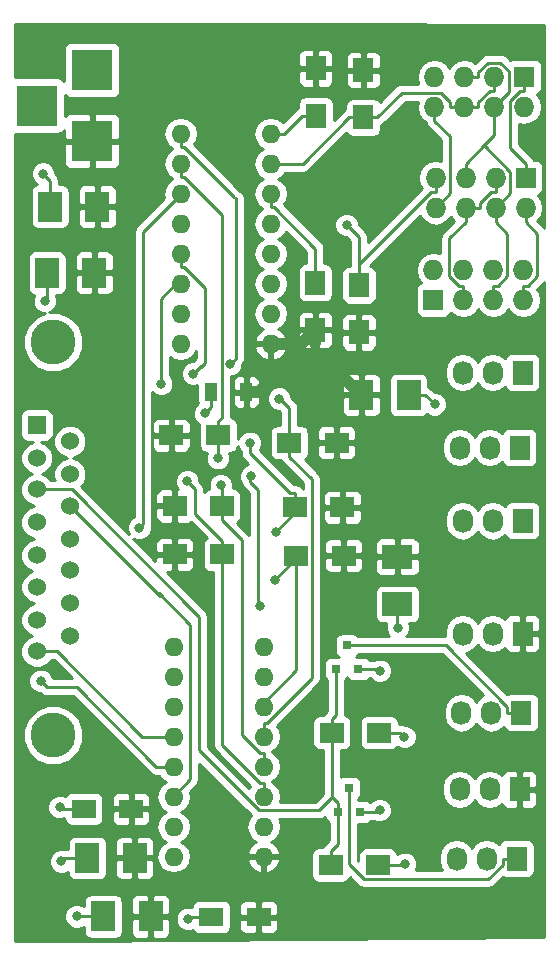
<source format=gtl>
G04 #@! TF.GenerationSoftware,KiCad,Pcbnew,(2017-09-22 revision df472e6)-master*
G04 #@! TF.CreationDate,2017-12-26T12:10:05-08:00*
G04 #@! TF.ProjectId,ody_adap,6F64795F616461702E6B696361645F70,rev?*
G04 #@! TF.SameCoordinates,Original*
G04 #@! TF.FileFunction,Copper,L1,Top,Signal*
G04 #@! TF.FilePolarity,Positive*
%FSLAX46Y46*%
G04 Gerber Fmt 4.6, Leading zero omitted, Abs format (unit mm)*
G04 Created by KiCad (PCBNEW (2017-09-22 revision df472e6)-master) date Tue Dec 26 12:10:05 2017*
%MOMM*%
%LPD*%
G01*
G04 APERTURE LIST*
%ADD10R,2.000000X2.500000*%
%ADD11R,2.000000X1.600000*%
%ADD12R,2.500000X2.000000*%
%ADD13R,1.000000X1.600000*%
%ADD14R,3.500120X3.500120*%
%ADD15C,3.810000*%
%ADD16R,1.524000X1.524000*%
%ADD17C,1.524000*%
%ADD18O,1.727200X2.032000*%
%ADD19R,1.727200X2.032000*%
%ADD20O,1.727200X1.727200*%
%ADD21R,1.727200X1.727200*%
%ADD22R,0.800100X0.800100*%
%ADD23R,2.000000X1.700000*%
%ADD24R,1.700000X2.000000*%
%ADD25O,1.600000X1.600000*%
%ADD26C,0.800000*%
%ADD27C,0.250000*%
%ADD28C,1.000000*%
%ADD29C,0.254000*%
G04 APERTURE END LIST*
D10*
X103100000Y-124300000D03*
X107100000Y-124300000D03*
X126300000Y-85100000D03*
X130300000Y-85100000D03*
D11*
X113600000Y-129300000D03*
X117600000Y-129300000D03*
D12*
X129350000Y-102800000D03*
X129350000Y-98800000D03*
D10*
X103700000Y-74750000D03*
X99700000Y-74750000D03*
D11*
X106800000Y-120150000D03*
X102800000Y-120150000D03*
D10*
X103950000Y-69150000D03*
X99950000Y-69150000D03*
X104450000Y-129250000D03*
X108450000Y-129250000D03*
D13*
X116550000Y-84850000D03*
X113550000Y-84850000D03*
D14*
X103500000Y-63600140D03*
X103500000Y-57600660D03*
X98801000Y-60600400D03*
D15*
X100227000Y-113929000D03*
X100227000Y-80655000D03*
D16*
X98830000Y-87640000D03*
D17*
X98830000Y-90434000D03*
X98830000Y-93101000D03*
X98830000Y-95895000D03*
X98830000Y-98689000D03*
X98830000Y-101356000D03*
X98830000Y-104150000D03*
X98830000Y-106817000D03*
X101624000Y-89037000D03*
X101624000Y-91831000D03*
X101624000Y-94498000D03*
X101624000Y-97292000D03*
X101624000Y-99959000D03*
X101624000Y-102753000D03*
X101624000Y-105547000D03*
D18*
X134370000Y-124350000D03*
X136910000Y-124350000D03*
D19*
X139450000Y-124350000D03*
D18*
X134770000Y-112000000D03*
X137310000Y-112000000D03*
D19*
X139850000Y-112000000D03*
X139950000Y-105300000D03*
D18*
X137410000Y-105300000D03*
X134870000Y-105300000D03*
D19*
X139700000Y-118500000D03*
D18*
X137160000Y-118500000D03*
X134620000Y-118500000D03*
D20*
X132480000Y-60690000D03*
X132480000Y-58150000D03*
X135020000Y-60690000D03*
X135020000Y-58150000D03*
X137560000Y-60690000D03*
X137560000Y-58150000D03*
X140100000Y-60690000D03*
D21*
X140100000Y-58150000D03*
X140200000Y-66700000D03*
D20*
X140200000Y-69240000D03*
X137660000Y-66700000D03*
X137660000Y-69240000D03*
X135120000Y-66700000D03*
X135120000Y-69240000D03*
X132580000Y-66700000D03*
X132580000Y-69240000D03*
D21*
X132400000Y-77050000D03*
D20*
X132400000Y-74510000D03*
X134940000Y-77050000D03*
X134940000Y-74510000D03*
X137480000Y-77050000D03*
X137480000Y-74510000D03*
X140020000Y-77050000D03*
X140020000Y-74510000D03*
D19*
X139950000Y-95750000D03*
D18*
X137410000Y-95750000D03*
X134870000Y-95750000D03*
D19*
X139950000Y-83200000D03*
D18*
X137410000Y-83200000D03*
X134870000Y-83200000D03*
X134620000Y-89550000D03*
X137160000Y-89550000D03*
D19*
X139700000Y-89550000D03*
D22*
X125250000Y-118401780D03*
X126200000Y-120400760D03*
X124300000Y-120400760D03*
X124150000Y-108300760D03*
X126050000Y-108300760D03*
X125100000Y-106301780D03*
D23*
X123700000Y-124900000D03*
X127700000Y-124900000D03*
X127800000Y-113700000D03*
X123800000Y-113700000D03*
D24*
X122450000Y-57450000D03*
X122450000Y-61450000D03*
X126450000Y-61600000D03*
X126450000Y-57600000D03*
X122400000Y-79600000D03*
X122400000Y-75600000D03*
X126100000Y-75800000D03*
X126100000Y-79800000D03*
D23*
X124700000Y-94600000D03*
X120700000Y-94600000D03*
X114200000Y-88500000D03*
X110200000Y-88500000D03*
X124800000Y-98700000D03*
X120800000Y-98700000D03*
X120200000Y-89150000D03*
X124200000Y-89150000D03*
X110500000Y-94500000D03*
X114500000Y-94500000D03*
X114500000Y-98600000D03*
X110500000Y-98600000D03*
D25*
X110400000Y-106400000D03*
X110400000Y-108940000D03*
X110400000Y-111480000D03*
X110400000Y-114020000D03*
X110400000Y-116560000D03*
X110400000Y-119100000D03*
X110400000Y-121640000D03*
X110400000Y-124180000D03*
X118020000Y-124180000D03*
X118020000Y-121640000D03*
X118020000Y-119100000D03*
X118020000Y-116560000D03*
X118020000Y-114020000D03*
X118020000Y-111480000D03*
X118020000Y-108940000D03*
X118020000Y-106400000D03*
X118620000Y-63000000D03*
X118620000Y-65540000D03*
X118620000Y-68080000D03*
X118620000Y-70620000D03*
X118620000Y-73160000D03*
X118620000Y-75700000D03*
X118620000Y-78240000D03*
X118620000Y-80780000D03*
X111000000Y-80780000D03*
X111000000Y-78240000D03*
X111000000Y-75700000D03*
X111000000Y-73160000D03*
X111000000Y-70620000D03*
X111000000Y-68080000D03*
X111000000Y-65540000D03*
X111000000Y-63000000D03*
D26*
X99500000Y-77150000D03*
X113050000Y-86650000D03*
X99350000Y-66350000D03*
X127850000Y-120250000D03*
X111600000Y-129450000D03*
X129400000Y-104800000D03*
X127850000Y-108450000D03*
X129950000Y-114050000D03*
X130000000Y-124800000D03*
X102200000Y-129250000D03*
X100900000Y-124600000D03*
X100750000Y-120000000D03*
X132500000Y-85900000D03*
X99150000Y-109300000D03*
X125050000Y-70700000D03*
X119050000Y-96700000D03*
X115200000Y-82500000D03*
X116850000Y-89150000D03*
X117750000Y-103000000D03*
X114150000Y-90450000D03*
X116950000Y-92000000D03*
X107500000Y-96350000D03*
X118950000Y-100750000D03*
X119350000Y-85400000D03*
X112050000Y-83300000D03*
X114400000Y-92750000D03*
X109350000Y-84150000D03*
X111550000Y-92400000D03*
D27*
X99700000Y-74750000D02*
X99700000Y-76950000D01*
X99700000Y-76950000D02*
X99500000Y-77150000D01*
X113550000Y-84850000D02*
X113550000Y-86150000D01*
X113550000Y-86150000D02*
X113050000Y-86650000D01*
X99950000Y-69150000D02*
X99950000Y-66950000D01*
X99950000Y-66950000D02*
X99350000Y-66350000D01*
X126200000Y-120400760D02*
X127699240Y-120400760D01*
X127699240Y-120400760D02*
X127850000Y-120250000D01*
X113600000Y-129300000D02*
X111750000Y-129300000D01*
X111750000Y-129300000D02*
X111600000Y-129450000D01*
X129350000Y-102800000D02*
X129350000Y-104750000D01*
X129350000Y-104750000D02*
X129400000Y-104800000D01*
X126050000Y-108300760D02*
X127700760Y-108300760D01*
X127700760Y-108300760D02*
X127850000Y-108450000D01*
X127800000Y-113700000D02*
X129600000Y-113700000D01*
X129600000Y-113700000D02*
X129950000Y-114050000D01*
X127700000Y-124900000D02*
X129900000Y-124900000D01*
X129900000Y-124900000D02*
X130000000Y-124800000D01*
X104450000Y-129250000D02*
X102200000Y-129250000D01*
X103100000Y-124300000D02*
X101200000Y-124300000D01*
X101200000Y-124300000D02*
X100900000Y-124600000D01*
X102800000Y-120150000D02*
X100900000Y-120150000D01*
X100900000Y-120150000D02*
X100750000Y-120000000D01*
X130300000Y-85100000D02*
X131700000Y-85100000D01*
X131700000Y-85100000D02*
X132500000Y-85900000D01*
D28*
X116550000Y-84850000D02*
X117650000Y-84850000D01*
X124850000Y-83650000D02*
X126300000Y-85100000D01*
X118850000Y-83650000D02*
X124850000Y-83650000D01*
X117650000Y-84850000D02*
X118850000Y-83650000D01*
X118620000Y-80780000D02*
X121220000Y-80780000D01*
X121220000Y-80780000D02*
X122400000Y-79600000D01*
X122400000Y-80700000D02*
X122400000Y-79600000D01*
D27*
X101765000Y-93101000D02*
X98830000Y-93101000D01*
X112524000Y-103860000D02*
X101765000Y-93101000D01*
X112524000Y-115199000D02*
X112524000Y-103860000D01*
X117606000Y-120281000D02*
X112524000Y-115199000D01*
X122694000Y-120281000D02*
X117606000Y-120281000D01*
X123800000Y-119175000D02*
X122694000Y-120281000D01*
X123800000Y-113700000D02*
X123800000Y-119175000D01*
X124300000Y-119675000D02*
X124300000Y-120400800D01*
X123800000Y-119175000D02*
X124300000Y-119675000D01*
X123700000Y-123725000D02*
X123700000Y-124900000D01*
X124300000Y-123125000D02*
X123700000Y-123725000D01*
X124300000Y-120400800D02*
X124300000Y-123125000D01*
X124150000Y-112175000D02*
X124150000Y-108301000D01*
X123800000Y-112525000D02*
X124150000Y-112175000D01*
X123800000Y-113700000D02*
X123800000Y-112525000D01*
X124150000Y-108301000D02*
X124150000Y-108300800D01*
X108910000Y-116560000D02*
X110400000Y-116560000D01*
X102200000Y-109850000D02*
X108910000Y-116560000D01*
X99700000Y-109850000D02*
X102200000Y-109850000D01*
X99150000Y-109300000D02*
X99700000Y-109850000D01*
X98830000Y-106817000D02*
X100567000Y-106817000D01*
X107770000Y-114020000D02*
X110400000Y-114020000D01*
X100567000Y-106817000D02*
X107770000Y-114020000D01*
X110400000Y-119100000D02*
X110400000Y-119050000D01*
X110400000Y-119050000D02*
X111800000Y-117650000D01*
X111800000Y-117650000D02*
X111800000Y-104550000D01*
X111800000Y-104550000D02*
X109150000Y-101900000D01*
X109150000Y-101900000D02*
X109150000Y-102024000D01*
X109275000Y-102149000D02*
X109150000Y-102024000D01*
X109150000Y-102024000D02*
X101624000Y-94498000D01*
X125250000Y-124790000D02*
X125250000Y-118402000D01*
X126557000Y-126097000D02*
X125250000Y-124790000D01*
X137034000Y-126097000D02*
X126557000Y-126097000D01*
X138261000Y-124870000D02*
X137034000Y-126097000D01*
X138261000Y-124350000D02*
X138261000Y-124870000D01*
X139450000Y-124350000D02*
X138261000Y-124350000D01*
X125250000Y-118402000D02*
X125250000Y-118401800D01*
X125100200Y-106302000D02*
X125100000Y-106302000D01*
X133446000Y-106302000D02*
X125100200Y-106302000D01*
X138661000Y-111517000D02*
X133446000Y-106302000D01*
X138661000Y-112000000D02*
X138661000Y-111517000D01*
X139850000Y-112000000D02*
X138661000Y-112000000D01*
X125100200Y-106302000D02*
X125100000Y-106301800D01*
X121275000Y-61450000D02*
X122450000Y-61450000D01*
X119745000Y-62979400D02*
X121275000Y-61450000D01*
X119745000Y-63000000D02*
X119745000Y-62979400D01*
X118620000Y-63000000D02*
X119745000Y-63000000D01*
X133791000Y-68028700D02*
X132580000Y-69240000D01*
X133791000Y-63190200D02*
X133791000Y-68028700D01*
X132480000Y-61878900D02*
X133791000Y-63190200D01*
X132480000Y-60690000D02*
X132480000Y-61878900D01*
X140200000Y-65511100D02*
X140200000Y-66700000D01*
X138892000Y-64203200D02*
X140200000Y-65511100D01*
X138892000Y-60215900D02*
X138892000Y-64203200D01*
X139769000Y-59338900D02*
X138892000Y-60215900D01*
X140100000Y-59338900D02*
X139769000Y-59338900D01*
X140100000Y-58150000D02*
X140100000Y-59338900D01*
X126100000Y-75800000D02*
X126100000Y-71750000D01*
X126100000Y-71750000D02*
X125050000Y-70700000D01*
X126100000Y-73997400D02*
X126100000Y-75800000D01*
X132208000Y-67888900D02*
X126100000Y-73997400D01*
X132580000Y-67888900D02*
X132208000Y-67888900D01*
X132580000Y-66700000D02*
X132580000Y-67888900D01*
X140200000Y-70428900D02*
X140200000Y-69240000D01*
X141209000Y-71437800D02*
X140200000Y-70428900D01*
X141209000Y-75043800D02*
X141209000Y-71437800D01*
X140392000Y-75861100D02*
X141209000Y-75043800D01*
X140020000Y-75861100D02*
X140392000Y-75861100D01*
X140020000Y-77050000D02*
X140020000Y-75861100D01*
X127625000Y-61600000D02*
X126450000Y-61600000D01*
X129724000Y-59501100D02*
X127625000Y-61600000D01*
X133014000Y-59501100D02*
X129724000Y-59501100D01*
X133831000Y-60318400D02*
X133014000Y-59501100D01*
X133831000Y-60690000D02*
X133831000Y-60318400D01*
X135020000Y-60690000D02*
X133831000Y-60690000D01*
X137560000Y-59338900D02*
X137560000Y-58150000D01*
X137188000Y-59338900D02*
X137560000Y-59338900D01*
X136209000Y-60318500D02*
X137188000Y-59338900D01*
X136209000Y-60690000D02*
X136209000Y-60318500D01*
X135020000Y-60690000D02*
X136209000Y-60690000D01*
X137660000Y-67888900D02*
X137660000Y-66700000D01*
X137288000Y-67888900D02*
X137660000Y-67888900D01*
X136309000Y-68868500D02*
X137288000Y-67888900D01*
X136309000Y-69240000D02*
X136309000Y-68868500D01*
X135120000Y-69240000D02*
X136309000Y-69240000D01*
X134940000Y-75861100D02*
X134940000Y-77050000D01*
X134580000Y-75861100D02*
X134940000Y-75861100D01*
X133735000Y-75016700D02*
X134580000Y-75861100D01*
X133735000Y-71813600D02*
X133735000Y-75016700D01*
X135120000Y-70428900D02*
X133735000Y-71813600D01*
X135120000Y-69240000D02*
X135120000Y-70428900D01*
X121335000Y-65540000D02*
X118620000Y-65540000D01*
X125275000Y-61600000D02*
X121335000Y-65540000D01*
X126450000Y-61600000D02*
X125275000Y-61600000D01*
X122400000Y-72704000D02*
X122400000Y-75600000D01*
X118901000Y-69205300D02*
X122400000Y-72704000D01*
X118620000Y-69205300D02*
X118901000Y-69205300D01*
X118620000Y-68080000D02*
X118620000Y-69205300D01*
X136209000Y-58150000D02*
X135020000Y-58150000D01*
X136209000Y-57778400D02*
X136209000Y-58150000D01*
X137026000Y-56961100D02*
X136209000Y-57778400D01*
X138056000Y-56961100D02*
X137026000Y-56961100D01*
X138765000Y-57670500D02*
X138056000Y-56961100D01*
X138765000Y-59484600D02*
X138765000Y-57670500D01*
X137560000Y-60690000D02*
X138765000Y-59484600D01*
X135120000Y-65511100D02*
X136666000Y-63965400D01*
X135120000Y-66700000D02*
X135120000Y-65511100D01*
X137560000Y-63071100D02*
X137560000Y-60690000D01*
X136666000Y-63965400D02*
X137560000Y-63071100D01*
X138898000Y-68001600D02*
X137660000Y-69240000D01*
X138898000Y-66198200D02*
X138898000Y-68001600D01*
X136666000Y-63965400D02*
X138898000Y-66198200D01*
X137480000Y-75861100D02*
X137480000Y-77050000D01*
X137852000Y-75861100D02*
X137480000Y-75861100D01*
X138669000Y-75043800D02*
X137852000Y-75861100D01*
X138669000Y-71437800D02*
X138669000Y-75043800D01*
X137660000Y-70428900D02*
X138669000Y-71437800D01*
X137660000Y-69240000D02*
X137660000Y-70428900D01*
X119050000Y-96700000D02*
X120700000Y-95050000D01*
X120700000Y-95050000D02*
X120700000Y-94600000D01*
X120700000Y-93424700D02*
X120274700Y-93424700D01*
X120700000Y-94600000D02*
X120700000Y-93424700D01*
X115650000Y-82050000D02*
X115650000Y-68450000D01*
X115200000Y-82500000D02*
X115650000Y-82050000D01*
X116850000Y-90000000D02*
X116850000Y-89150000D01*
X120274700Y-93424700D02*
X116850000Y-90000000D01*
X111000000Y-64125300D02*
X111000000Y-63000000D01*
X111281000Y-64125300D02*
X111000000Y-64125300D01*
X115525000Y-68369400D02*
X111281000Y-64125300D01*
X117750000Y-103000000D02*
X117550000Y-102800000D01*
X117550000Y-102800000D02*
X117550000Y-93105000D01*
X117550000Y-93105000D02*
X116895000Y-92450000D01*
X116895000Y-92450000D02*
X116895000Y-92055000D01*
X114200000Y-90400000D02*
X114200000Y-88500000D01*
X114150000Y-90450000D02*
X114200000Y-90400000D01*
X116895000Y-92055000D02*
X116950000Y-92000000D01*
X116895000Y-92370000D02*
X116895000Y-92450000D01*
X114200000Y-88500000D02*
X114200000Y-89675300D01*
X111000000Y-66665300D02*
X111000000Y-65540000D01*
X114200000Y-88500000D02*
X114200000Y-87324700D01*
X114200000Y-87324700D02*
X114461000Y-87063800D01*
X114461000Y-87063800D02*
X114461000Y-69844900D01*
X114461000Y-69844900D02*
X111281000Y-66665300D01*
X111281000Y-66665300D02*
X111000000Y-66665300D01*
X120800000Y-98700000D02*
X120800000Y-98900000D01*
X120800000Y-98900000D02*
X118950000Y-100750000D01*
X107800000Y-71280000D02*
X111000000Y-68080000D01*
X107800000Y-96050000D02*
X107800000Y-71280000D01*
X107500000Y-96350000D02*
X107800000Y-96050000D01*
X118020000Y-111480000D02*
X118020000Y-111180000D01*
X118020000Y-111180000D02*
X120800000Y-108400000D01*
X120800000Y-108400000D02*
X120800000Y-98700000D01*
X120200000Y-89150000D02*
X120200000Y-86200000D01*
X119400000Y-85400000D02*
X119350000Y-85400000D01*
X120200000Y-86200000D02*
X119400000Y-85400000D01*
X120200000Y-90325300D02*
X120200000Y-89150000D01*
X122126000Y-92251400D02*
X120200000Y-90325300D01*
X122126000Y-109070000D02*
X122126000Y-92251400D01*
X118301000Y-112895000D02*
X122126000Y-109070000D01*
X118020000Y-112895000D02*
X118301000Y-112895000D01*
X118020000Y-114020000D02*
X118020000Y-112895000D01*
X114500000Y-93450000D02*
X114500000Y-92850000D01*
X112705252Y-82644748D02*
X112794732Y-82644748D01*
X112050000Y-83300000D02*
X112705252Y-82644748D01*
X114500000Y-92850000D02*
X114400000Y-92750000D01*
X118020000Y-115435000D02*
X118020000Y-116560000D01*
X117738000Y-115435000D02*
X118020000Y-115435000D01*
X116203000Y-113899000D02*
X117738000Y-115435000D01*
X116203000Y-97378500D02*
X116203000Y-113899000D01*
X114500000Y-95675300D02*
X116203000Y-97378500D01*
X114500000Y-94500000D02*
X114500000Y-95675300D01*
X114500000Y-93324700D02*
X114500000Y-93450000D01*
X114500000Y-93450000D02*
X114500000Y-94500000D01*
X113073000Y-82366400D02*
X112794732Y-82644748D01*
X113073000Y-76076600D02*
X113073000Y-82366400D01*
X111281000Y-74285300D02*
X113073000Y-76076600D01*
X111000000Y-74285300D02*
X111281000Y-74285300D01*
X111000000Y-73160000D02*
X111000000Y-74285300D01*
X112794732Y-82644748D02*
X112725000Y-82714500D01*
X109300000Y-82350000D02*
X109300000Y-84100000D01*
X109300000Y-84100000D02*
X109350000Y-84150000D01*
X112224000Y-95148500D02*
X112224000Y-93074000D01*
X112224000Y-93074000D02*
X111550000Y-92400000D01*
X114500000Y-98600000D02*
X114500000Y-97424700D01*
X114500000Y-97424700D02*
X112224000Y-95148500D01*
X109300000Y-76950000D02*
X110550000Y-75700000D01*
X109300000Y-83150000D02*
X109300000Y-82350000D01*
X109300000Y-82350000D02*
X109300000Y-76950000D01*
X110550000Y-75700000D02*
X111000000Y-75700000D01*
X114500000Y-114736000D02*
X114500000Y-98600000D01*
X117739000Y-117975000D02*
X114500000Y-114736000D01*
X118020000Y-117975000D02*
X117739000Y-117975000D01*
X118020000Y-119100000D02*
X118020000Y-117975000D01*
D29*
G36*
X141790000Y-53775158D02*
X141790000Y-70965650D01*
X141746401Y-70900399D01*
X141746387Y-70900389D01*
X141746375Y-70900372D01*
X141208901Y-70362952D01*
X141259670Y-70329029D01*
X141584526Y-69842848D01*
X141698600Y-69269359D01*
X141698600Y-69210641D01*
X141584526Y-68637152D01*
X141272096Y-68169568D01*
X141311365Y-68161757D01*
X141521409Y-68021409D01*
X141661757Y-67811365D01*
X141711040Y-67563600D01*
X141711040Y-65836400D01*
X141661757Y-65588635D01*
X141521409Y-65378591D01*
X141311365Y-65238243D01*
X141063600Y-65188960D01*
X140881239Y-65188960D01*
X140817324Y-65093312D01*
X140737401Y-64973699D01*
X140737389Y-64973691D01*
X140737381Y-64973679D01*
X139652000Y-63888380D01*
X139652000Y-62128846D01*
X140100000Y-62217959D01*
X140673489Y-62103885D01*
X141159670Y-61779029D01*
X141484526Y-61292848D01*
X141598600Y-60719359D01*
X141598600Y-60660641D01*
X141484526Y-60087152D01*
X141172096Y-59619568D01*
X141211365Y-59611757D01*
X141421409Y-59471409D01*
X141561757Y-59261365D01*
X141611040Y-59013600D01*
X141611040Y-57286400D01*
X141561757Y-57038635D01*
X141421409Y-56828591D01*
X141211365Y-56688243D01*
X140963600Y-56638960D01*
X139236400Y-56638960D01*
X138988635Y-56688243D01*
X138910186Y-56740662D01*
X138593553Y-56423850D01*
X138593461Y-56423788D01*
X138593401Y-56423699D01*
X138471360Y-56342154D01*
X138347037Y-56259034D01*
X138346930Y-56259013D01*
X138346839Y-56258952D01*
X138201545Y-56230051D01*
X138056214Y-56201100D01*
X138056107Y-56201121D01*
X138056000Y-56201100D01*
X137026000Y-56201100D01*
X137025931Y-56201114D01*
X137025861Y-56201100D01*
X136879629Y-56230215D01*
X136735161Y-56258952D01*
X136735103Y-56258991D01*
X136735032Y-56259005D01*
X136609218Y-56343104D01*
X136488599Y-56423699D01*
X136488561Y-56423757D01*
X136488500Y-56423797D01*
X135942908Y-56969590D01*
X135593489Y-56736115D01*
X135020000Y-56622041D01*
X134446511Y-56736115D01*
X133960330Y-57060971D01*
X133750000Y-57375752D01*
X133539670Y-57060971D01*
X133053489Y-56736115D01*
X132480000Y-56622041D01*
X131906511Y-56736115D01*
X131420330Y-57060971D01*
X131095474Y-57547152D01*
X130981400Y-58120641D01*
X130981400Y-58179359D01*
X131093137Y-58741100D01*
X129724000Y-58741100D01*
X129579366Y-58769870D01*
X129433178Y-58798945D01*
X129433170Y-58798950D01*
X129433161Y-58798952D01*
X129309251Y-58881746D01*
X129186612Y-58963686D01*
X127858039Y-60292195D01*
X127757809Y-60142191D01*
X127547765Y-60001843D01*
X127300000Y-59952560D01*
X125600000Y-59952560D01*
X125352235Y-60001843D01*
X125142191Y-60142191D01*
X125001843Y-60352235D01*
X124952560Y-60600000D01*
X124952560Y-60918966D01*
X124737599Y-61062599D01*
X123947440Y-61852758D01*
X123947440Y-60450000D01*
X123898157Y-60202235D01*
X123757809Y-59992191D01*
X123547765Y-59851843D01*
X123300000Y-59802560D01*
X121600000Y-59802560D01*
X121352235Y-59851843D01*
X121142191Y-59992191D01*
X121001843Y-60202235D01*
X120952560Y-60450000D01*
X120952560Y-60768967D01*
X120860940Y-60830185D01*
X120737705Y-60912493D01*
X119663477Y-61986299D01*
X119662811Y-61985302D01*
X119197264Y-61674233D01*
X118648113Y-61565000D01*
X118591887Y-61565000D01*
X118042736Y-61674233D01*
X117577189Y-61985302D01*
X117266120Y-62450849D01*
X117156887Y-63000000D01*
X117266120Y-63549151D01*
X117577189Y-64014698D01*
X117959275Y-64270000D01*
X117577189Y-64525302D01*
X117266120Y-64990849D01*
X117156887Y-65540000D01*
X117266120Y-66089151D01*
X117577189Y-66554698D01*
X117959275Y-66810000D01*
X117577189Y-67065302D01*
X117266120Y-67530849D01*
X117156887Y-68080000D01*
X117266120Y-68629151D01*
X117577189Y-69094698D01*
X117877978Y-69295679D01*
X117897053Y-69391576D01*
X117577189Y-69605302D01*
X117266120Y-70070849D01*
X117156887Y-70620000D01*
X117266120Y-71169151D01*
X117577189Y-71634698D01*
X117959275Y-71890000D01*
X117577189Y-72145302D01*
X117266120Y-72610849D01*
X117156887Y-73160000D01*
X117266120Y-73709151D01*
X117577189Y-74174698D01*
X117959275Y-74430000D01*
X117577189Y-74685302D01*
X117266120Y-75150849D01*
X117156887Y-75700000D01*
X117266120Y-76249151D01*
X117577189Y-76714698D01*
X117959275Y-76970000D01*
X117577189Y-77225302D01*
X117266120Y-77690849D01*
X117156887Y-78240000D01*
X117266120Y-78789151D01*
X117577189Y-79254698D01*
X117981703Y-79524986D01*
X117764866Y-79627611D01*
X117388959Y-80042577D01*
X117228096Y-80430961D01*
X117350085Y-80653000D01*
X118493000Y-80653000D01*
X118493000Y-80633000D01*
X118747000Y-80633000D01*
X118747000Y-80653000D01*
X119889915Y-80653000D01*
X120011904Y-80430961D01*
X119851041Y-80042577D01*
X119708976Y-79885750D01*
X120915000Y-79885750D01*
X120915000Y-80726309D01*
X121011673Y-80959698D01*
X121190301Y-81138327D01*
X121423690Y-81235000D01*
X122114250Y-81235000D01*
X122273000Y-81076250D01*
X122273000Y-79727000D01*
X122527000Y-79727000D01*
X122527000Y-81076250D01*
X122685750Y-81235000D01*
X123376310Y-81235000D01*
X123609699Y-81138327D01*
X123788327Y-80959698D01*
X123885000Y-80726309D01*
X123885000Y-80085750D01*
X124615000Y-80085750D01*
X124615000Y-80926309D01*
X124711673Y-81159698D01*
X124890301Y-81338327D01*
X125123690Y-81435000D01*
X125814250Y-81435000D01*
X125973000Y-81276250D01*
X125973000Y-79927000D01*
X126227000Y-79927000D01*
X126227000Y-81276250D01*
X126385750Y-81435000D01*
X127076310Y-81435000D01*
X127309699Y-81338327D01*
X127488327Y-81159698D01*
X127585000Y-80926309D01*
X127585000Y-80085750D01*
X127426250Y-79927000D01*
X126227000Y-79927000D01*
X125973000Y-79927000D01*
X124773750Y-79927000D01*
X124615000Y-80085750D01*
X123885000Y-80085750D01*
X123885000Y-79885750D01*
X123726250Y-79727000D01*
X122527000Y-79727000D01*
X122273000Y-79727000D01*
X121073750Y-79727000D01*
X120915000Y-79885750D01*
X119708976Y-79885750D01*
X119475134Y-79627611D01*
X119258297Y-79524986D01*
X119662811Y-79254698D01*
X119973880Y-78789151D01*
X120036628Y-78473691D01*
X120915000Y-78473691D01*
X120915000Y-79314250D01*
X121073750Y-79473000D01*
X122273000Y-79473000D01*
X122273000Y-78123750D01*
X122527000Y-78123750D01*
X122527000Y-79473000D01*
X123726250Y-79473000D01*
X123885000Y-79314250D01*
X123885000Y-78673691D01*
X124615000Y-78673691D01*
X124615000Y-79514250D01*
X124773750Y-79673000D01*
X125973000Y-79673000D01*
X125973000Y-78323750D01*
X126227000Y-78323750D01*
X126227000Y-79673000D01*
X127426250Y-79673000D01*
X127585000Y-79514250D01*
X127585000Y-78673691D01*
X127488327Y-78440302D01*
X127309699Y-78261673D01*
X127076310Y-78165000D01*
X126385750Y-78165000D01*
X126227000Y-78323750D01*
X125973000Y-78323750D01*
X125814250Y-78165000D01*
X125123690Y-78165000D01*
X124890301Y-78261673D01*
X124711673Y-78440302D01*
X124615000Y-78673691D01*
X123885000Y-78673691D01*
X123885000Y-78473691D01*
X123788327Y-78240302D01*
X123609699Y-78061673D01*
X123376310Y-77965000D01*
X122685750Y-77965000D01*
X122527000Y-78123750D01*
X122273000Y-78123750D01*
X122114250Y-77965000D01*
X121423690Y-77965000D01*
X121190301Y-78061673D01*
X121011673Y-78240302D01*
X120915000Y-78473691D01*
X120036628Y-78473691D01*
X120083113Y-78240000D01*
X119973880Y-77690849D01*
X119662811Y-77225302D01*
X119280725Y-76970000D01*
X119662811Y-76714698D01*
X119973880Y-76249151D01*
X120083113Y-75700000D01*
X119973880Y-75150849D01*
X119662811Y-74685302D01*
X119280725Y-74430000D01*
X119662811Y-74174698D01*
X119973880Y-73709151D01*
X120083113Y-73160000D01*
X119973880Y-72610849D01*
X119662811Y-72145302D01*
X119280725Y-71890000D01*
X119662811Y-71634698D01*
X119900300Y-71279271D01*
X121640000Y-73018821D01*
X121640000Y-73952560D01*
X121550000Y-73952560D01*
X121302235Y-74001843D01*
X121092191Y-74142191D01*
X120951843Y-74352235D01*
X120902560Y-74600000D01*
X120902560Y-76600000D01*
X120951843Y-76847765D01*
X121092191Y-77057809D01*
X121302235Y-77198157D01*
X121550000Y-77247440D01*
X123250000Y-77247440D01*
X123497765Y-77198157D01*
X123707809Y-77057809D01*
X123848157Y-76847765D01*
X123897440Y-76600000D01*
X123897440Y-74600000D01*
X123848157Y-74352235D01*
X123707809Y-74142191D01*
X123497765Y-74001843D01*
X123250000Y-73952560D01*
X123160000Y-73952560D01*
X123160000Y-72704000D01*
X123159997Y-72703984D01*
X123160000Y-72703967D01*
X123131649Y-72561474D01*
X123102148Y-72413161D01*
X123102138Y-72413146D01*
X123102135Y-72413130D01*
X123018118Y-72287401D01*
X122937401Y-72166599D01*
X122937387Y-72166590D01*
X122937378Y-72166576D01*
X119743887Y-68973359D01*
X119973880Y-68629151D01*
X120083113Y-68080000D01*
X119973880Y-67530849D01*
X119662811Y-67065302D01*
X119280725Y-66810000D01*
X119662811Y-66554698D01*
X119832995Y-66300000D01*
X121335000Y-66300000D01*
X121625839Y-66242148D01*
X121872401Y-66077401D01*
X125041975Y-62907827D01*
X125142191Y-63057809D01*
X125352235Y-63198157D01*
X125600000Y-63247440D01*
X127300000Y-63247440D01*
X127547765Y-63198157D01*
X127757809Y-63057809D01*
X127898157Y-62847765D01*
X127947440Y-62600000D01*
X127947440Y-62281033D01*
X128029512Y-62226194D01*
X128162388Y-62137414D01*
X130038792Y-60261100D01*
X131060874Y-60261100D01*
X130981400Y-60660641D01*
X130981400Y-60719359D01*
X131095474Y-61292848D01*
X131420330Y-61779029D01*
X131743024Y-61994646D01*
X131749093Y-62025161D01*
X131777819Y-62169659D01*
X131777843Y-62169695D01*
X131777852Y-62169739D01*
X131858623Y-62290622D01*
X131942537Y-62416240D01*
X133031000Y-63504952D01*
X133031000Y-65261750D01*
X132580000Y-65172041D01*
X132006511Y-65286115D01*
X131520330Y-65610971D01*
X131195474Y-66097152D01*
X131081400Y-66670641D01*
X131081400Y-66729359D01*
X131195474Y-67302848D01*
X131405278Y-67616842D01*
X126860000Y-72162492D01*
X126860000Y-71750000D01*
X126802148Y-71459161D01*
X126802148Y-71459160D01*
X126637401Y-71212599D01*
X126085035Y-70660233D01*
X126085179Y-70495029D01*
X125927942Y-70114485D01*
X125637046Y-69823081D01*
X125256777Y-69665180D01*
X124845029Y-69664821D01*
X124464485Y-69822058D01*
X124173081Y-70112954D01*
X124015180Y-70493223D01*
X124014821Y-70904971D01*
X124172058Y-71285515D01*
X124462954Y-71576919D01*
X124843223Y-71734820D01*
X125010164Y-71734966D01*
X125340000Y-72064802D01*
X125340000Y-74152560D01*
X125250000Y-74152560D01*
X125002235Y-74201843D01*
X124792191Y-74342191D01*
X124651843Y-74552235D01*
X124602560Y-74800000D01*
X124602560Y-76800000D01*
X124651843Y-77047765D01*
X124792191Y-77257809D01*
X125002235Y-77398157D01*
X125250000Y-77447440D01*
X126950000Y-77447440D01*
X127197765Y-77398157D01*
X127407809Y-77257809D01*
X127548157Y-77047765D01*
X127597440Y-76800000D01*
X127597440Y-74800000D01*
X127548157Y-74552235D01*
X127407809Y-74342191D01*
X127197765Y-74201843D01*
X127008062Y-74164109D01*
X131248948Y-69922877D01*
X131520330Y-70329029D01*
X132006511Y-70653885D01*
X132580000Y-70767959D01*
X133153489Y-70653885D01*
X133639670Y-70329029D01*
X133850000Y-70014248D01*
X134060330Y-70329029D01*
X134111066Y-70362930D01*
X133197657Y-71276141D01*
X133197634Y-71276176D01*
X133197599Y-71276199D01*
X133114265Y-71400918D01*
X133032884Y-71522685D01*
X133032876Y-71522725D01*
X133032852Y-71522761D01*
X133003444Y-71670605D01*
X132975000Y-71813518D01*
X132975008Y-71813559D01*
X132975000Y-71813600D01*
X132975000Y-73097125D01*
X132973489Y-73096115D01*
X132400000Y-72982041D01*
X131826511Y-73096115D01*
X131340330Y-73420971D01*
X131015474Y-73907152D01*
X130901400Y-74480641D01*
X130901400Y-74539359D01*
X131015474Y-75112848D01*
X131327904Y-75580432D01*
X131288635Y-75588243D01*
X131078591Y-75728591D01*
X130938243Y-75938635D01*
X130888960Y-76186400D01*
X130888960Y-77913600D01*
X130938243Y-78161365D01*
X131078591Y-78371409D01*
X131288635Y-78511757D01*
X131536400Y-78561040D01*
X133263600Y-78561040D01*
X133511365Y-78511757D01*
X133721409Y-78371409D01*
X133861757Y-78161365D01*
X133869441Y-78122733D01*
X133880330Y-78139029D01*
X134366511Y-78463885D01*
X134940000Y-78577959D01*
X135513489Y-78463885D01*
X135999670Y-78139029D01*
X136210000Y-77824248D01*
X136420330Y-78139029D01*
X136906511Y-78463885D01*
X137480000Y-78577959D01*
X138053489Y-78463885D01*
X138539670Y-78139029D01*
X138750000Y-77824248D01*
X138960330Y-78139029D01*
X139446511Y-78463885D01*
X140020000Y-78577959D01*
X140593489Y-78463885D01*
X141079670Y-78139029D01*
X141404526Y-77652848D01*
X141518600Y-77079359D01*
X141518600Y-77020641D01*
X141404526Y-76447152D01*
X141194692Y-76133113D01*
X141746500Y-75581102D01*
X141790000Y-75515973D01*
X141790000Y-131024723D01*
X101821665Y-131290000D01*
X96976795Y-131290000D01*
X96974442Y-129454971D01*
X101164821Y-129454971D01*
X101322058Y-129835515D01*
X101612954Y-130126919D01*
X101993223Y-130284820D01*
X102404971Y-130285179D01*
X102785515Y-130127942D01*
X102802560Y-130110927D01*
X102802560Y-130500000D01*
X102851843Y-130747765D01*
X102992191Y-130957809D01*
X103202235Y-131098157D01*
X103450000Y-131147440D01*
X105450000Y-131147440D01*
X105697765Y-131098157D01*
X105907809Y-130957809D01*
X106048157Y-130747765D01*
X106097440Y-130500000D01*
X106097440Y-129535750D01*
X106815000Y-129535750D01*
X106815000Y-130626310D01*
X106911673Y-130859699D01*
X107090302Y-131038327D01*
X107323691Y-131135000D01*
X108164250Y-131135000D01*
X108323000Y-130976250D01*
X108323000Y-129377000D01*
X108577000Y-129377000D01*
X108577000Y-130976250D01*
X108735750Y-131135000D01*
X109576309Y-131135000D01*
X109809698Y-131038327D01*
X109988327Y-130859699D01*
X110085000Y-130626310D01*
X110085000Y-129654971D01*
X110564821Y-129654971D01*
X110722058Y-130035515D01*
X111012954Y-130326919D01*
X111393223Y-130484820D01*
X111804971Y-130485179D01*
X112031202Y-130391703D01*
X112142191Y-130557809D01*
X112352235Y-130698157D01*
X112600000Y-130747440D01*
X114600000Y-130747440D01*
X114847765Y-130698157D01*
X115057809Y-130557809D01*
X115198157Y-130347765D01*
X115247440Y-130100000D01*
X115247440Y-129585750D01*
X115965000Y-129585750D01*
X115965000Y-130226310D01*
X116061673Y-130459699D01*
X116240302Y-130638327D01*
X116473691Y-130735000D01*
X117314250Y-130735000D01*
X117473000Y-130576250D01*
X117473000Y-129427000D01*
X117727000Y-129427000D01*
X117727000Y-130576250D01*
X117885750Y-130735000D01*
X118726309Y-130735000D01*
X118959698Y-130638327D01*
X119138327Y-130459699D01*
X119235000Y-130226310D01*
X119235000Y-129585750D01*
X119076250Y-129427000D01*
X117727000Y-129427000D01*
X117473000Y-129427000D01*
X116123750Y-129427000D01*
X115965000Y-129585750D01*
X115247440Y-129585750D01*
X115247440Y-128500000D01*
X115222316Y-128373690D01*
X115965000Y-128373690D01*
X115965000Y-129014250D01*
X116123750Y-129173000D01*
X117473000Y-129173000D01*
X117473000Y-128023750D01*
X117727000Y-128023750D01*
X117727000Y-129173000D01*
X119076250Y-129173000D01*
X119235000Y-129014250D01*
X119235000Y-128373690D01*
X119138327Y-128140301D01*
X118959698Y-127961673D01*
X118726309Y-127865000D01*
X117885750Y-127865000D01*
X117727000Y-128023750D01*
X117473000Y-128023750D01*
X117314250Y-127865000D01*
X116473691Y-127865000D01*
X116240302Y-127961673D01*
X116061673Y-128140301D01*
X115965000Y-128373690D01*
X115222316Y-128373690D01*
X115198157Y-128252235D01*
X115057809Y-128042191D01*
X114847765Y-127901843D01*
X114600000Y-127852560D01*
X112600000Y-127852560D01*
X112352235Y-127901843D01*
X112142191Y-128042191D01*
X112001843Y-128252235D01*
X111957022Y-128477567D01*
X111806777Y-128415180D01*
X111395029Y-128414821D01*
X111014485Y-128572058D01*
X110723081Y-128862954D01*
X110565180Y-129243223D01*
X110564821Y-129654971D01*
X110085000Y-129654971D01*
X110085000Y-129535750D01*
X109926250Y-129377000D01*
X108577000Y-129377000D01*
X108323000Y-129377000D01*
X106973750Y-129377000D01*
X106815000Y-129535750D01*
X106097440Y-129535750D01*
X106097440Y-128000000D01*
X106072316Y-127873690D01*
X106815000Y-127873690D01*
X106815000Y-128964250D01*
X106973750Y-129123000D01*
X108323000Y-129123000D01*
X108323000Y-127523750D01*
X108577000Y-127523750D01*
X108577000Y-129123000D01*
X109926250Y-129123000D01*
X110085000Y-128964250D01*
X110085000Y-127873690D01*
X109988327Y-127640301D01*
X109809698Y-127461673D01*
X109576309Y-127365000D01*
X108735750Y-127365000D01*
X108577000Y-127523750D01*
X108323000Y-127523750D01*
X108164250Y-127365000D01*
X107323691Y-127365000D01*
X107090302Y-127461673D01*
X106911673Y-127640301D01*
X106815000Y-127873690D01*
X106072316Y-127873690D01*
X106048157Y-127752235D01*
X105907809Y-127542191D01*
X105697765Y-127401843D01*
X105450000Y-127352560D01*
X103450000Y-127352560D01*
X103202235Y-127401843D01*
X102992191Y-127542191D01*
X102851843Y-127752235D01*
X102802560Y-128000000D01*
X102802560Y-128388622D01*
X102787046Y-128373081D01*
X102406777Y-128215180D01*
X101995029Y-128214821D01*
X101614485Y-128372058D01*
X101323081Y-128662954D01*
X101165180Y-129043223D01*
X101164821Y-129454971D01*
X96974442Y-129454971D01*
X96968476Y-124804971D01*
X99864821Y-124804971D01*
X100022058Y-125185515D01*
X100312954Y-125476919D01*
X100693223Y-125634820D01*
X101104971Y-125635179D01*
X101452560Y-125491559D01*
X101452560Y-125550000D01*
X101501843Y-125797765D01*
X101642191Y-126007809D01*
X101852235Y-126148157D01*
X102100000Y-126197440D01*
X104100000Y-126197440D01*
X104347765Y-126148157D01*
X104557809Y-126007809D01*
X104698157Y-125797765D01*
X104747440Y-125550000D01*
X104747440Y-124585750D01*
X105465000Y-124585750D01*
X105465000Y-125676310D01*
X105561673Y-125909699D01*
X105740302Y-126088327D01*
X105973691Y-126185000D01*
X106814250Y-126185000D01*
X106973000Y-126026250D01*
X106973000Y-124427000D01*
X107227000Y-124427000D01*
X107227000Y-126026250D01*
X107385750Y-126185000D01*
X108226309Y-126185000D01*
X108459698Y-126088327D01*
X108638327Y-125909699D01*
X108735000Y-125676310D01*
X108735000Y-124585750D01*
X108576250Y-124427000D01*
X107227000Y-124427000D01*
X106973000Y-124427000D01*
X105623750Y-124427000D01*
X105465000Y-124585750D01*
X104747440Y-124585750D01*
X104747440Y-123050000D01*
X104722316Y-122923690D01*
X105465000Y-122923690D01*
X105465000Y-124014250D01*
X105623750Y-124173000D01*
X106973000Y-124173000D01*
X106973000Y-122573750D01*
X107227000Y-122573750D01*
X107227000Y-124173000D01*
X108576250Y-124173000D01*
X108735000Y-124014250D01*
X108735000Y-122923690D01*
X108638327Y-122690301D01*
X108459698Y-122511673D01*
X108226309Y-122415000D01*
X107385750Y-122415000D01*
X107227000Y-122573750D01*
X106973000Y-122573750D01*
X106814250Y-122415000D01*
X105973691Y-122415000D01*
X105740302Y-122511673D01*
X105561673Y-122690301D01*
X105465000Y-122923690D01*
X104722316Y-122923690D01*
X104698157Y-122802235D01*
X104557809Y-122592191D01*
X104347765Y-122451843D01*
X104100000Y-122402560D01*
X102100000Y-122402560D01*
X101852235Y-122451843D01*
X101642191Y-122592191D01*
X101501843Y-122802235D01*
X101452560Y-123050000D01*
X101452560Y-123540000D01*
X101200000Y-123540000D01*
X101073558Y-123565151D01*
X100695029Y-123564821D01*
X100314485Y-123722058D01*
X100023081Y-124012954D01*
X99865180Y-124393223D01*
X99864821Y-124804971D01*
X96968476Y-124804971D01*
X96962575Y-120204971D01*
X99714821Y-120204971D01*
X99872058Y-120585515D01*
X100162954Y-120876919D01*
X100543223Y-121034820D01*
X100954971Y-121035179D01*
X101153210Y-120953269D01*
X101201843Y-121197765D01*
X101342191Y-121407809D01*
X101552235Y-121548157D01*
X101800000Y-121597440D01*
X103800000Y-121597440D01*
X104047765Y-121548157D01*
X104257809Y-121407809D01*
X104398157Y-121197765D01*
X104447440Y-120950000D01*
X104447440Y-120435750D01*
X105165000Y-120435750D01*
X105165000Y-121076310D01*
X105261673Y-121309699D01*
X105440302Y-121488327D01*
X105673691Y-121585000D01*
X106514250Y-121585000D01*
X106673000Y-121426250D01*
X106673000Y-120277000D01*
X106927000Y-120277000D01*
X106927000Y-121426250D01*
X107085750Y-121585000D01*
X107926309Y-121585000D01*
X108159698Y-121488327D01*
X108338327Y-121309699D01*
X108435000Y-121076310D01*
X108435000Y-120435750D01*
X108276250Y-120277000D01*
X106927000Y-120277000D01*
X106673000Y-120277000D01*
X105323750Y-120277000D01*
X105165000Y-120435750D01*
X104447440Y-120435750D01*
X104447440Y-119350000D01*
X104422316Y-119223690D01*
X105165000Y-119223690D01*
X105165000Y-119864250D01*
X105323750Y-120023000D01*
X106673000Y-120023000D01*
X106673000Y-118873750D01*
X106927000Y-118873750D01*
X106927000Y-120023000D01*
X108276250Y-120023000D01*
X108435000Y-119864250D01*
X108435000Y-119223690D01*
X108338327Y-118990301D01*
X108159698Y-118811673D01*
X107926309Y-118715000D01*
X107085750Y-118715000D01*
X106927000Y-118873750D01*
X106673000Y-118873750D01*
X106514250Y-118715000D01*
X105673691Y-118715000D01*
X105440302Y-118811673D01*
X105261673Y-118990301D01*
X105165000Y-119223690D01*
X104422316Y-119223690D01*
X104398157Y-119102235D01*
X104257809Y-118892191D01*
X104047765Y-118751843D01*
X103800000Y-118702560D01*
X101800000Y-118702560D01*
X101552235Y-118751843D01*
X101342191Y-118892191D01*
X101220304Y-119074606D01*
X100956777Y-118965180D01*
X100545029Y-118964821D01*
X100164485Y-119122058D01*
X99873081Y-119412954D01*
X99715180Y-119793223D01*
X99714821Y-120204971D01*
X96962575Y-120204971D01*
X96960000Y-118198424D01*
X96960000Y-114432021D01*
X97686560Y-114432021D01*
X98072437Y-115365915D01*
X98786327Y-116081052D01*
X99719546Y-116468559D01*
X100730021Y-116469440D01*
X101663915Y-116083563D01*
X102379052Y-115369673D01*
X102766559Y-114436454D01*
X102767440Y-113425979D01*
X102381563Y-112492085D01*
X101667673Y-111776948D01*
X100734454Y-111389441D01*
X99723979Y-111388560D01*
X98790085Y-111774437D01*
X98074948Y-112488327D01*
X97687441Y-113421546D01*
X97686560Y-114432021D01*
X96960000Y-114432021D01*
X96960000Y-86878000D01*
X97420560Y-86878000D01*
X97420560Y-88402000D01*
X97469843Y-88649765D01*
X97610191Y-88859809D01*
X97820235Y-89000157D01*
X98068000Y-89049440D01*
X98522646Y-89049440D01*
X98039697Y-89248990D01*
X97646371Y-89641630D01*
X97433243Y-90154900D01*
X97432758Y-90710661D01*
X97644990Y-91224303D01*
X98037630Y-91617629D01*
X98398815Y-91767606D01*
X98039697Y-91915990D01*
X97646371Y-92308630D01*
X97433243Y-92821900D01*
X97432758Y-93377661D01*
X97644990Y-93891303D01*
X98037630Y-94284629D01*
X98550900Y-94497757D01*
X98553336Y-94497759D01*
X98039697Y-94709990D01*
X97646371Y-95102630D01*
X97433243Y-95615900D01*
X97432758Y-96171661D01*
X97644990Y-96685303D01*
X98037630Y-97078629D01*
X98550900Y-97291757D01*
X98553336Y-97291759D01*
X98039697Y-97503990D01*
X97646371Y-97896630D01*
X97433243Y-98409900D01*
X97432758Y-98965661D01*
X97644990Y-99479303D01*
X98037630Y-99872629D01*
X98398815Y-100022606D01*
X98039697Y-100170990D01*
X97646371Y-100563630D01*
X97433243Y-101076900D01*
X97432758Y-101632661D01*
X97644990Y-102146303D01*
X98037630Y-102539629D01*
X98550900Y-102752757D01*
X98553336Y-102752759D01*
X98039697Y-102964990D01*
X97646371Y-103357630D01*
X97433243Y-103870900D01*
X97432758Y-104426661D01*
X97644990Y-104940303D01*
X98037630Y-105333629D01*
X98398815Y-105483606D01*
X98039697Y-105631990D01*
X97646371Y-106024630D01*
X97433243Y-106537900D01*
X97432758Y-107093661D01*
X97644990Y-107607303D01*
X98037630Y-108000629D01*
X98550900Y-108213757D01*
X99106661Y-108214242D01*
X99620303Y-108002010D01*
X100013629Y-107609370D01*
X100027070Y-107577000D01*
X100252198Y-107577000D01*
X101765198Y-109090000D01*
X100183101Y-109090000D01*
X100027942Y-108714485D01*
X99737046Y-108423081D01*
X99356777Y-108265180D01*
X98945029Y-108264821D01*
X98564485Y-108422058D01*
X98273081Y-108712954D01*
X98115180Y-109093223D01*
X98114821Y-109504971D01*
X98272058Y-109885515D01*
X98562954Y-110176919D01*
X98943223Y-110334820D01*
X99110164Y-110334966D01*
X99162599Y-110387401D01*
X99409160Y-110552148D01*
X99457414Y-110561746D01*
X99700000Y-110610000D01*
X101885198Y-110610000D01*
X108372599Y-117097401D01*
X108619161Y-117262148D01*
X108910000Y-117320000D01*
X109187005Y-117320000D01*
X109357189Y-117574698D01*
X109739275Y-117830000D01*
X109357189Y-118085302D01*
X109046120Y-118550849D01*
X108936887Y-119100000D01*
X109046120Y-119649151D01*
X109357189Y-120114698D01*
X109739275Y-120370000D01*
X109357189Y-120625302D01*
X109046120Y-121090849D01*
X108936887Y-121640000D01*
X109046120Y-122189151D01*
X109357189Y-122654698D01*
X109739275Y-122910000D01*
X109357189Y-123165302D01*
X109046120Y-123630849D01*
X108936887Y-124180000D01*
X109046120Y-124729151D01*
X109357189Y-125194698D01*
X109822736Y-125505767D01*
X110371887Y-125615000D01*
X110428113Y-125615000D01*
X110977264Y-125505767D01*
X111442811Y-125194698D01*
X111753880Y-124729151D01*
X111793684Y-124529039D01*
X116628096Y-124529039D01*
X116788959Y-124917423D01*
X117164866Y-125332389D01*
X117670959Y-125571914D01*
X117893000Y-125450629D01*
X117893000Y-124307000D01*
X118147000Y-124307000D01*
X118147000Y-125450629D01*
X118369041Y-125571914D01*
X118875134Y-125332389D01*
X119251041Y-124917423D01*
X119411904Y-124529039D01*
X119289915Y-124307000D01*
X118147000Y-124307000D01*
X117893000Y-124307000D01*
X116750085Y-124307000D01*
X116628096Y-124529039D01*
X111793684Y-124529039D01*
X111863113Y-124180000D01*
X111753880Y-123630849D01*
X111442811Y-123165302D01*
X111060725Y-122910000D01*
X111442811Y-122654698D01*
X111753880Y-122189151D01*
X111863113Y-121640000D01*
X111753880Y-121090849D01*
X111442811Y-120625302D01*
X111060725Y-120370000D01*
X111442811Y-120114698D01*
X111753880Y-119649151D01*
X111863113Y-119100000D01*
X111790392Y-118734410D01*
X112337401Y-118187401D01*
X112502148Y-117940839D01*
X112560000Y-117650000D01*
X112560000Y-116309802D01*
X116936458Y-120686260D01*
X116666120Y-121090849D01*
X116556887Y-121640000D01*
X116666120Y-122189151D01*
X116977189Y-122654698D01*
X117381703Y-122924986D01*
X117164866Y-123027611D01*
X116788959Y-123442577D01*
X116628096Y-123830961D01*
X116750085Y-124053000D01*
X117893000Y-124053000D01*
X117893000Y-124033000D01*
X118147000Y-124033000D01*
X118147000Y-124053000D01*
X119289915Y-124053000D01*
X119411904Y-123830961D01*
X119251041Y-123442577D01*
X118875134Y-123027611D01*
X118658297Y-122924986D01*
X119062811Y-122654698D01*
X119373880Y-122189151D01*
X119483113Y-121640000D01*
X119373880Y-121090849D01*
X119340572Y-121041000D01*
X122694000Y-121041000D01*
X122984839Y-120983148D01*
X123231401Y-120818401D01*
X123252510Y-120797292D01*
X123252510Y-120800810D01*
X123301793Y-121048575D01*
X123442141Y-121258619D01*
X123540000Y-121324007D01*
X123540000Y-122810198D01*
X123162599Y-123187599D01*
X123018967Y-123402560D01*
X122700000Y-123402560D01*
X122452235Y-123451843D01*
X122242191Y-123592191D01*
X122101843Y-123802235D01*
X122052560Y-124050000D01*
X122052560Y-125750000D01*
X122101843Y-125997765D01*
X122242191Y-126207809D01*
X122452235Y-126348157D01*
X122700000Y-126397440D01*
X124700000Y-126397440D01*
X124947765Y-126348157D01*
X125157809Y-126207809D01*
X125298157Y-125997765D01*
X125312227Y-125927029D01*
X126019599Y-126634401D01*
X126266161Y-126799148D01*
X126557000Y-126857000D01*
X137034000Y-126857000D01*
X137324839Y-126799148D01*
X137571401Y-126634401D01*
X138280494Y-125925308D01*
X138338635Y-125964157D01*
X138586400Y-126013440D01*
X140313600Y-126013440D01*
X140561365Y-125964157D01*
X140771409Y-125823809D01*
X140911757Y-125613765D01*
X140961040Y-125366000D01*
X140961040Y-123334000D01*
X140911757Y-123086235D01*
X140771409Y-122876191D01*
X140561365Y-122735843D01*
X140313600Y-122686560D01*
X138586400Y-122686560D01*
X138338635Y-122735843D01*
X138128591Y-122876191D01*
X137988243Y-123086235D01*
X137981016Y-123122566D01*
X137969670Y-123105585D01*
X137483489Y-122780729D01*
X136910000Y-122666655D01*
X136336511Y-122780729D01*
X135850330Y-123105585D01*
X135640000Y-123420366D01*
X135429670Y-123105585D01*
X134943489Y-122780729D01*
X134370000Y-122666655D01*
X133796511Y-122780729D01*
X133310330Y-123105585D01*
X132985474Y-123591766D01*
X132871400Y-124165255D01*
X132871400Y-124534745D01*
X132985474Y-125108234D01*
X133138331Y-125337000D01*
X130897700Y-125337000D01*
X131034820Y-125006777D01*
X131035179Y-124595029D01*
X130877942Y-124214485D01*
X130587046Y-123923081D01*
X130206777Y-123765180D01*
X129795029Y-123764821D01*
X129414485Y-123922058D01*
X129337314Y-123999094D01*
X129298157Y-123802235D01*
X129157809Y-123592191D01*
X128947765Y-123451843D01*
X128700000Y-123402560D01*
X126700000Y-123402560D01*
X126452235Y-123451843D01*
X126242191Y-123592191D01*
X126101843Y-123802235D01*
X126052560Y-124050000D01*
X126052560Y-124517758D01*
X126010000Y-124475198D01*
X126010000Y-121448250D01*
X126600050Y-121448250D01*
X126847815Y-121398967D01*
X127057859Y-121258619D01*
X127123247Y-121160760D01*
X127344452Y-121160760D01*
X127643223Y-121284820D01*
X128054971Y-121285179D01*
X128435515Y-121127942D01*
X128726919Y-120837046D01*
X128884820Y-120456777D01*
X128885179Y-120045029D01*
X128727942Y-119664485D01*
X128437046Y-119373081D01*
X128056777Y-119215180D01*
X127645029Y-119214821D01*
X127264485Y-119372058D01*
X127072057Y-119564150D01*
X127057859Y-119542901D01*
X126847815Y-119402553D01*
X126600050Y-119353270D01*
X126010000Y-119353270D01*
X126010000Y-119325027D01*
X126107859Y-119259639D01*
X126248207Y-119049595D01*
X126297490Y-118801830D01*
X126297490Y-118315255D01*
X133121400Y-118315255D01*
X133121400Y-118684745D01*
X133235474Y-119258234D01*
X133560330Y-119744415D01*
X134046511Y-120069271D01*
X134620000Y-120183345D01*
X135193489Y-120069271D01*
X135679670Y-119744415D01*
X135890000Y-119429634D01*
X136100330Y-119744415D01*
X136586511Y-120069271D01*
X137160000Y-120183345D01*
X137733489Y-120069271D01*
X138219670Y-119744415D01*
X138234500Y-119722220D01*
X138298073Y-119875698D01*
X138476701Y-120054327D01*
X138710090Y-120151000D01*
X139414250Y-120151000D01*
X139573000Y-119992250D01*
X139573000Y-118627000D01*
X139827000Y-118627000D01*
X139827000Y-119992250D01*
X139985750Y-120151000D01*
X140689910Y-120151000D01*
X140923299Y-120054327D01*
X141101927Y-119875698D01*
X141198600Y-119642309D01*
X141198600Y-118785750D01*
X141039850Y-118627000D01*
X139827000Y-118627000D01*
X139573000Y-118627000D01*
X139553000Y-118627000D01*
X139553000Y-118373000D01*
X139573000Y-118373000D01*
X139573000Y-117007750D01*
X139827000Y-117007750D01*
X139827000Y-118373000D01*
X141039850Y-118373000D01*
X141198600Y-118214250D01*
X141198600Y-117357691D01*
X141101927Y-117124302D01*
X140923299Y-116945673D01*
X140689910Y-116849000D01*
X139985750Y-116849000D01*
X139827000Y-117007750D01*
X139573000Y-117007750D01*
X139414250Y-116849000D01*
X138710090Y-116849000D01*
X138476701Y-116945673D01*
X138298073Y-117124302D01*
X138234500Y-117277780D01*
X138219670Y-117255585D01*
X137733489Y-116930729D01*
X137160000Y-116816655D01*
X136586511Y-116930729D01*
X136100330Y-117255585D01*
X135890000Y-117570366D01*
X135679670Y-117255585D01*
X135193489Y-116930729D01*
X134620000Y-116816655D01*
X134046511Y-116930729D01*
X133560330Y-117255585D01*
X133235474Y-117741766D01*
X133121400Y-118315255D01*
X126297490Y-118315255D01*
X126297490Y-118001730D01*
X126248207Y-117753965D01*
X126107859Y-117543921D01*
X125897815Y-117403573D01*
X125650050Y-117354290D01*
X124849950Y-117354290D01*
X124602185Y-117403573D01*
X124560000Y-117431760D01*
X124560000Y-115197440D01*
X124800000Y-115197440D01*
X125047765Y-115148157D01*
X125257809Y-115007809D01*
X125398157Y-114797765D01*
X125447440Y-114550000D01*
X125447440Y-112850000D01*
X126152560Y-112850000D01*
X126152560Y-114550000D01*
X126201843Y-114797765D01*
X126342191Y-115007809D01*
X126552235Y-115148157D01*
X126800000Y-115197440D01*
X128800000Y-115197440D01*
X129047765Y-115148157D01*
X129257809Y-115007809D01*
X129332346Y-114896257D01*
X129362954Y-114926919D01*
X129743223Y-115084820D01*
X130154971Y-115085179D01*
X130535515Y-114927942D01*
X130826919Y-114637046D01*
X130984820Y-114256777D01*
X130985179Y-113845029D01*
X130827942Y-113464485D01*
X130537046Y-113173081D01*
X130156777Y-113015180D01*
X129916459Y-113014970D01*
X129890839Y-112997852D01*
X129600000Y-112940000D01*
X129447440Y-112940000D01*
X129447440Y-112850000D01*
X129398157Y-112602235D01*
X129257809Y-112392191D01*
X129047765Y-112251843D01*
X128800000Y-112202560D01*
X126800000Y-112202560D01*
X126552235Y-112251843D01*
X126342191Y-112392191D01*
X126201843Y-112602235D01*
X126152560Y-112850000D01*
X125447440Y-112850000D01*
X125398157Y-112602235D01*
X125257809Y-112392191D01*
X125047765Y-112251843D01*
X124900540Y-112222558D01*
X124910000Y-112175000D01*
X124910000Y-109224007D01*
X125007859Y-109158619D01*
X125100000Y-109020721D01*
X125192141Y-109158619D01*
X125402185Y-109298967D01*
X125649950Y-109348250D01*
X126450050Y-109348250D01*
X126697815Y-109298967D01*
X126907859Y-109158619D01*
X126973247Y-109060760D01*
X126997259Y-109060760D01*
X127262954Y-109326919D01*
X127643223Y-109484820D01*
X128054971Y-109485179D01*
X128435515Y-109327942D01*
X128726919Y-109037046D01*
X128884820Y-108656777D01*
X128885179Y-108245029D01*
X128727942Y-107864485D01*
X128437046Y-107573081D01*
X128056777Y-107415180D01*
X127645029Y-107414821D01*
X127340232Y-107540760D01*
X126973247Y-107540760D01*
X126907859Y-107442901D01*
X126697815Y-107302553D01*
X126450050Y-107253270D01*
X125817731Y-107253270D01*
X125957859Y-107159639D01*
X126023100Y-107062000D01*
X133131198Y-107062000D01*
X136594689Y-110525491D01*
X136250330Y-110755585D01*
X136040000Y-111070366D01*
X135829670Y-110755585D01*
X135343489Y-110430729D01*
X134770000Y-110316655D01*
X134196511Y-110430729D01*
X133710330Y-110755585D01*
X133385474Y-111241766D01*
X133271400Y-111815255D01*
X133271400Y-112184745D01*
X133385474Y-112758234D01*
X133710330Y-113244415D01*
X134196511Y-113569271D01*
X134770000Y-113683345D01*
X135343489Y-113569271D01*
X135829670Y-113244415D01*
X136040000Y-112929634D01*
X136250330Y-113244415D01*
X136736511Y-113569271D01*
X137310000Y-113683345D01*
X137883489Y-113569271D01*
X138369670Y-113244415D01*
X138381016Y-113227434D01*
X138388243Y-113263765D01*
X138528591Y-113473809D01*
X138738635Y-113614157D01*
X138986400Y-113663440D01*
X140713600Y-113663440D01*
X140961365Y-113614157D01*
X141171409Y-113473809D01*
X141311757Y-113263765D01*
X141361040Y-113016000D01*
X141361040Y-110984000D01*
X141311757Y-110736235D01*
X141171409Y-110526191D01*
X140961365Y-110385843D01*
X140713600Y-110336560D01*
X138986400Y-110336560D01*
X138738635Y-110385843D01*
X138658314Y-110439512D01*
X135147040Y-106928238D01*
X135443489Y-106869271D01*
X135929670Y-106544415D01*
X136140000Y-106229634D01*
X136350330Y-106544415D01*
X136836511Y-106869271D01*
X137410000Y-106983345D01*
X137983489Y-106869271D01*
X138469670Y-106544415D01*
X138484500Y-106522220D01*
X138548073Y-106675698D01*
X138726701Y-106854327D01*
X138960090Y-106951000D01*
X139664250Y-106951000D01*
X139823000Y-106792250D01*
X139823000Y-105427000D01*
X140077000Y-105427000D01*
X140077000Y-106792250D01*
X140235750Y-106951000D01*
X140939910Y-106951000D01*
X141173299Y-106854327D01*
X141351927Y-106675698D01*
X141448600Y-106442309D01*
X141448600Y-105585750D01*
X141289850Y-105427000D01*
X140077000Y-105427000D01*
X139823000Y-105427000D01*
X139803000Y-105427000D01*
X139803000Y-105173000D01*
X139823000Y-105173000D01*
X139823000Y-103807750D01*
X140077000Y-103807750D01*
X140077000Y-105173000D01*
X141289850Y-105173000D01*
X141448600Y-105014250D01*
X141448600Y-104157691D01*
X141351927Y-103924302D01*
X141173299Y-103745673D01*
X140939910Y-103649000D01*
X140235750Y-103649000D01*
X140077000Y-103807750D01*
X139823000Y-103807750D01*
X139664250Y-103649000D01*
X138960090Y-103649000D01*
X138726701Y-103745673D01*
X138548073Y-103924302D01*
X138484500Y-104077780D01*
X138469670Y-104055585D01*
X137983489Y-103730729D01*
X137410000Y-103616655D01*
X136836511Y-103730729D01*
X136350330Y-104055585D01*
X136140000Y-104370366D01*
X135929670Y-104055585D01*
X135443489Y-103730729D01*
X134870000Y-103616655D01*
X134296511Y-103730729D01*
X133810330Y-104055585D01*
X133485474Y-104541766D01*
X133371400Y-105115255D01*
X133371400Y-105484745D01*
X133382789Y-105542000D01*
X130121694Y-105542000D01*
X130276919Y-105387046D01*
X130434820Y-105006777D01*
X130435179Y-104595029D01*
X130374197Y-104447440D01*
X130600000Y-104447440D01*
X130847765Y-104398157D01*
X131057809Y-104257809D01*
X131198157Y-104047765D01*
X131247440Y-103800000D01*
X131247440Y-101800000D01*
X131198157Y-101552235D01*
X131057809Y-101342191D01*
X130847765Y-101201843D01*
X130600000Y-101152560D01*
X128100000Y-101152560D01*
X127852235Y-101201843D01*
X127642191Y-101342191D01*
X127501843Y-101552235D01*
X127452560Y-101800000D01*
X127452560Y-103800000D01*
X127501843Y-104047765D01*
X127642191Y-104257809D01*
X127852235Y-104398157D01*
X128100000Y-104447440D01*
X128425714Y-104447440D01*
X128365180Y-104593223D01*
X128364821Y-105004971D01*
X128522058Y-105385515D01*
X128678270Y-105542000D01*
X126023394Y-105542000D01*
X125957859Y-105443921D01*
X125747815Y-105303573D01*
X125500050Y-105254290D01*
X124699950Y-105254290D01*
X124452185Y-105303573D01*
X124242141Y-105443921D01*
X124101793Y-105653965D01*
X124052510Y-105901730D01*
X124052510Y-106701830D01*
X124101793Y-106949595D01*
X124242141Y-107159639D01*
X124382269Y-107253270D01*
X123749950Y-107253270D01*
X123502185Y-107302553D01*
X123292141Y-107442901D01*
X123151793Y-107652945D01*
X123102510Y-107900710D01*
X123102510Y-108700810D01*
X123151793Y-108948575D01*
X123292141Y-109158619D01*
X123390000Y-109224007D01*
X123390000Y-111860198D01*
X123262599Y-111987599D01*
X123118967Y-112202560D01*
X122800000Y-112202560D01*
X122552235Y-112251843D01*
X122342191Y-112392191D01*
X122201843Y-112602235D01*
X122152560Y-112850000D01*
X122152560Y-114550000D01*
X122201843Y-114797765D01*
X122342191Y-115007809D01*
X122552235Y-115148157D01*
X122800000Y-115197440D01*
X123040000Y-115197440D01*
X123040000Y-118860198D01*
X122379198Y-119521000D01*
X119399371Y-119521000D01*
X119483113Y-119100000D01*
X119373880Y-118550849D01*
X119062811Y-118085302D01*
X118761954Y-117884275D01*
X118742894Y-117788460D01*
X119062811Y-117574698D01*
X119373880Y-117109151D01*
X119483113Y-116560000D01*
X119373880Y-116010849D01*
X119062811Y-115545302D01*
X118761954Y-115344275D01*
X118742894Y-115248460D01*
X119062811Y-115034698D01*
X119373880Y-114569151D01*
X119483113Y-114020000D01*
X119373880Y-113470849D01*
X119143997Y-113126805D01*
X122663401Y-109607401D01*
X122828148Y-109360839D01*
X122886000Y-109070000D01*
X122886000Y-98985750D01*
X123165000Y-98985750D01*
X123165000Y-99676310D01*
X123261673Y-99909699D01*
X123440302Y-100088327D01*
X123673691Y-100185000D01*
X124514250Y-100185000D01*
X124673000Y-100026250D01*
X124673000Y-98827000D01*
X124927000Y-98827000D01*
X124927000Y-100026250D01*
X125085750Y-100185000D01*
X125926309Y-100185000D01*
X126159698Y-100088327D01*
X126338327Y-99909699D01*
X126435000Y-99676310D01*
X126435000Y-99085750D01*
X127465000Y-99085750D01*
X127465000Y-99926309D01*
X127561673Y-100159698D01*
X127740301Y-100338327D01*
X127973690Y-100435000D01*
X129064250Y-100435000D01*
X129223000Y-100276250D01*
X129223000Y-98927000D01*
X129477000Y-98927000D01*
X129477000Y-100276250D01*
X129635750Y-100435000D01*
X130726310Y-100435000D01*
X130959699Y-100338327D01*
X131138327Y-100159698D01*
X131235000Y-99926309D01*
X131235000Y-99085750D01*
X131076250Y-98927000D01*
X129477000Y-98927000D01*
X129223000Y-98927000D01*
X127623750Y-98927000D01*
X127465000Y-99085750D01*
X126435000Y-99085750D01*
X126435000Y-98985750D01*
X126276250Y-98827000D01*
X124927000Y-98827000D01*
X124673000Y-98827000D01*
X123323750Y-98827000D01*
X123165000Y-98985750D01*
X122886000Y-98985750D01*
X122886000Y-97723690D01*
X123165000Y-97723690D01*
X123165000Y-98414250D01*
X123323750Y-98573000D01*
X124673000Y-98573000D01*
X124673000Y-97373750D01*
X124927000Y-97373750D01*
X124927000Y-98573000D01*
X126276250Y-98573000D01*
X126435000Y-98414250D01*
X126435000Y-97723690D01*
X126414290Y-97673691D01*
X127465000Y-97673691D01*
X127465000Y-98514250D01*
X127623750Y-98673000D01*
X129223000Y-98673000D01*
X129223000Y-97323750D01*
X129477000Y-97323750D01*
X129477000Y-98673000D01*
X131076250Y-98673000D01*
X131235000Y-98514250D01*
X131235000Y-97673691D01*
X131138327Y-97440302D01*
X130959699Y-97261673D01*
X130726310Y-97165000D01*
X129635750Y-97165000D01*
X129477000Y-97323750D01*
X129223000Y-97323750D01*
X129064250Y-97165000D01*
X127973690Y-97165000D01*
X127740301Y-97261673D01*
X127561673Y-97440302D01*
X127465000Y-97673691D01*
X126414290Y-97673691D01*
X126338327Y-97490301D01*
X126159698Y-97311673D01*
X125926309Y-97215000D01*
X125085750Y-97215000D01*
X124927000Y-97373750D01*
X124673000Y-97373750D01*
X124514250Y-97215000D01*
X123673691Y-97215000D01*
X123440302Y-97311673D01*
X123261673Y-97490301D01*
X123165000Y-97723690D01*
X122886000Y-97723690D01*
X122886000Y-94885750D01*
X123065000Y-94885750D01*
X123065000Y-95576310D01*
X123161673Y-95809699D01*
X123340302Y-95988327D01*
X123573691Y-96085000D01*
X124414250Y-96085000D01*
X124573000Y-95926250D01*
X124573000Y-94727000D01*
X124827000Y-94727000D01*
X124827000Y-95926250D01*
X124985750Y-96085000D01*
X125826309Y-96085000D01*
X126059698Y-95988327D01*
X126238327Y-95809699D01*
X126335000Y-95576310D01*
X126335000Y-95565255D01*
X133371400Y-95565255D01*
X133371400Y-95934745D01*
X133485474Y-96508234D01*
X133810330Y-96994415D01*
X134296511Y-97319271D01*
X134870000Y-97433345D01*
X135443489Y-97319271D01*
X135929670Y-96994415D01*
X136140000Y-96679634D01*
X136350330Y-96994415D01*
X136836511Y-97319271D01*
X137410000Y-97433345D01*
X137983489Y-97319271D01*
X138469670Y-96994415D01*
X138481016Y-96977434D01*
X138488243Y-97013765D01*
X138628591Y-97223809D01*
X138838635Y-97364157D01*
X139086400Y-97413440D01*
X140813600Y-97413440D01*
X141061365Y-97364157D01*
X141271409Y-97223809D01*
X141411757Y-97013765D01*
X141461040Y-96766000D01*
X141461040Y-94734000D01*
X141411757Y-94486235D01*
X141271409Y-94276191D01*
X141061365Y-94135843D01*
X140813600Y-94086560D01*
X139086400Y-94086560D01*
X138838635Y-94135843D01*
X138628591Y-94276191D01*
X138488243Y-94486235D01*
X138481016Y-94522566D01*
X138469670Y-94505585D01*
X137983489Y-94180729D01*
X137410000Y-94066655D01*
X136836511Y-94180729D01*
X136350330Y-94505585D01*
X136140000Y-94820366D01*
X135929670Y-94505585D01*
X135443489Y-94180729D01*
X134870000Y-94066655D01*
X134296511Y-94180729D01*
X133810330Y-94505585D01*
X133485474Y-94991766D01*
X133371400Y-95565255D01*
X126335000Y-95565255D01*
X126335000Y-94885750D01*
X126176250Y-94727000D01*
X124827000Y-94727000D01*
X124573000Y-94727000D01*
X123223750Y-94727000D01*
X123065000Y-94885750D01*
X122886000Y-94885750D01*
X122886000Y-93623690D01*
X123065000Y-93623690D01*
X123065000Y-94314250D01*
X123223750Y-94473000D01*
X124573000Y-94473000D01*
X124573000Y-93273750D01*
X124827000Y-93273750D01*
X124827000Y-94473000D01*
X126176250Y-94473000D01*
X126335000Y-94314250D01*
X126335000Y-93623690D01*
X126238327Y-93390301D01*
X126059698Y-93211673D01*
X125826309Y-93115000D01*
X124985750Y-93115000D01*
X124827000Y-93273750D01*
X124573000Y-93273750D01*
X124414250Y-93115000D01*
X123573691Y-93115000D01*
X123340302Y-93211673D01*
X123161673Y-93390301D01*
X123065000Y-93623690D01*
X122886000Y-93623690D01*
X122886000Y-92251400D01*
X122853895Y-92090000D01*
X122828155Y-91960579D01*
X122828150Y-91960572D01*
X122828148Y-91960561D01*
X122741416Y-91830757D01*
X122663415Y-91714013D01*
X121507623Y-90558161D01*
X121657809Y-90457809D01*
X121798157Y-90247765D01*
X121847440Y-90000000D01*
X121847440Y-89435750D01*
X122565000Y-89435750D01*
X122565000Y-90126310D01*
X122661673Y-90359699D01*
X122840302Y-90538327D01*
X123073691Y-90635000D01*
X123914250Y-90635000D01*
X124073000Y-90476250D01*
X124073000Y-89277000D01*
X124327000Y-89277000D01*
X124327000Y-90476250D01*
X124485750Y-90635000D01*
X125326309Y-90635000D01*
X125559698Y-90538327D01*
X125738327Y-90359699D01*
X125835000Y-90126310D01*
X125835000Y-89435750D01*
X125764505Y-89365255D01*
X133121400Y-89365255D01*
X133121400Y-89734745D01*
X133235474Y-90308234D01*
X133560330Y-90794415D01*
X134046511Y-91119271D01*
X134620000Y-91233345D01*
X135193489Y-91119271D01*
X135679670Y-90794415D01*
X135890000Y-90479634D01*
X136100330Y-90794415D01*
X136586511Y-91119271D01*
X137160000Y-91233345D01*
X137733489Y-91119271D01*
X138219670Y-90794415D01*
X138231016Y-90777434D01*
X138238243Y-90813765D01*
X138378591Y-91023809D01*
X138588635Y-91164157D01*
X138836400Y-91213440D01*
X140563600Y-91213440D01*
X140811365Y-91164157D01*
X141021409Y-91023809D01*
X141161757Y-90813765D01*
X141211040Y-90566000D01*
X141211040Y-88534000D01*
X141161757Y-88286235D01*
X141021409Y-88076191D01*
X140811365Y-87935843D01*
X140563600Y-87886560D01*
X138836400Y-87886560D01*
X138588635Y-87935843D01*
X138378591Y-88076191D01*
X138238243Y-88286235D01*
X138231016Y-88322566D01*
X138219670Y-88305585D01*
X137733489Y-87980729D01*
X137160000Y-87866655D01*
X136586511Y-87980729D01*
X136100330Y-88305585D01*
X135890000Y-88620366D01*
X135679670Y-88305585D01*
X135193489Y-87980729D01*
X134620000Y-87866655D01*
X134046511Y-87980729D01*
X133560330Y-88305585D01*
X133235474Y-88791766D01*
X133121400Y-89365255D01*
X125764505Y-89365255D01*
X125676250Y-89277000D01*
X124327000Y-89277000D01*
X124073000Y-89277000D01*
X122723750Y-89277000D01*
X122565000Y-89435750D01*
X121847440Y-89435750D01*
X121847440Y-88300000D01*
X121822316Y-88173690D01*
X122565000Y-88173690D01*
X122565000Y-88864250D01*
X122723750Y-89023000D01*
X124073000Y-89023000D01*
X124073000Y-87823750D01*
X124327000Y-87823750D01*
X124327000Y-89023000D01*
X125676250Y-89023000D01*
X125835000Y-88864250D01*
X125835000Y-88173690D01*
X125738327Y-87940301D01*
X125559698Y-87761673D01*
X125326309Y-87665000D01*
X124485750Y-87665000D01*
X124327000Y-87823750D01*
X124073000Y-87823750D01*
X123914250Y-87665000D01*
X123073691Y-87665000D01*
X122840302Y-87761673D01*
X122661673Y-87940301D01*
X122565000Y-88173690D01*
X121822316Y-88173690D01*
X121798157Y-88052235D01*
X121657809Y-87842191D01*
X121447765Y-87701843D01*
X121200000Y-87652560D01*
X120960000Y-87652560D01*
X120960000Y-86200000D01*
X120902148Y-85909161D01*
X120737401Y-85662599D01*
X120460552Y-85385750D01*
X124665000Y-85385750D01*
X124665000Y-86476310D01*
X124761673Y-86709699D01*
X124940302Y-86888327D01*
X125173691Y-86985000D01*
X126014250Y-86985000D01*
X126173000Y-86826250D01*
X126173000Y-85227000D01*
X126427000Y-85227000D01*
X126427000Y-86826250D01*
X126585750Y-86985000D01*
X127426309Y-86985000D01*
X127659698Y-86888327D01*
X127838327Y-86709699D01*
X127935000Y-86476310D01*
X127935000Y-85385750D01*
X127776250Y-85227000D01*
X126427000Y-85227000D01*
X126173000Y-85227000D01*
X124823750Y-85227000D01*
X124665000Y-85385750D01*
X120460552Y-85385750D01*
X120385079Y-85310277D01*
X120385179Y-85195029D01*
X120227942Y-84814485D01*
X119937046Y-84523081D01*
X119556777Y-84365180D01*
X119145029Y-84364821D01*
X118764485Y-84522058D01*
X118473081Y-84812954D01*
X118315180Y-85193223D01*
X118314821Y-85604971D01*
X118472058Y-85985515D01*
X118762954Y-86276919D01*
X119143223Y-86434820D01*
X119360207Y-86435009D01*
X119440000Y-86514802D01*
X119440000Y-87652560D01*
X119200000Y-87652560D01*
X118952235Y-87701843D01*
X118742191Y-87842191D01*
X118601843Y-88052235D01*
X118552560Y-88300000D01*
X118552560Y-90000000D01*
X118601843Y-90247765D01*
X118742191Y-90457809D01*
X118952235Y-90598157D01*
X119200000Y-90647440D01*
X119518767Y-90647440D01*
X119581174Y-90740839D01*
X119662585Y-90862687D01*
X121366000Y-92566190D01*
X121366000Y-93079762D01*
X121237401Y-92887299D01*
X120990839Y-92722552D01*
X120700000Y-92664700D01*
X120589502Y-92664700D01*
X117694355Y-89769553D01*
X117726919Y-89737046D01*
X117884820Y-89356777D01*
X117885179Y-88945029D01*
X117727942Y-88564485D01*
X117437046Y-88273081D01*
X117056777Y-88115180D01*
X116645029Y-88114821D01*
X116264485Y-88272058D01*
X115973081Y-88562954D01*
X115847440Y-88865532D01*
X115847440Y-87650000D01*
X115798157Y-87402235D01*
X115657809Y-87192191D01*
X115447765Y-87051843D01*
X115221000Y-87006737D01*
X115221000Y-85135750D01*
X115415000Y-85135750D01*
X115415000Y-85776310D01*
X115511673Y-86009699D01*
X115690302Y-86188327D01*
X115923691Y-86285000D01*
X116264250Y-86285000D01*
X116423000Y-86126250D01*
X116423000Y-84977000D01*
X116677000Y-84977000D01*
X116677000Y-86126250D01*
X116835750Y-86285000D01*
X117176309Y-86285000D01*
X117409698Y-86188327D01*
X117588327Y-86009699D01*
X117685000Y-85776310D01*
X117685000Y-85135750D01*
X117526250Y-84977000D01*
X116677000Y-84977000D01*
X116423000Y-84977000D01*
X115573750Y-84977000D01*
X115415000Y-85135750D01*
X115221000Y-85135750D01*
X115221000Y-83923690D01*
X115415000Y-83923690D01*
X115415000Y-84564250D01*
X115573750Y-84723000D01*
X116423000Y-84723000D01*
X116423000Y-83573750D01*
X116677000Y-83573750D01*
X116677000Y-84723000D01*
X117526250Y-84723000D01*
X117685000Y-84564250D01*
X117685000Y-83923690D01*
X117602158Y-83723690D01*
X124665000Y-83723690D01*
X124665000Y-84814250D01*
X124823750Y-84973000D01*
X126173000Y-84973000D01*
X126173000Y-83373750D01*
X126427000Y-83373750D01*
X126427000Y-84973000D01*
X127776250Y-84973000D01*
X127935000Y-84814250D01*
X127935000Y-83850000D01*
X128652560Y-83850000D01*
X128652560Y-86350000D01*
X128701843Y-86597765D01*
X128842191Y-86807809D01*
X129052235Y-86948157D01*
X129300000Y-86997440D01*
X131300000Y-86997440D01*
X131547765Y-86948157D01*
X131757809Y-86807809D01*
X131832381Y-86696205D01*
X131912954Y-86776919D01*
X132293223Y-86934820D01*
X132704971Y-86935179D01*
X133085515Y-86777942D01*
X133376919Y-86487046D01*
X133534820Y-86106777D01*
X133535179Y-85695029D01*
X133377942Y-85314485D01*
X133087046Y-85023081D01*
X132706777Y-84865180D01*
X132539836Y-84865034D01*
X132237401Y-84562599D01*
X131990839Y-84397852D01*
X131947440Y-84389219D01*
X131947440Y-83850000D01*
X131898157Y-83602235D01*
X131757809Y-83392191D01*
X131547765Y-83251843D01*
X131300000Y-83202560D01*
X129300000Y-83202560D01*
X129052235Y-83251843D01*
X128842191Y-83392191D01*
X128701843Y-83602235D01*
X128652560Y-83850000D01*
X127935000Y-83850000D01*
X127935000Y-83723690D01*
X127838327Y-83490301D01*
X127659698Y-83311673D01*
X127426309Y-83215000D01*
X126585750Y-83215000D01*
X126427000Y-83373750D01*
X126173000Y-83373750D01*
X126014250Y-83215000D01*
X125173691Y-83215000D01*
X124940302Y-83311673D01*
X124761673Y-83490301D01*
X124665000Y-83723690D01*
X117602158Y-83723690D01*
X117588327Y-83690301D01*
X117409698Y-83511673D01*
X117176309Y-83415000D01*
X116835750Y-83415000D01*
X116677000Y-83573750D01*
X116423000Y-83573750D01*
X116264250Y-83415000D01*
X115923691Y-83415000D01*
X115690302Y-83511673D01*
X115511673Y-83690301D01*
X115415000Y-83923690D01*
X115221000Y-83923690D01*
X115221000Y-83535019D01*
X115404971Y-83535179D01*
X115785515Y-83377942D01*
X116076919Y-83087046D01*
X116106729Y-83015255D01*
X133371400Y-83015255D01*
X133371400Y-83384745D01*
X133485474Y-83958234D01*
X133810330Y-84444415D01*
X134296511Y-84769271D01*
X134870000Y-84883345D01*
X135443489Y-84769271D01*
X135929670Y-84444415D01*
X136140000Y-84129634D01*
X136350330Y-84444415D01*
X136836511Y-84769271D01*
X137410000Y-84883345D01*
X137983489Y-84769271D01*
X138469670Y-84444415D01*
X138481016Y-84427434D01*
X138488243Y-84463765D01*
X138628591Y-84673809D01*
X138838635Y-84814157D01*
X139086400Y-84863440D01*
X140813600Y-84863440D01*
X141061365Y-84814157D01*
X141271409Y-84673809D01*
X141411757Y-84463765D01*
X141461040Y-84216000D01*
X141461040Y-82184000D01*
X141411757Y-81936235D01*
X141271409Y-81726191D01*
X141061365Y-81585843D01*
X140813600Y-81536560D01*
X139086400Y-81536560D01*
X138838635Y-81585843D01*
X138628591Y-81726191D01*
X138488243Y-81936235D01*
X138481016Y-81972566D01*
X138469670Y-81955585D01*
X137983489Y-81630729D01*
X137410000Y-81516655D01*
X136836511Y-81630729D01*
X136350330Y-81955585D01*
X136140000Y-82270366D01*
X135929670Y-81955585D01*
X135443489Y-81630729D01*
X134870000Y-81516655D01*
X134296511Y-81630729D01*
X133810330Y-81955585D01*
X133485474Y-82441766D01*
X133371400Y-83015255D01*
X116106729Y-83015255D01*
X116234820Y-82706777D01*
X116234986Y-82516185D01*
X116352148Y-82340839D01*
X116410000Y-82050000D01*
X116410000Y-81129039D01*
X117228096Y-81129039D01*
X117388959Y-81517423D01*
X117764866Y-81932389D01*
X118270959Y-82171914D01*
X118493000Y-82050629D01*
X118493000Y-80907000D01*
X118747000Y-80907000D01*
X118747000Y-82050629D01*
X118969041Y-82171914D01*
X119475134Y-81932389D01*
X119851041Y-81517423D01*
X120011904Y-81129039D01*
X119889915Y-80907000D01*
X118747000Y-80907000D01*
X118493000Y-80907000D01*
X117350085Y-80907000D01*
X117228096Y-81129039D01*
X116410000Y-81129039D01*
X116410000Y-68450000D01*
X116352148Y-68159161D01*
X116187401Y-67912599D01*
X116053595Y-67823193D01*
X112123874Y-63893379D01*
X112353880Y-63549151D01*
X112463113Y-63000000D01*
X112353880Y-62450849D01*
X112042811Y-61985302D01*
X111577264Y-61674233D01*
X111028113Y-61565000D01*
X110971887Y-61565000D01*
X110422736Y-61674233D01*
X109957189Y-61985302D01*
X109646120Y-62450849D01*
X109536887Y-63000000D01*
X109646120Y-63549151D01*
X109957189Y-64014698D01*
X110257978Y-64215679D01*
X110277053Y-64311576D01*
X109957189Y-64525302D01*
X109646120Y-64990849D01*
X109536887Y-65540000D01*
X109646120Y-66089151D01*
X109957189Y-66554698D01*
X110257978Y-66755679D01*
X110277053Y-66851576D01*
X109957189Y-67065302D01*
X109646120Y-67530849D01*
X109536887Y-68080000D01*
X109601312Y-68403886D01*
X107262599Y-70742599D01*
X107097852Y-70989161D01*
X107040000Y-71280000D01*
X107040000Y-95420196D01*
X106914485Y-95472058D01*
X106623081Y-95762954D01*
X106465180Y-96143223D01*
X106464821Y-96554971D01*
X106585261Y-96846459D01*
X102584706Y-92845904D01*
X102807629Y-92623370D01*
X103020757Y-92110100D01*
X103021242Y-91554339D01*
X102809010Y-91040697D01*
X102416370Y-90647371D01*
X101903100Y-90434243D01*
X101900664Y-90434241D01*
X102414303Y-90222010D01*
X102807629Y-89829370D01*
X103020757Y-89316100D01*
X103021242Y-88760339D01*
X102809010Y-88246697D01*
X102416370Y-87853371D01*
X101903100Y-87640243D01*
X101347339Y-87639758D01*
X100833697Y-87851990D01*
X100440371Y-88244630D01*
X100227243Y-88757900D01*
X100226758Y-89313661D01*
X100438990Y-89827303D01*
X100831630Y-90220629D01*
X101344900Y-90433757D01*
X101347336Y-90433759D01*
X100833697Y-90645990D01*
X100440371Y-91038630D01*
X100227243Y-91551900D01*
X100226758Y-92107661D01*
X100323171Y-92341000D01*
X100027531Y-92341000D01*
X100015010Y-92310697D01*
X99622370Y-91917371D01*
X99261185Y-91767394D01*
X99620303Y-91619010D01*
X100013629Y-91226370D01*
X100226757Y-90713100D01*
X100227242Y-90157339D01*
X100015010Y-89643697D01*
X99622370Y-89250371D01*
X99138474Y-89049440D01*
X99592000Y-89049440D01*
X99839765Y-89000157D01*
X100049809Y-88859809D01*
X100190157Y-88649765D01*
X100239440Y-88402000D01*
X100239440Y-86878000D01*
X100190157Y-86630235D01*
X100049809Y-86420191D01*
X99839765Y-86279843D01*
X99592000Y-86230560D01*
X98068000Y-86230560D01*
X97820235Y-86279843D01*
X97610191Y-86420191D01*
X97469843Y-86630235D01*
X97420560Y-86878000D01*
X96960000Y-86878000D01*
X96960000Y-81158021D01*
X97686560Y-81158021D01*
X98072437Y-82091915D01*
X98786327Y-82807052D01*
X99719546Y-83194559D01*
X100730021Y-83195440D01*
X101663915Y-82809563D01*
X102379052Y-82095673D01*
X102766559Y-81162454D01*
X102767440Y-80151979D01*
X102381563Y-79218085D01*
X101667673Y-78502948D01*
X100734454Y-78115441D01*
X99875563Y-78114692D01*
X100085515Y-78027942D01*
X100376919Y-77737046D01*
X100534820Y-77356777D01*
X100535179Y-76945029D01*
X100460000Y-76763081D01*
X100460000Y-76647440D01*
X100700000Y-76647440D01*
X100947765Y-76598157D01*
X101157809Y-76457809D01*
X101298157Y-76247765D01*
X101347440Y-76000000D01*
X101347440Y-75035750D01*
X102065000Y-75035750D01*
X102065000Y-76126310D01*
X102161673Y-76359699D01*
X102340302Y-76538327D01*
X102573691Y-76635000D01*
X103414250Y-76635000D01*
X103573000Y-76476250D01*
X103573000Y-74877000D01*
X103827000Y-74877000D01*
X103827000Y-76476250D01*
X103985750Y-76635000D01*
X104826309Y-76635000D01*
X105059698Y-76538327D01*
X105238327Y-76359699D01*
X105335000Y-76126310D01*
X105335000Y-75035750D01*
X105176250Y-74877000D01*
X103827000Y-74877000D01*
X103573000Y-74877000D01*
X102223750Y-74877000D01*
X102065000Y-75035750D01*
X101347440Y-75035750D01*
X101347440Y-73500000D01*
X101322316Y-73373690D01*
X102065000Y-73373690D01*
X102065000Y-74464250D01*
X102223750Y-74623000D01*
X103573000Y-74623000D01*
X103573000Y-73023750D01*
X103827000Y-73023750D01*
X103827000Y-74623000D01*
X105176250Y-74623000D01*
X105335000Y-74464250D01*
X105335000Y-73373690D01*
X105238327Y-73140301D01*
X105059698Y-72961673D01*
X104826309Y-72865000D01*
X103985750Y-72865000D01*
X103827000Y-73023750D01*
X103573000Y-73023750D01*
X103414250Y-72865000D01*
X102573691Y-72865000D01*
X102340302Y-72961673D01*
X102161673Y-73140301D01*
X102065000Y-73373690D01*
X101322316Y-73373690D01*
X101298157Y-73252235D01*
X101157809Y-73042191D01*
X100947765Y-72901843D01*
X100700000Y-72852560D01*
X98700000Y-72852560D01*
X98452235Y-72901843D01*
X98242191Y-73042191D01*
X98101843Y-73252235D01*
X98052560Y-73500000D01*
X98052560Y-76000000D01*
X98101843Y-76247765D01*
X98242191Y-76457809D01*
X98452235Y-76598157D01*
X98596544Y-76626862D01*
X98465180Y-76943223D01*
X98464821Y-77354971D01*
X98622058Y-77735515D01*
X98912954Y-78026919D01*
X99293223Y-78184820D01*
X99553388Y-78185047D01*
X98790085Y-78500437D01*
X98074948Y-79214327D01*
X97687441Y-80147546D01*
X97686560Y-81158021D01*
X96960000Y-81158021D01*
X96960000Y-67900000D01*
X98302560Y-67900000D01*
X98302560Y-70400000D01*
X98351843Y-70647765D01*
X98492191Y-70857809D01*
X98702235Y-70998157D01*
X98950000Y-71047440D01*
X100950000Y-71047440D01*
X101197765Y-70998157D01*
X101407809Y-70857809D01*
X101548157Y-70647765D01*
X101597440Y-70400000D01*
X101597440Y-69435750D01*
X102315000Y-69435750D01*
X102315000Y-70526310D01*
X102411673Y-70759699D01*
X102590302Y-70938327D01*
X102823691Y-71035000D01*
X103664250Y-71035000D01*
X103823000Y-70876250D01*
X103823000Y-69277000D01*
X104077000Y-69277000D01*
X104077000Y-70876250D01*
X104235750Y-71035000D01*
X105076309Y-71035000D01*
X105309698Y-70938327D01*
X105488327Y-70759699D01*
X105585000Y-70526310D01*
X105585000Y-69435750D01*
X105426250Y-69277000D01*
X104077000Y-69277000D01*
X103823000Y-69277000D01*
X102473750Y-69277000D01*
X102315000Y-69435750D01*
X101597440Y-69435750D01*
X101597440Y-67900000D01*
X101572316Y-67773690D01*
X102315000Y-67773690D01*
X102315000Y-68864250D01*
X102473750Y-69023000D01*
X103823000Y-69023000D01*
X103823000Y-67423750D01*
X104077000Y-67423750D01*
X104077000Y-69023000D01*
X105426250Y-69023000D01*
X105585000Y-68864250D01*
X105585000Y-67773690D01*
X105488327Y-67540301D01*
X105309698Y-67361673D01*
X105076309Y-67265000D01*
X104235750Y-67265000D01*
X104077000Y-67423750D01*
X103823000Y-67423750D01*
X103664250Y-67265000D01*
X102823691Y-67265000D01*
X102590302Y-67361673D01*
X102411673Y-67540301D01*
X102315000Y-67773690D01*
X101572316Y-67773690D01*
X101548157Y-67652235D01*
X101407809Y-67442191D01*
X101197765Y-67301843D01*
X100950000Y-67252560D01*
X100710000Y-67252560D01*
X100710000Y-66950000D01*
X100652148Y-66659161D01*
X100487401Y-66412599D01*
X100385035Y-66310233D01*
X100385179Y-66145029D01*
X100227942Y-65764485D01*
X99937046Y-65473081D01*
X99556777Y-65315180D01*
X99145029Y-65314821D01*
X98764485Y-65472058D01*
X98473081Y-65762954D01*
X98315180Y-66143223D01*
X98314821Y-66554971D01*
X98472058Y-66935515D01*
X98762954Y-67226919D01*
X98865285Y-67269411D01*
X98702235Y-67301843D01*
X98492191Y-67442191D01*
X98351843Y-67652235D01*
X98302560Y-67900000D01*
X96960000Y-67900000D01*
X96960000Y-63885890D01*
X101114940Y-63885890D01*
X101114940Y-65476509D01*
X101211613Y-65709898D01*
X101390241Y-65888527D01*
X101623630Y-65985200D01*
X103214250Y-65985200D01*
X103373000Y-65826450D01*
X103373000Y-63727140D01*
X103627000Y-63727140D01*
X103627000Y-65826450D01*
X103785750Y-65985200D01*
X105376370Y-65985200D01*
X105609759Y-65888527D01*
X105788387Y-65709898D01*
X105885060Y-65476509D01*
X105885060Y-63885890D01*
X105726310Y-63727140D01*
X103627000Y-63727140D01*
X103373000Y-63727140D01*
X101273690Y-63727140D01*
X101114940Y-63885890D01*
X96960000Y-63885890D01*
X96960000Y-62979811D01*
X97050940Y-62997900D01*
X100551060Y-62997900D01*
X100798825Y-62948617D01*
X101008869Y-62808269D01*
X101114940Y-62649524D01*
X101114940Y-63314390D01*
X101273690Y-63473140D01*
X103373000Y-63473140D01*
X103373000Y-61373830D01*
X103627000Y-61373830D01*
X103627000Y-63473140D01*
X105726310Y-63473140D01*
X105885060Y-63314390D01*
X105885060Y-61723771D01*
X105788387Y-61490382D01*
X105609759Y-61311753D01*
X105376370Y-61215080D01*
X103785750Y-61215080D01*
X103627000Y-61373830D01*
X103373000Y-61373830D01*
X103214250Y-61215080D01*
X101623630Y-61215080D01*
X101390241Y-61311753D01*
X101211613Y-61490382D01*
X101198500Y-61522040D01*
X101198500Y-59668401D01*
X101292131Y-59808529D01*
X101502175Y-59948877D01*
X101749940Y-59998160D01*
X105250060Y-59998160D01*
X105497825Y-59948877D01*
X105707869Y-59808529D01*
X105848217Y-59598485D01*
X105897500Y-59350720D01*
X105897500Y-57735750D01*
X120965000Y-57735750D01*
X120965000Y-58576309D01*
X121061673Y-58809698D01*
X121240301Y-58988327D01*
X121473690Y-59085000D01*
X122164250Y-59085000D01*
X122323000Y-58926250D01*
X122323000Y-57577000D01*
X122577000Y-57577000D01*
X122577000Y-58926250D01*
X122735750Y-59085000D01*
X123426310Y-59085000D01*
X123659699Y-58988327D01*
X123838327Y-58809698D01*
X123935000Y-58576309D01*
X123935000Y-57885750D01*
X124965000Y-57885750D01*
X124965000Y-58726309D01*
X125061673Y-58959698D01*
X125240301Y-59138327D01*
X125473690Y-59235000D01*
X126164250Y-59235000D01*
X126323000Y-59076250D01*
X126323000Y-57727000D01*
X126577000Y-57727000D01*
X126577000Y-59076250D01*
X126735750Y-59235000D01*
X127426310Y-59235000D01*
X127659699Y-59138327D01*
X127838327Y-58959698D01*
X127935000Y-58726309D01*
X127935000Y-57885750D01*
X127776250Y-57727000D01*
X126577000Y-57727000D01*
X126323000Y-57727000D01*
X125123750Y-57727000D01*
X124965000Y-57885750D01*
X123935000Y-57885750D01*
X123935000Y-57735750D01*
X123776250Y-57577000D01*
X122577000Y-57577000D01*
X122323000Y-57577000D01*
X121123750Y-57577000D01*
X120965000Y-57735750D01*
X105897500Y-57735750D01*
X105897500Y-56323691D01*
X120965000Y-56323691D01*
X120965000Y-57164250D01*
X121123750Y-57323000D01*
X122323000Y-57323000D01*
X122323000Y-55973750D01*
X122577000Y-55973750D01*
X122577000Y-57323000D01*
X123776250Y-57323000D01*
X123935000Y-57164250D01*
X123935000Y-56473691D01*
X124965000Y-56473691D01*
X124965000Y-57314250D01*
X125123750Y-57473000D01*
X126323000Y-57473000D01*
X126323000Y-56123750D01*
X126577000Y-56123750D01*
X126577000Y-57473000D01*
X127776250Y-57473000D01*
X127935000Y-57314250D01*
X127935000Y-56473691D01*
X127838327Y-56240302D01*
X127659699Y-56061673D01*
X127426310Y-55965000D01*
X126735750Y-55965000D01*
X126577000Y-56123750D01*
X126323000Y-56123750D01*
X126164250Y-55965000D01*
X125473690Y-55965000D01*
X125240301Y-56061673D01*
X125061673Y-56240302D01*
X124965000Y-56473691D01*
X123935000Y-56473691D01*
X123935000Y-56323691D01*
X123838327Y-56090302D01*
X123659699Y-55911673D01*
X123426310Y-55815000D01*
X122735750Y-55815000D01*
X122577000Y-55973750D01*
X122323000Y-55973750D01*
X122164250Y-55815000D01*
X121473690Y-55815000D01*
X121240301Y-55911673D01*
X121061673Y-56090302D01*
X120965000Y-56323691D01*
X105897500Y-56323691D01*
X105897500Y-55850600D01*
X105848217Y-55602835D01*
X105707869Y-55392791D01*
X105497825Y-55252443D01*
X105250060Y-55203160D01*
X101749940Y-55203160D01*
X101502175Y-55252443D01*
X101292131Y-55392791D01*
X101151783Y-55602835D01*
X101102500Y-55850600D01*
X101102500Y-58532659D01*
X101008869Y-58392531D01*
X100798825Y-58252183D01*
X100551060Y-58202900D01*
X97050940Y-58202900D01*
X96960000Y-58220989D01*
X96960000Y-53710000D01*
X121981842Y-53710000D01*
X141790000Y-53775158D01*
X141790000Y-53775158D01*
G37*
X141790000Y-53775158D02*
X141790000Y-70965650D01*
X141746401Y-70900399D01*
X141746387Y-70900389D01*
X141746375Y-70900372D01*
X141208901Y-70362952D01*
X141259670Y-70329029D01*
X141584526Y-69842848D01*
X141698600Y-69269359D01*
X141698600Y-69210641D01*
X141584526Y-68637152D01*
X141272096Y-68169568D01*
X141311365Y-68161757D01*
X141521409Y-68021409D01*
X141661757Y-67811365D01*
X141711040Y-67563600D01*
X141711040Y-65836400D01*
X141661757Y-65588635D01*
X141521409Y-65378591D01*
X141311365Y-65238243D01*
X141063600Y-65188960D01*
X140881239Y-65188960D01*
X140817324Y-65093312D01*
X140737401Y-64973699D01*
X140737389Y-64973691D01*
X140737381Y-64973679D01*
X139652000Y-63888380D01*
X139652000Y-62128846D01*
X140100000Y-62217959D01*
X140673489Y-62103885D01*
X141159670Y-61779029D01*
X141484526Y-61292848D01*
X141598600Y-60719359D01*
X141598600Y-60660641D01*
X141484526Y-60087152D01*
X141172096Y-59619568D01*
X141211365Y-59611757D01*
X141421409Y-59471409D01*
X141561757Y-59261365D01*
X141611040Y-59013600D01*
X141611040Y-57286400D01*
X141561757Y-57038635D01*
X141421409Y-56828591D01*
X141211365Y-56688243D01*
X140963600Y-56638960D01*
X139236400Y-56638960D01*
X138988635Y-56688243D01*
X138910186Y-56740662D01*
X138593553Y-56423850D01*
X138593461Y-56423788D01*
X138593401Y-56423699D01*
X138471360Y-56342154D01*
X138347037Y-56259034D01*
X138346930Y-56259013D01*
X138346839Y-56258952D01*
X138201545Y-56230051D01*
X138056214Y-56201100D01*
X138056107Y-56201121D01*
X138056000Y-56201100D01*
X137026000Y-56201100D01*
X137025931Y-56201114D01*
X137025861Y-56201100D01*
X136879629Y-56230215D01*
X136735161Y-56258952D01*
X136735103Y-56258991D01*
X136735032Y-56259005D01*
X136609218Y-56343104D01*
X136488599Y-56423699D01*
X136488561Y-56423757D01*
X136488500Y-56423797D01*
X135942908Y-56969590D01*
X135593489Y-56736115D01*
X135020000Y-56622041D01*
X134446511Y-56736115D01*
X133960330Y-57060971D01*
X133750000Y-57375752D01*
X133539670Y-57060971D01*
X133053489Y-56736115D01*
X132480000Y-56622041D01*
X131906511Y-56736115D01*
X131420330Y-57060971D01*
X131095474Y-57547152D01*
X130981400Y-58120641D01*
X130981400Y-58179359D01*
X131093137Y-58741100D01*
X129724000Y-58741100D01*
X129579366Y-58769870D01*
X129433178Y-58798945D01*
X129433170Y-58798950D01*
X129433161Y-58798952D01*
X129309251Y-58881746D01*
X129186612Y-58963686D01*
X127858039Y-60292195D01*
X127757809Y-60142191D01*
X127547765Y-60001843D01*
X127300000Y-59952560D01*
X125600000Y-59952560D01*
X125352235Y-60001843D01*
X125142191Y-60142191D01*
X125001843Y-60352235D01*
X124952560Y-60600000D01*
X124952560Y-60918966D01*
X124737599Y-61062599D01*
X123947440Y-61852758D01*
X123947440Y-60450000D01*
X123898157Y-60202235D01*
X123757809Y-59992191D01*
X123547765Y-59851843D01*
X123300000Y-59802560D01*
X121600000Y-59802560D01*
X121352235Y-59851843D01*
X121142191Y-59992191D01*
X121001843Y-60202235D01*
X120952560Y-60450000D01*
X120952560Y-60768967D01*
X120860940Y-60830185D01*
X120737705Y-60912493D01*
X119663477Y-61986299D01*
X119662811Y-61985302D01*
X119197264Y-61674233D01*
X118648113Y-61565000D01*
X118591887Y-61565000D01*
X118042736Y-61674233D01*
X117577189Y-61985302D01*
X117266120Y-62450849D01*
X117156887Y-63000000D01*
X117266120Y-63549151D01*
X117577189Y-64014698D01*
X117959275Y-64270000D01*
X117577189Y-64525302D01*
X117266120Y-64990849D01*
X117156887Y-65540000D01*
X117266120Y-66089151D01*
X117577189Y-66554698D01*
X117959275Y-66810000D01*
X117577189Y-67065302D01*
X117266120Y-67530849D01*
X117156887Y-68080000D01*
X117266120Y-68629151D01*
X117577189Y-69094698D01*
X117877978Y-69295679D01*
X117897053Y-69391576D01*
X117577189Y-69605302D01*
X117266120Y-70070849D01*
X117156887Y-70620000D01*
X117266120Y-71169151D01*
X117577189Y-71634698D01*
X117959275Y-71890000D01*
X117577189Y-72145302D01*
X117266120Y-72610849D01*
X117156887Y-73160000D01*
X117266120Y-73709151D01*
X117577189Y-74174698D01*
X117959275Y-74430000D01*
X117577189Y-74685302D01*
X117266120Y-75150849D01*
X117156887Y-75700000D01*
X117266120Y-76249151D01*
X117577189Y-76714698D01*
X117959275Y-76970000D01*
X117577189Y-77225302D01*
X117266120Y-77690849D01*
X117156887Y-78240000D01*
X117266120Y-78789151D01*
X117577189Y-79254698D01*
X117981703Y-79524986D01*
X117764866Y-79627611D01*
X117388959Y-80042577D01*
X117228096Y-80430961D01*
X117350085Y-80653000D01*
X118493000Y-80653000D01*
X118493000Y-80633000D01*
X118747000Y-80633000D01*
X118747000Y-80653000D01*
X119889915Y-80653000D01*
X120011904Y-80430961D01*
X119851041Y-80042577D01*
X119708976Y-79885750D01*
X120915000Y-79885750D01*
X120915000Y-80726309D01*
X121011673Y-80959698D01*
X121190301Y-81138327D01*
X121423690Y-81235000D01*
X122114250Y-81235000D01*
X122273000Y-81076250D01*
X122273000Y-79727000D01*
X122527000Y-79727000D01*
X122527000Y-81076250D01*
X122685750Y-81235000D01*
X123376310Y-81235000D01*
X123609699Y-81138327D01*
X123788327Y-80959698D01*
X123885000Y-80726309D01*
X123885000Y-80085750D01*
X124615000Y-80085750D01*
X124615000Y-80926309D01*
X124711673Y-81159698D01*
X124890301Y-81338327D01*
X125123690Y-81435000D01*
X125814250Y-81435000D01*
X125973000Y-81276250D01*
X125973000Y-79927000D01*
X126227000Y-79927000D01*
X126227000Y-81276250D01*
X126385750Y-81435000D01*
X127076310Y-81435000D01*
X127309699Y-81338327D01*
X127488327Y-81159698D01*
X127585000Y-80926309D01*
X127585000Y-80085750D01*
X127426250Y-79927000D01*
X126227000Y-79927000D01*
X125973000Y-79927000D01*
X124773750Y-79927000D01*
X124615000Y-80085750D01*
X123885000Y-80085750D01*
X123885000Y-79885750D01*
X123726250Y-79727000D01*
X122527000Y-79727000D01*
X122273000Y-79727000D01*
X121073750Y-79727000D01*
X120915000Y-79885750D01*
X119708976Y-79885750D01*
X119475134Y-79627611D01*
X119258297Y-79524986D01*
X119662811Y-79254698D01*
X119973880Y-78789151D01*
X120036628Y-78473691D01*
X120915000Y-78473691D01*
X120915000Y-79314250D01*
X121073750Y-79473000D01*
X122273000Y-79473000D01*
X122273000Y-78123750D01*
X122527000Y-78123750D01*
X122527000Y-79473000D01*
X123726250Y-79473000D01*
X123885000Y-79314250D01*
X123885000Y-78673691D01*
X124615000Y-78673691D01*
X124615000Y-79514250D01*
X124773750Y-79673000D01*
X125973000Y-79673000D01*
X125973000Y-78323750D01*
X126227000Y-78323750D01*
X126227000Y-79673000D01*
X127426250Y-79673000D01*
X127585000Y-79514250D01*
X127585000Y-78673691D01*
X127488327Y-78440302D01*
X127309699Y-78261673D01*
X127076310Y-78165000D01*
X126385750Y-78165000D01*
X126227000Y-78323750D01*
X125973000Y-78323750D01*
X125814250Y-78165000D01*
X125123690Y-78165000D01*
X124890301Y-78261673D01*
X124711673Y-78440302D01*
X124615000Y-78673691D01*
X123885000Y-78673691D01*
X123885000Y-78473691D01*
X123788327Y-78240302D01*
X123609699Y-78061673D01*
X123376310Y-77965000D01*
X122685750Y-77965000D01*
X122527000Y-78123750D01*
X122273000Y-78123750D01*
X122114250Y-77965000D01*
X121423690Y-77965000D01*
X121190301Y-78061673D01*
X121011673Y-78240302D01*
X120915000Y-78473691D01*
X120036628Y-78473691D01*
X120083113Y-78240000D01*
X119973880Y-77690849D01*
X119662811Y-77225302D01*
X119280725Y-76970000D01*
X119662811Y-76714698D01*
X119973880Y-76249151D01*
X120083113Y-75700000D01*
X119973880Y-75150849D01*
X119662811Y-74685302D01*
X119280725Y-74430000D01*
X119662811Y-74174698D01*
X119973880Y-73709151D01*
X120083113Y-73160000D01*
X119973880Y-72610849D01*
X119662811Y-72145302D01*
X119280725Y-71890000D01*
X119662811Y-71634698D01*
X119900300Y-71279271D01*
X121640000Y-73018821D01*
X121640000Y-73952560D01*
X121550000Y-73952560D01*
X121302235Y-74001843D01*
X121092191Y-74142191D01*
X120951843Y-74352235D01*
X120902560Y-74600000D01*
X120902560Y-76600000D01*
X120951843Y-76847765D01*
X121092191Y-77057809D01*
X121302235Y-77198157D01*
X121550000Y-77247440D01*
X123250000Y-77247440D01*
X123497765Y-77198157D01*
X123707809Y-77057809D01*
X123848157Y-76847765D01*
X123897440Y-76600000D01*
X123897440Y-74600000D01*
X123848157Y-74352235D01*
X123707809Y-74142191D01*
X123497765Y-74001843D01*
X123250000Y-73952560D01*
X123160000Y-73952560D01*
X123160000Y-72704000D01*
X123159997Y-72703984D01*
X123160000Y-72703967D01*
X123131649Y-72561474D01*
X123102148Y-72413161D01*
X123102138Y-72413146D01*
X123102135Y-72413130D01*
X123018118Y-72287401D01*
X122937401Y-72166599D01*
X122937387Y-72166590D01*
X122937378Y-72166576D01*
X119743887Y-68973359D01*
X119973880Y-68629151D01*
X120083113Y-68080000D01*
X119973880Y-67530849D01*
X119662811Y-67065302D01*
X119280725Y-66810000D01*
X119662811Y-66554698D01*
X119832995Y-66300000D01*
X121335000Y-66300000D01*
X121625839Y-66242148D01*
X121872401Y-66077401D01*
X125041975Y-62907827D01*
X125142191Y-63057809D01*
X125352235Y-63198157D01*
X125600000Y-63247440D01*
X127300000Y-63247440D01*
X127547765Y-63198157D01*
X127757809Y-63057809D01*
X127898157Y-62847765D01*
X127947440Y-62600000D01*
X127947440Y-62281033D01*
X128029512Y-62226194D01*
X128162388Y-62137414D01*
X130038792Y-60261100D01*
X131060874Y-60261100D01*
X130981400Y-60660641D01*
X130981400Y-60719359D01*
X131095474Y-61292848D01*
X131420330Y-61779029D01*
X131743024Y-61994646D01*
X131749093Y-62025161D01*
X131777819Y-62169659D01*
X131777843Y-62169695D01*
X131777852Y-62169739D01*
X131858623Y-62290622D01*
X131942537Y-62416240D01*
X133031000Y-63504952D01*
X133031000Y-65261750D01*
X132580000Y-65172041D01*
X132006511Y-65286115D01*
X131520330Y-65610971D01*
X131195474Y-66097152D01*
X131081400Y-66670641D01*
X131081400Y-66729359D01*
X131195474Y-67302848D01*
X131405278Y-67616842D01*
X126860000Y-72162492D01*
X126860000Y-71750000D01*
X126802148Y-71459161D01*
X126802148Y-71459160D01*
X126637401Y-71212599D01*
X126085035Y-70660233D01*
X126085179Y-70495029D01*
X125927942Y-70114485D01*
X125637046Y-69823081D01*
X125256777Y-69665180D01*
X124845029Y-69664821D01*
X124464485Y-69822058D01*
X124173081Y-70112954D01*
X124015180Y-70493223D01*
X124014821Y-70904971D01*
X124172058Y-71285515D01*
X124462954Y-71576919D01*
X124843223Y-71734820D01*
X125010164Y-71734966D01*
X125340000Y-72064802D01*
X125340000Y-74152560D01*
X125250000Y-74152560D01*
X125002235Y-74201843D01*
X124792191Y-74342191D01*
X124651843Y-74552235D01*
X124602560Y-74800000D01*
X124602560Y-76800000D01*
X124651843Y-77047765D01*
X124792191Y-77257809D01*
X125002235Y-77398157D01*
X125250000Y-77447440D01*
X126950000Y-77447440D01*
X127197765Y-77398157D01*
X127407809Y-77257809D01*
X127548157Y-77047765D01*
X127597440Y-76800000D01*
X127597440Y-74800000D01*
X127548157Y-74552235D01*
X127407809Y-74342191D01*
X127197765Y-74201843D01*
X127008062Y-74164109D01*
X131248948Y-69922877D01*
X131520330Y-70329029D01*
X132006511Y-70653885D01*
X132580000Y-70767959D01*
X133153489Y-70653885D01*
X133639670Y-70329029D01*
X133850000Y-70014248D01*
X134060330Y-70329029D01*
X134111066Y-70362930D01*
X133197657Y-71276141D01*
X133197634Y-71276176D01*
X133197599Y-71276199D01*
X133114265Y-71400918D01*
X133032884Y-71522685D01*
X133032876Y-71522725D01*
X133032852Y-71522761D01*
X133003444Y-71670605D01*
X132975000Y-71813518D01*
X132975008Y-71813559D01*
X132975000Y-71813600D01*
X132975000Y-73097125D01*
X132973489Y-73096115D01*
X132400000Y-72982041D01*
X131826511Y-73096115D01*
X131340330Y-73420971D01*
X131015474Y-73907152D01*
X130901400Y-74480641D01*
X130901400Y-74539359D01*
X131015474Y-75112848D01*
X131327904Y-75580432D01*
X131288635Y-75588243D01*
X131078591Y-75728591D01*
X130938243Y-75938635D01*
X130888960Y-76186400D01*
X130888960Y-77913600D01*
X130938243Y-78161365D01*
X131078591Y-78371409D01*
X131288635Y-78511757D01*
X131536400Y-78561040D01*
X133263600Y-78561040D01*
X133511365Y-78511757D01*
X133721409Y-78371409D01*
X133861757Y-78161365D01*
X133869441Y-78122733D01*
X133880330Y-78139029D01*
X134366511Y-78463885D01*
X134940000Y-78577959D01*
X135513489Y-78463885D01*
X135999670Y-78139029D01*
X136210000Y-77824248D01*
X136420330Y-78139029D01*
X136906511Y-78463885D01*
X137480000Y-78577959D01*
X138053489Y-78463885D01*
X138539670Y-78139029D01*
X138750000Y-77824248D01*
X138960330Y-78139029D01*
X139446511Y-78463885D01*
X140020000Y-78577959D01*
X140593489Y-78463885D01*
X141079670Y-78139029D01*
X141404526Y-77652848D01*
X141518600Y-77079359D01*
X141518600Y-77020641D01*
X141404526Y-76447152D01*
X141194692Y-76133113D01*
X141746500Y-75581102D01*
X141790000Y-75515973D01*
X141790000Y-131024723D01*
X101821665Y-131290000D01*
X96976795Y-131290000D01*
X96974442Y-129454971D01*
X101164821Y-129454971D01*
X101322058Y-129835515D01*
X101612954Y-130126919D01*
X101993223Y-130284820D01*
X102404971Y-130285179D01*
X102785515Y-130127942D01*
X102802560Y-130110927D01*
X102802560Y-130500000D01*
X102851843Y-130747765D01*
X102992191Y-130957809D01*
X103202235Y-131098157D01*
X103450000Y-131147440D01*
X105450000Y-131147440D01*
X105697765Y-131098157D01*
X105907809Y-130957809D01*
X106048157Y-130747765D01*
X106097440Y-130500000D01*
X106097440Y-129535750D01*
X106815000Y-129535750D01*
X106815000Y-130626310D01*
X106911673Y-130859699D01*
X107090302Y-131038327D01*
X107323691Y-131135000D01*
X108164250Y-131135000D01*
X108323000Y-130976250D01*
X108323000Y-129377000D01*
X108577000Y-129377000D01*
X108577000Y-130976250D01*
X108735750Y-131135000D01*
X109576309Y-131135000D01*
X109809698Y-131038327D01*
X109988327Y-130859699D01*
X110085000Y-130626310D01*
X110085000Y-129654971D01*
X110564821Y-129654971D01*
X110722058Y-130035515D01*
X111012954Y-130326919D01*
X111393223Y-130484820D01*
X111804971Y-130485179D01*
X112031202Y-130391703D01*
X112142191Y-130557809D01*
X112352235Y-130698157D01*
X112600000Y-130747440D01*
X114600000Y-130747440D01*
X114847765Y-130698157D01*
X115057809Y-130557809D01*
X115198157Y-130347765D01*
X115247440Y-130100000D01*
X115247440Y-129585750D01*
X115965000Y-129585750D01*
X115965000Y-130226310D01*
X116061673Y-130459699D01*
X116240302Y-130638327D01*
X116473691Y-130735000D01*
X117314250Y-130735000D01*
X117473000Y-130576250D01*
X117473000Y-129427000D01*
X117727000Y-129427000D01*
X117727000Y-130576250D01*
X117885750Y-130735000D01*
X118726309Y-130735000D01*
X118959698Y-130638327D01*
X119138327Y-130459699D01*
X119235000Y-130226310D01*
X119235000Y-129585750D01*
X119076250Y-129427000D01*
X117727000Y-129427000D01*
X117473000Y-129427000D01*
X116123750Y-129427000D01*
X115965000Y-129585750D01*
X115247440Y-129585750D01*
X115247440Y-128500000D01*
X115222316Y-128373690D01*
X115965000Y-128373690D01*
X115965000Y-129014250D01*
X116123750Y-129173000D01*
X117473000Y-129173000D01*
X117473000Y-128023750D01*
X117727000Y-128023750D01*
X117727000Y-129173000D01*
X119076250Y-129173000D01*
X119235000Y-129014250D01*
X119235000Y-128373690D01*
X119138327Y-128140301D01*
X118959698Y-127961673D01*
X118726309Y-127865000D01*
X117885750Y-127865000D01*
X117727000Y-128023750D01*
X117473000Y-128023750D01*
X117314250Y-127865000D01*
X116473691Y-127865000D01*
X116240302Y-127961673D01*
X116061673Y-128140301D01*
X115965000Y-128373690D01*
X115222316Y-128373690D01*
X115198157Y-128252235D01*
X115057809Y-128042191D01*
X114847765Y-127901843D01*
X114600000Y-127852560D01*
X112600000Y-127852560D01*
X112352235Y-127901843D01*
X112142191Y-128042191D01*
X112001843Y-128252235D01*
X111957022Y-128477567D01*
X111806777Y-128415180D01*
X111395029Y-128414821D01*
X111014485Y-128572058D01*
X110723081Y-128862954D01*
X110565180Y-129243223D01*
X110564821Y-129654971D01*
X110085000Y-129654971D01*
X110085000Y-129535750D01*
X109926250Y-129377000D01*
X108577000Y-129377000D01*
X108323000Y-129377000D01*
X106973750Y-129377000D01*
X106815000Y-129535750D01*
X106097440Y-129535750D01*
X106097440Y-128000000D01*
X106072316Y-127873690D01*
X106815000Y-127873690D01*
X106815000Y-128964250D01*
X106973750Y-129123000D01*
X108323000Y-129123000D01*
X108323000Y-127523750D01*
X108577000Y-127523750D01*
X108577000Y-129123000D01*
X109926250Y-129123000D01*
X110085000Y-128964250D01*
X110085000Y-127873690D01*
X109988327Y-127640301D01*
X109809698Y-127461673D01*
X109576309Y-127365000D01*
X108735750Y-127365000D01*
X108577000Y-127523750D01*
X108323000Y-127523750D01*
X108164250Y-127365000D01*
X107323691Y-127365000D01*
X107090302Y-127461673D01*
X106911673Y-127640301D01*
X106815000Y-127873690D01*
X106072316Y-127873690D01*
X106048157Y-127752235D01*
X105907809Y-127542191D01*
X105697765Y-127401843D01*
X105450000Y-127352560D01*
X103450000Y-127352560D01*
X103202235Y-127401843D01*
X102992191Y-127542191D01*
X102851843Y-127752235D01*
X102802560Y-128000000D01*
X102802560Y-128388622D01*
X102787046Y-128373081D01*
X102406777Y-128215180D01*
X101995029Y-128214821D01*
X101614485Y-128372058D01*
X101323081Y-128662954D01*
X101165180Y-129043223D01*
X101164821Y-129454971D01*
X96974442Y-129454971D01*
X96968476Y-124804971D01*
X99864821Y-124804971D01*
X100022058Y-125185515D01*
X100312954Y-125476919D01*
X100693223Y-125634820D01*
X101104971Y-125635179D01*
X101452560Y-125491559D01*
X101452560Y-125550000D01*
X101501843Y-125797765D01*
X101642191Y-126007809D01*
X101852235Y-126148157D01*
X102100000Y-126197440D01*
X104100000Y-126197440D01*
X104347765Y-126148157D01*
X104557809Y-126007809D01*
X104698157Y-125797765D01*
X104747440Y-125550000D01*
X104747440Y-124585750D01*
X105465000Y-124585750D01*
X105465000Y-125676310D01*
X105561673Y-125909699D01*
X105740302Y-126088327D01*
X105973691Y-126185000D01*
X106814250Y-126185000D01*
X106973000Y-126026250D01*
X106973000Y-124427000D01*
X107227000Y-124427000D01*
X107227000Y-126026250D01*
X107385750Y-126185000D01*
X108226309Y-126185000D01*
X108459698Y-126088327D01*
X108638327Y-125909699D01*
X108735000Y-125676310D01*
X108735000Y-124585750D01*
X108576250Y-124427000D01*
X107227000Y-124427000D01*
X106973000Y-124427000D01*
X105623750Y-124427000D01*
X105465000Y-124585750D01*
X104747440Y-124585750D01*
X104747440Y-123050000D01*
X104722316Y-122923690D01*
X105465000Y-122923690D01*
X105465000Y-124014250D01*
X105623750Y-124173000D01*
X106973000Y-124173000D01*
X106973000Y-122573750D01*
X107227000Y-122573750D01*
X107227000Y-124173000D01*
X108576250Y-124173000D01*
X108735000Y-124014250D01*
X108735000Y-122923690D01*
X108638327Y-122690301D01*
X108459698Y-122511673D01*
X108226309Y-122415000D01*
X107385750Y-122415000D01*
X107227000Y-122573750D01*
X106973000Y-122573750D01*
X106814250Y-122415000D01*
X105973691Y-122415000D01*
X105740302Y-122511673D01*
X105561673Y-122690301D01*
X105465000Y-122923690D01*
X104722316Y-122923690D01*
X104698157Y-122802235D01*
X104557809Y-122592191D01*
X104347765Y-122451843D01*
X104100000Y-122402560D01*
X102100000Y-122402560D01*
X101852235Y-122451843D01*
X101642191Y-122592191D01*
X101501843Y-122802235D01*
X101452560Y-123050000D01*
X101452560Y-123540000D01*
X101200000Y-123540000D01*
X101073558Y-123565151D01*
X100695029Y-123564821D01*
X100314485Y-123722058D01*
X100023081Y-124012954D01*
X99865180Y-124393223D01*
X99864821Y-124804971D01*
X96968476Y-124804971D01*
X96962575Y-120204971D01*
X99714821Y-120204971D01*
X99872058Y-120585515D01*
X100162954Y-120876919D01*
X100543223Y-121034820D01*
X100954971Y-121035179D01*
X101153210Y-120953269D01*
X101201843Y-121197765D01*
X101342191Y-121407809D01*
X101552235Y-121548157D01*
X101800000Y-121597440D01*
X103800000Y-121597440D01*
X104047765Y-121548157D01*
X104257809Y-121407809D01*
X104398157Y-121197765D01*
X104447440Y-120950000D01*
X104447440Y-120435750D01*
X105165000Y-120435750D01*
X105165000Y-121076310D01*
X105261673Y-121309699D01*
X105440302Y-121488327D01*
X105673691Y-121585000D01*
X106514250Y-121585000D01*
X106673000Y-121426250D01*
X106673000Y-120277000D01*
X106927000Y-120277000D01*
X106927000Y-121426250D01*
X107085750Y-121585000D01*
X107926309Y-121585000D01*
X108159698Y-121488327D01*
X108338327Y-121309699D01*
X108435000Y-121076310D01*
X108435000Y-120435750D01*
X108276250Y-120277000D01*
X106927000Y-120277000D01*
X106673000Y-120277000D01*
X105323750Y-120277000D01*
X105165000Y-120435750D01*
X104447440Y-120435750D01*
X104447440Y-119350000D01*
X104422316Y-119223690D01*
X105165000Y-119223690D01*
X105165000Y-119864250D01*
X105323750Y-120023000D01*
X106673000Y-120023000D01*
X106673000Y-118873750D01*
X106927000Y-118873750D01*
X106927000Y-120023000D01*
X108276250Y-120023000D01*
X108435000Y-119864250D01*
X108435000Y-119223690D01*
X108338327Y-118990301D01*
X108159698Y-118811673D01*
X107926309Y-118715000D01*
X107085750Y-118715000D01*
X106927000Y-118873750D01*
X106673000Y-118873750D01*
X106514250Y-118715000D01*
X105673691Y-118715000D01*
X105440302Y-118811673D01*
X105261673Y-118990301D01*
X105165000Y-119223690D01*
X104422316Y-119223690D01*
X104398157Y-119102235D01*
X104257809Y-118892191D01*
X104047765Y-118751843D01*
X103800000Y-118702560D01*
X101800000Y-118702560D01*
X101552235Y-118751843D01*
X101342191Y-118892191D01*
X101220304Y-119074606D01*
X100956777Y-118965180D01*
X100545029Y-118964821D01*
X100164485Y-119122058D01*
X99873081Y-119412954D01*
X99715180Y-119793223D01*
X99714821Y-120204971D01*
X96962575Y-120204971D01*
X96960000Y-118198424D01*
X96960000Y-114432021D01*
X97686560Y-114432021D01*
X98072437Y-115365915D01*
X98786327Y-116081052D01*
X99719546Y-116468559D01*
X100730021Y-116469440D01*
X101663915Y-116083563D01*
X102379052Y-115369673D01*
X102766559Y-114436454D01*
X102767440Y-113425979D01*
X102381563Y-112492085D01*
X101667673Y-111776948D01*
X100734454Y-111389441D01*
X99723979Y-111388560D01*
X98790085Y-111774437D01*
X98074948Y-112488327D01*
X97687441Y-113421546D01*
X97686560Y-114432021D01*
X96960000Y-114432021D01*
X96960000Y-86878000D01*
X97420560Y-86878000D01*
X97420560Y-88402000D01*
X97469843Y-88649765D01*
X97610191Y-88859809D01*
X97820235Y-89000157D01*
X98068000Y-89049440D01*
X98522646Y-89049440D01*
X98039697Y-89248990D01*
X97646371Y-89641630D01*
X97433243Y-90154900D01*
X97432758Y-90710661D01*
X97644990Y-91224303D01*
X98037630Y-91617629D01*
X98398815Y-91767606D01*
X98039697Y-91915990D01*
X97646371Y-92308630D01*
X97433243Y-92821900D01*
X97432758Y-93377661D01*
X97644990Y-93891303D01*
X98037630Y-94284629D01*
X98550900Y-94497757D01*
X98553336Y-94497759D01*
X98039697Y-94709990D01*
X97646371Y-95102630D01*
X97433243Y-95615900D01*
X97432758Y-96171661D01*
X97644990Y-96685303D01*
X98037630Y-97078629D01*
X98550900Y-97291757D01*
X98553336Y-97291759D01*
X98039697Y-97503990D01*
X97646371Y-97896630D01*
X97433243Y-98409900D01*
X97432758Y-98965661D01*
X97644990Y-99479303D01*
X98037630Y-99872629D01*
X98398815Y-100022606D01*
X98039697Y-100170990D01*
X97646371Y-100563630D01*
X97433243Y-101076900D01*
X97432758Y-101632661D01*
X97644990Y-102146303D01*
X98037630Y-102539629D01*
X98550900Y-102752757D01*
X98553336Y-102752759D01*
X98039697Y-102964990D01*
X97646371Y-103357630D01*
X97433243Y-103870900D01*
X97432758Y-104426661D01*
X97644990Y-104940303D01*
X98037630Y-105333629D01*
X98398815Y-105483606D01*
X98039697Y-105631990D01*
X97646371Y-106024630D01*
X97433243Y-106537900D01*
X97432758Y-107093661D01*
X97644990Y-107607303D01*
X98037630Y-108000629D01*
X98550900Y-108213757D01*
X99106661Y-108214242D01*
X99620303Y-108002010D01*
X100013629Y-107609370D01*
X100027070Y-107577000D01*
X100252198Y-107577000D01*
X101765198Y-109090000D01*
X100183101Y-109090000D01*
X100027942Y-108714485D01*
X99737046Y-108423081D01*
X99356777Y-108265180D01*
X98945029Y-108264821D01*
X98564485Y-108422058D01*
X98273081Y-108712954D01*
X98115180Y-109093223D01*
X98114821Y-109504971D01*
X98272058Y-109885515D01*
X98562954Y-110176919D01*
X98943223Y-110334820D01*
X99110164Y-110334966D01*
X99162599Y-110387401D01*
X99409160Y-110552148D01*
X99457414Y-110561746D01*
X99700000Y-110610000D01*
X101885198Y-110610000D01*
X108372599Y-117097401D01*
X108619161Y-117262148D01*
X108910000Y-117320000D01*
X109187005Y-117320000D01*
X109357189Y-117574698D01*
X109739275Y-117830000D01*
X109357189Y-118085302D01*
X109046120Y-118550849D01*
X108936887Y-119100000D01*
X109046120Y-119649151D01*
X109357189Y-120114698D01*
X109739275Y-120370000D01*
X109357189Y-120625302D01*
X109046120Y-121090849D01*
X108936887Y-121640000D01*
X109046120Y-122189151D01*
X109357189Y-122654698D01*
X109739275Y-122910000D01*
X109357189Y-123165302D01*
X109046120Y-123630849D01*
X108936887Y-124180000D01*
X109046120Y-124729151D01*
X109357189Y-125194698D01*
X109822736Y-125505767D01*
X110371887Y-125615000D01*
X110428113Y-125615000D01*
X110977264Y-125505767D01*
X111442811Y-125194698D01*
X111753880Y-124729151D01*
X111793684Y-124529039D01*
X116628096Y-124529039D01*
X116788959Y-124917423D01*
X117164866Y-125332389D01*
X117670959Y-125571914D01*
X117893000Y-125450629D01*
X117893000Y-124307000D01*
X118147000Y-124307000D01*
X118147000Y-125450629D01*
X118369041Y-125571914D01*
X118875134Y-125332389D01*
X119251041Y-124917423D01*
X119411904Y-124529039D01*
X119289915Y-124307000D01*
X118147000Y-124307000D01*
X117893000Y-124307000D01*
X116750085Y-124307000D01*
X116628096Y-124529039D01*
X111793684Y-124529039D01*
X111863113Y-124180000D01*
X111753880Y-123630849D01*
X111442811Y-123165302D01*
X111060725Y-122910000D01*
X111442811Y-122654698D01*
X111753880Y-122189151D01*
X111863113Y-121640000D01*
X111753880Y-121090849D01*
X111442811Y-120625302D01*
X111060725Y-120370000D01*
X111442811Y-120114698D01*
X111753880Y-119649151D01*
X111863113Y-119100000D01*
X111790392Y-118734410D01*
X112337401Y-118187401D01*
X112502148Y-117940839D01*
X112560000Y-117650000D01*
X112560000Y-116309802D01*
X116936458Y-120686260D01*
X116666120Y-121090849D01*
X116556887Y-121640000D01*
X116666120Y-122189151D01*
X116977189Y-122654698D01*
X117381703Y-122924986D01*
X117164866Y-123027611D01*
X116788959Y-123442577D01*
X116628096Y-123830961D01*
X116750085Y-124053000D01*
X117893000Y-124053000D01*
X117893000Y-124033000D01*
X118147000Y-124033000D01*
X118147000Y-124053000D01*
X119289915Y-124053000D01*
X119411904Y-123830961D01*
X119251041Y-123442577D01*
X118875134Y-123027611D01*
X118658297Y-122924986D01*
X119062811Y-122654698D01*
X119373880Y-122189151D01*
X119483113Y-121640000D01*
X119373880Y-121090849D01*
X119340572Y-121041000D01*
X122694000Y-121041000D01*
X122984839Y-120983148D01*
X123231401Y-120818401D01*
X123252510Y-120797292D01*
X123252510Y-120800810D01*
X123301793Y-121048575D01*
X123442141Y-121258619D01*
X123540000Y-121324007D01*
X123540000Y-122810198D01*
X123162599Y-123187599D01*
X123018967Y-123402560D01*
X122700000Y-123402560D01*
X122452235Y-123451843D01*
X122242191Y-123592191D01*
X122101843Y-123802235D01*
X122052560Y-124050000D01*
X122052560Y-125750000D01*
X122101843Y-125997765D01*
X122242191Y-126207809D01*
X122452235Y-126348157D01*
X122700000Y-126397440D01*
X124700000Y-126397440D01*
X124947765Y-126348157D01*
X125157809Y-126207809D01*
X125298157Y-125997765D01*
X125312227Y-125927029D01*
X126019599Y-126634401D01*
X126266161Y-126799148D01*
X126557000Y-126857000D01*
X137034000Y-126857000D01*
X137324839Y-126799148D01*
X137571401Y-126634401D01*
X138280494Y-125925308D01*
X138338635Y-125964157D01*
X138586400Y-126013440D01*
X140313600Y-126013440D01*
X140561365Y-125964157D01*
X140771409Y-125823809D01*
X140911757Y-125613765D01*
X140961040Y-125366000D01*
X140961040Y-123334000D01*
X140911757Y-123086235D01*
X140771409Y-122876191D01*
X140561365Y-122735843D01*
X140313600Y-122686560D01*
X138586400Y-122686560D01*
X138338635Y-122735843D01*
X138128591Y-122876191D01*
X137988243Y-123086235D01*
X137981016Y-123122566D01*
X137969670Y-123105585D01*
X137483489Y-122780729D01*
X136910000Y-122666655D01*
X136336511Y-122780729D01*
X135850330Y-123105585D01*
X135640000Y-123420366D01*
X135429670Y-123105585D01*
X134943489Y-122780729D01*
X134370000Y-122666655D01*
X133796511Y-122780729D01*
X133310330Y-123105585D01*
X132985474Y-123591766D01*
X132871400Y-124165255D01*
X132871400Y-124534745D01*
X132985474Y-125108234D01*
X133138331Y-125337000D01*
X130897700Y-125337000D01*
X131034820Y-125006777D01*
X131035179Y-124595029D01*
X130877942Y-124214485D01*
X130587046Y-123923081D01*
X130206777Y-123765180D01*
X129795029Y-123764821D01*
X129414485Y-123922058D01*
X129337314Y-123999094D01*
X129298157Y-123802235D01*
X129157809Y-123592191D01*
X128947765Y-123451843D01*
X128700000Y-123402560D01*
X126700000Y-123402560D01*
X126452235Y-123451843D01*
X126242191Y-123592191D01*
X126101843Y-123802235D01*
X126052560Y-124050000D01*
X126052560Y-124517758D01*
X126010000Y-124475198D01*
X126010000Y-121448250D01*
X126600050Y-121448250D01*
X126847815Y-121398967D01*
X127057859Y-121258619D01*
X127123247Y-121160760D01*
X127344452Y-121160760D01*
X127643223Y-121284820D01*
X128054971Y-121285179D01*
X128435515Y-121127942D01*
X128726919Y-120837046D01*
X128884820Y-120456777D01*
X128885179Y-120045029D01*
X128727942Y-119664485D01*
X128437046Y-119373081D01*
X128056777Y-119215180D01*
X127645029Y-119214821D01*
X127264485Y-119372058D01*
X127072057Y-119564150D01*
X127057859Y-119542901D01*
X126847815Y-119402553D01*
X126600050Y-119353270D01*
X126010000Y-119353270D01*
X126010000Y-119325027D01*
X126107859Y-119259639D01*
X126248207Y-119049595D01*
X126297490Y-118801830D01*
X126297490Y-118315255D01*
X133121400Y-118315255D01*
X133121400Y-118684745D01*
X133235474Y-119258234D01*
X133560330Y-119744415D01*
X134046511Y-120069271D01*
X134620000Y-120183345D01*
X135193489Y-120069271D01*
X135679670Y-119744415D01*
X135890000Y-119429634D01*
X136100330Y-119744415D01*
X136586511Y-120069271D01*
X137160000Y-120183345D01*
X137733489Y-120069271D01*
X138219670Y-119744415D01*
X138234500Y-119722220D01*
X138298073Y-119875698D01*
X138476701Y-120054327D01*
X138710090Y-120151000D01*
X139414250Y-120151000D01*
X139573000Y-119992250D01*
X139573000Y-118627000D01*
X139827000Y-118627000D01*
X139827000Y-119992250D01*
X139985750Y-120151000D01*
X140689910Y-120151000D01*
X140923299Y-120054327D01*
X141101927Y-119875698D01*
X141198600Y-119642309D01*
X141198600Y-118785750D01*
X141039850Y-118627000D01*
X139827000Y-118627000D01*
X139573000Y-118627000D01*
X139553000Y-118627000D01*
X139553000Y-118373000D01*
X139573000Y-118373000D01*
X139573000Y-117007750D01*
X139827000Y-117007750D01*
X139827000Y-118373000D01*
X141039850Y-118373000D01*
X141198600Y-118214250D01*
X141198600Y-117357691D01*
X141101927Y-117124302D01*
X140923299Y-116945673D01*
X140689910Y-116849000D01*
X139985750Y-116849000D01*
X139827000Y-117007750D01*
X139573000Y-117007750D01*
X139414250Y-116849000D01*
X138710090Y-116849000D01*
X138476701Y-116945673D01*
X138298073Y-117124302D01*
X138234500Y-117277780D01*
X138219670Y-117255585D01*
X137733489Y-116930729D01*
X137160000Y-116816655D01*
X136586511Y-116930729D01*
X136100330Y-117255585D01*
X135890000Y-117570366D01*
X135679670Y-117255585D01*
X135193489Y-116930729D01*
X134620000Y-116816655D01*
X134046511Y-116930729D01*
X133560330Y-117255585D01*
X133235474Y-117741766D01*
X133121400Y-118315255D01*
X126297490Y-118315255D01*
X126297490Y-118001730D01*
X126248207Y-117753965D01*
X126107859Y-117543921D01*
X125897815Y-117403573D01*
X125650050Y-117354290D01*
X124849950Y-117354290D01*
X124602185Y-117403573D01*
X124560000Y-117431760D01*
X124560000Y-115197440D01*
X124800000Y-115197440D01*
X125047765Y-115148157D01*
X125257809Y-115007809D01*
X125398157Y-114797765D01*
X125447440Y-114550000D01*
X125447440Y-112850000D01*
X126152560Y-112850000D01*
X126152560Y-114550000D01*
X126201843Y-114797765D01*
X126342191Y-115007809D01*
X126552235Y-115148157D01*
X126800000Y-115197440D01*
X128800000Y-115197440D01*
X129047765Y-115148157D01*
X129257809Y-115007809D01*
X129332346Y-114896257D01*
X129362954Y-114926919D01*
X129743223Y-115084820D01*
X130154971Y-115085179D01*
X130535515Y-114927942D01*
X130826919Y-114637046D01*
X130984820Y-114256777D01*
X130985179Y-113845029D01*
X130827942Y-113464485D01*
X130537046Y-113173081D01*
X130156777Y-113015180D01*
X129916459Y-113014970D01*
X129890839Y-112997852D01*
X129600000Y-112940000D01*
X129447440Y-112940000D01*
X129447440Y-112850000D01*
X129398157Y-112602235D01*
X129257809Y-112392191D01*
X129047765Y-112251843D01*
X128800000Y-112202560D01*
X126800000Y-112202560D01*
X126552235Y-112251843D01*
X126342191Y-112392191D01*
X126201843Y-112602235D01*
X126152560Y-112850000D01*
X125447440Y-112850000D01*
X125398157Y-112602235D01*
X125257809Y-112392191D01*
X125047765Y-112251843D01*
X124900540Y-112222558D01*
X124910000Y-112175000D01*
X124910000Y-109224007D01*
X125007859Y-109158619D01*
X125100000Y-109020721D01*
X125192141Y-109158619D01*
X125402185Y-109298967D01*
X125649950Y-109348250D01*
X126450050Y-109348250D01*
X126697815Y-109298967D01*
X126907859Y-109158619D01*
X126973247Y-109060760D01*
X126997259Y-109060760D01*
X127262954Y-109326919D01*
X127643223Y-109484820D01*
X128054971Y-109485179D01*
X128435515Y-109327942D01*
X128726919Y-109037046D01*
X128884820Y-108656777D01*
X128885179Y-108245029D01*
X128727942Y-107864485D01*
X128437046Y-107573081D01*
X128056777Y-107415180D01*
X127645029Y-107414821D01*
X127340232Y-107540760D01*
X126973247Y-107540760D01*
X126907859Y-107442901D01*
X126697815Y-107302553D01*
X126450050Y-107253270D01*
X125817731Y-107253270D01*
X125957859Y-107159639D01*
X126023100Y-107062000D01*
X133131198Y-107062000D01*
X136594689Y-110525491D01*
X136250330Y-110755585D01*
X136040000Y-111070366D01*
X135829670Y-110755585D01*
X135343489Y-110430729D01*
X134770000Y-110316655D01*
X134196511Y-110430729D01*
X133710330Y-110755585D01*
X133385474Y-111241766D01*
X133271400Y-111815255D01*
X133271400Y-112184745D01*
X133385474Y-112758234D01*
X133710330Y-113244415D01*
X134196511Y-113569271D01*
X134770000Y-113683345D01*
X135343489Y-113569271D01*
X135829670Y-113244415D01*
X136040000Y-112929634D01*
X136250330Y-113244415D01*
X136736511Y-113569271D01*
X137310000Y-113683345D01*
X137883489Y-113569271D01*
X138369670Y-113244415D01*
X138381016Y-113227434D01*
X138388243Y-113263765D01*
X138528591Y-113473809D01*
X138738635Y-113614157D01*
X138986400Y-113663440D01*
X140713600Y-113663440D01*
X140961365Y-113614157D01*
X141171409Y-113473809D01*
X141311757Y-113263765D01*
X141361040Y-113016000D01*
X141361040Y-110984000D01*
X141311757Y-110736235D01*
X141171409Y-110526191D01*
X140961365Y-110385843D01*
X140713600Y-110336560D01*
X138986400Y-110336560D01*
X138738635Y-110385843D01*
X138658314Y-110439512D01*
X135147040Y-106928238D01*
X135443489Y-106869271D01*
X135929670Y-106544415D01*
X136140000Y-106229634D01*
X136350330Y-106544415D01*
X136836511Y-106869271D01*
X137410000Y-106983345D01*
X137983489Y-106869271D01*
X138469670Y-106544415D01*
X138484500Y-106522220D01*
X138548073Y-106675698D01*
X138726701Y-106854327D01*
X138960090Y-106951000D01*
X139664250Y-106951000D01*
X139823000Y-106792250D01*
X139823000Y-105427000D01*
X140077000Y-105427000D01*
X140077000Y-106792250D01*
X140235750Y-106951000D01*
X140939910Y-106951000D01*
X141173299Y-106854327D01*
X141351927Y-106675698D01*
X141448600Y-106442309D01*
X141448600Y-105585750D01*
X141289850Y-105427000D01*
X140077000Y-105427000D01*
X139823000Y-105427000D01*
X139803000Y-105427000D01*
X139803000Y-105173000D01*
X139823000Y-105173000D01*
X139823000Y-103807750D01*
X140077000Y-103807750D01*
X140077000Y-105173000D01*
X141289850Y-105173000D01*
X141448600Y-105014250D01*
X141448600Y-104157691D01*
X141351927Y-103924302D01*
X141173299Y-103745673D01*
X140939910Y-103649000D01*
X140235750Y-103649000D01*
X140077000Y-103807750D01*
X139823000Y-103807750D01*
X139664250Y-103649000D01*
X138960090Y-103649000D01*
X138726701Y-103745673D01*
X138548073Y-103924302D01*
X138484500Y-104077780D01*
X138469670Y-104055585D01*
X137983489Y-103730729D01*
X137410000Y-103616655D01*
X136836511Y-103730729D01*
X136350330Y-104055585D01*
X136140000Y-104370366D01*
X135929670Y-104055585D01*
X135443489Y-103730729D01*
X134870000Y-103616655D01*
X134296511Y-103730729D01*
X133810330Y-104055585D01*
X133485474Y-104541766D01*
X133371400Y-105115255D01*
X133371400Y-105484745D01*
X133382789Y-105542000D01*
X130121694Y-105542000D01*
X130276919Y-105387046D01*
X130434820Y-105006777D01*
X130435179Y-104595029D01*
X130374197Y-104447440D01*
X130600000Y-104447440D01*
X130847765Y-104398157D01*
X131057809Y-104257809D01*
X131198157Y-104047765D01*
X131247440Y-103800000D01*
X131247440Y-101800000D01*
X131198157Y-101552235D01*
X131057809Y-101342191D01*
X130847765Y-101201843D01*
X130600000Y-101152560D01*
X128100000Y-101152560D01*
X127852235Y-101201843D01*
X127642191Y-101342191D01*
X127501843Y-101552235D01*
X127452560Y-101800000D01*
X127452560Y-103800000D01*
X127501843Y-104047765D01*
X127642191Y-104257809D01*
X127852235Y-104398157D01*
X128100000Y-104447440D01*
X128425714Y-104447440D01*
X128365180Y-104593223D01*
X128364821Y-105004971D01*
X128522058Y-105385515D01*
X128678270Y-105542000D01*
X126023394Y-105542000D01*
X125957859Y-105443921D01*
X125747815Y-105303573D01*
X125500050Y-105254290D01*
X124699950Y-105254290D01*
X124452185Y-105303573D01*
X124242141Y-105443921D01*
X124101793Y-105653965D01*
X124052510Y-105901730D01*
X124052510Y-106701830D01*
X124101793Y-106949595D01*
X124242141Y-107159639D01*
X124382269Y-107253270D01*
X123749950Y-107253270D01*
X123502185Y-107302553D01*
X123292141Y-107442901D01*
X123151793Y-107652945D01*
X123102510Y-107900710D01*
X123102510Y-108700810D01*
X123151793Y-108948575D01*
X123292141Y-109158619D01*
X123390000Y-109224007D01*
X123390000Y-111860198D01*
X123262599Y-111987599D01*
X123118967Y-112202560D01*
X122800000Y-112202560D01*
X122552235Y-112251843D01*
X122342191Y-112392191D01*
X122201843Y-112602235D01*
X122152560Y-112850000D01*
X122152560Y-114550000D01*
X122201843Y-114797765D01*
X122342191Y-115007809D01*
X122552235Y-115148157D01*
X122800000Y-115197440D01*
X123040000Y-115197440D01*
X123040000Y-118860198D01*
X122379198Y-119521000D01*
X119399371Y-119521000D01*
X119483113Y-119100000D01*
X119373880Y-118550849D01*
X119062811Y-118085302D01*
X118761954Y-117884275D01*
X118742894Y-117788460D01*
X119062811Y-117574698D01*
X119373880Y-117109151D01*
X119483113Y-116560000D01*
X119373880Y-116010849D01*
X119062811Y-115545302D01*
X118761954Y-115344275D01*
X118742894Y-115248460D01*
X119062811Y-115034698D01*
X119373880Y-114569151D01*
X119483113Y-114020000D01*
X119373880Y-113470849D01*
X119143997Y-113126805D01*
X122663401Y-109607401D01*
X122828148Y-109360839D01*
X122886000Y-109070000D01*
X122886000Y-98985750D01*
X123165000Y-98985750D01*
X123165000Y-99676310D01*
X123261673Y-99909699D01*
X123440302Y-100088327D01*
X123673691Y-100185000D01*
X124514250Y-100185000D01*
X124673000Y-100026250D01*
X124673000Y-98827000D01*
X124927000Y-98827000D01*
X124927000Y-100026250D01*
X125085750Y-100185000D01*
X125926309Y-100185000D01*
X126159698Y-100088327D01*
X126338327Y-99909699D01*
X126435000Y-99676310D01*
X126435000Y-99085750D01*
X127465000Y-99085750D01*
X127465000Y-99926309D01*
X127561673Y-100159698D01*
X127740301Y-100338327D01*
X127973690Y-100435000D01*
X129064250Y-100435000D01*
X129223000Y-100276250D01*
X129223000Y-98927000D01*
X129477000Y-98927000D01*
X129477000Y-100276250D01*
X129635750Y-100435000D01*
X130726310Y-100435000D01*
X130959699Y-100338327D01*
X131138327Y-100159698D01*
X131235000Y-99926309D01*
X131235000Y-99085750D01*
X131076250Y-98927000D01*
X129477000Y-98927000D01*
X129223000Y-98927000D01*
X127623750Y-98927000D01*
X127465000Y-99085750D01*
X126435000Y-99085750D01*
X126435000Y-98985750D01*
X126276250Y-98827000D01*
X124927000Y-98827000D01*
X124673000Y-98827000D01*
X123323750Y-98827000D01*
X123165000Y-98985750D01*
X122886000Y-98985750D01*
X122886000Y-97723690D01*
X123165000Y-97723690D01*
X123165000Y-98414250D01*
X123323750Y-98573000D01*
X124673000Y-98573000D01*
X124673000Y-97373750D01*
X124927000Y-97373750D01*
X124927000Y-98573000D01*
X126276250Y-98573000D01*
X126435000Y-98414250D01*
X126435000Y-97723690D01*
X126414290Y-97673691D01*
X127465000Y-97673691D01*
X127465000Y-98514250D01*
X127623750Y-98673000D01*
X129223000Y-98673000D01*
X129223000Y-97323750D01*
X129477000Y-97323750D01*
X129477000Y-98673000D01*
X131076250Y-98673000D01*
X131235000Y-98514250D01*
X131235000Y-97673691D01*
X131138327Y-97440302D01*
X130959699Y-97261673D01*
X130726310Y-97165000D01*
X129635750Y-97165000D01*
X129477000Y-97323750D01*
X129223000Y-97323750D01*
X129064250Y-97165000D01*
X127973690Y-97165000D01*
X127740301Y-97261673D01*
X127561673Y-97440302D01*
X127465000Y-97673691D01*
X126414290Y-97673691D01*
X126338327Y-97490301D01*
X126159698Y-97311673D01*
X125926309Y-97215000D01*
X125085750Y-97215000D01*
X124927000Y-97373750D01*
X124673000Y-97373750D01*
X124514250Y-97215000D01*
X123673691Y-97215000D01*
X123440302Y-97311673D01*
X123261673Y-97490301D01*
X123165000Y-97723690D01*
X122886000Y-97723690D01*
X122886000Y-94885750D01*
X123065000Y-94885750D01*
X123065000Y-95576310D01*
X123161673Y-95809699D01*
X123340302Y-95988327D01*
X123573691Y-96085000D01*
X124414250Y-96085000D01*
X124573000Y-95926250D01*
X124573000Y-94727000D01*
X124827000Y-94727000D01*
X124827000Y-95926250D01*
X124985750Y-96085000D01*
X125826309Y-96085000D01*
X126059698Y-95988327D01*
X126238327Y-95809699D01*
X126335000Y-95576310D01*
X126335000Y-95565255D01*
X133371400Y-95565255D01*
X133371400Y-95934745D01*
X133485474Y-96508234D01*
X133810330Y-96994415D01*
X134296511Y-97319271D01*
X134870000Y-97433345D01*
X135443489Y-97319271D01*
X135929670Y-96994415D01*
X136140000Y-96679634D01*
X136350330Y-96994415D01*
X136836511Y-97319271D01*
X137410000Y-97433345D01*
X137983489Y-97319271D01*
X138469670Y-96994415D01*
X138481016Y-96977434D01*
X138488243Y-97013765D01*
X138628591Y-97223809D01*
X138838635Y-97364157D01*
X139086400Y-97413440D01*
X140813600Y-97413440D01*
X141061365Y-97364157D01*
X141271409Y-97223809D01*
X141411757Y-97013765D01*
X141461040Y-96766000D01*
X141461040Y-94734000D01*
X141411757Y-94486235D01*
X141271409Y-94276191D01*
X141061365Y-94135843D01*
X140813600Y-94086560D01*
X139086400Y-94086560D01*
X138838635Y-94135843D01*
X138628591Y-94276191D01*
X138488243Y-94486235D01*
X138481016Y-94522566D01*
X138469670Y-94505585D01*
X137983489Y-94180729D01*
X137410000Y-94066655D01*
X136836511Y-94180729D01*
X136350330Y-94505585D01*
X136140000Y-94820366D01*
X135929670Y-94505585D01*
X135443489Y-94180729D01*
X134870000Y-94066655D01*
X134296511Y-94180729D01*
X133810330Y-94505585D01*
X133485474Y-94991766D01*
X133371400Y-95565255D01*
X126335000Y-95565255D01*
X126335000Y-94885750D01*
X126176250Y-94727000D01*
X124827000Y-94727000D01*
X124573000Y-94727000D01*
X123223750Y-94727000D01*
X123065000Y-94885750D01*
X122886000Y-94885750D01*
X122886000Y-93623690D01*
X123065000Y-93623690D01*
X123065000Y-94314250D01*
X123223750Y-94473000D01*
X124573000Y-94473000D01*
X124573000Y-93273750D01*
X124827000Y-93273750D01*
X124827000Y-94473000D01*
X126176250Y-94473000D01*
X126335000Y-94314250D01*
X126335000Y-93623690D01*
X126238327Y-93390301D01*
X126059698Y-93211673D01*
X125826309Y-93115000D01*
X124985750Y-93115000D01*
X124827000Y-93273750D01*
X124573000Y-93273750D01*
X124414250Y-93115000D01*
X123573691Y-93115000D01*
X123340302Y-93211673D01*
X123161673Y-93390301D01*
X123065000Y-93623690D01*
X122886000Y-93623690D01*
X122886000Y-92251400D01*
X122853895Y-92090000D01*
X122828155Y-91960579D01*
X122828150Y-91960572D01*
X122828148Y-91960561D01*
X122741416Y-91830757D01*
X122663415Y-91714013D01*
X121507623Y-90558161D01*
X121657809Y-90457809D01*
X121798157Y-90247765D01*
X121847440Y-90000000D01*
X121847440Y-89435750D01*
X122565000Y-89435750D01*
X122565000Y-90126310D01*
X122661673Y-90359699D01*
X122840302Y-90538327D01*
X123073691Y-90635000D01*
X123914250Y-90635000D01*
X124073000Y-90476250D01*
X124073000Y-89277000D01*
X124327000Y-89277000D01*
X124327000Y-90476250D01*
X124485750Y-90635000D01*
X125326309Y-90635000D01*
X125559698Y-90538327D01*
X125738327Y-90359699D01*
X125835000Y-90126310D01*
X125835000Y-89435750D01*
X125764505Y-89365255D01*
X133121400Y-89365255D01*
X133121400Y-89734745D01*
X133235474Y-90308234D01*
X133560330Y-90794415D01*
X134046511Y-91119271D01*
X134620000Y-91233345D01*
X135193489Y-91119271D01*
X135679670Y-90794415D01*
X135890000Y-90479634D01*
X136100330Y-90794415D01*
X136586511Y-91119271D01*
X137160000Y-91233345D01*
X137733489Y-91119271D01*
X138219670Y-90794415D01*
X138231016Y-90777434D01*
X138238243Y-90813765D01*
X138378591Y-91023809D01*
X138588635Y-91164157D01*
X138836400Y-91213440D01*
X140563600Y-91213440D01*
X140811365Y-91164157D01*
X141021409Y-91023809D01*
X141161757Y-90813765D01*
X141211040Y-90566000D01*
X141211040Y-88534000D01*
X141161757Y-88286235D01*
X141021409Y-88076191D01*
X140811365Y-87935843D01*
X140563600Y-87886560D01*
X138836400Y-87886560D01*
X138588635Y-87935843D01*
X138378591Y-88076191D01*
X138238243Y-88286235D01*
X138231016Y-88322566D01*
X138219670Y-88305585D01*
X137733489Y-87980729D01*
X137160000Y-87866655D01*
X136586511Y-87980729D01*
X136100330Y-88305585D01*
X135890000Y-88620366D01*
X135679670Y-88305585D01*
X135193489Y-87980729D01*
X134620000Y-87866655D01*
X134046511Y-87980729D01*
X133560330Y-88305585D01*
X133235474Y-88791766D01*
X133121400Y-89365255D01*
X125764505Y-89365255D01*
X125676250Y-89277000D01*
X124327000Y-89277000D01*
X124073000Y-89277000D01*
X122723750Y-89277000D01*
X122565000Y-89435750D01*
X121847440Y-89435750D01*
X121847440Y-88300000D01*
X121822316Y-88173690D01*
X122565000Y-88173690D01*
X122565000Y-88864250D01*
X122723750Y-89023000D01*
X124073000Y-89023000D01*
X124073000Y-87823750D01*
X124327000Y-87823750D01*
X124327000Y-89023000D01*
X125676250Y-89023000D01*
X125835000Y-88864250D01*
X125835000Y-88173690D01*
X125738327Y-87940301D01*
X125559698Y-87761673D01*
X125326309Y-87665000D01*
X124485750Y-87665000D01*
X124327000Y-87823750D01*
X124073000Y-87823750D01*
X123914250Y-87665000D01*
X123073691Y-87665000D01*
X122840302Y-87761673D01*
X122661673Y-87940301D01*
X122565000Y-88173690D01*
X121822316Y-88173690D01*
X121798157Y-88052235D01*
X121657809Y-87842191D01*
X121447765Y-87701843D01*
X121200000Y-87652560D01*
X120960000Y-87652560D01*
X120960000Y-86200000D01*
X120902148Y-85909161D01*
X120737401Y-85662599D01*
X120460552Y-85385750D01*
X124665000Y-85385750D01*
X124665000Y-86476310D01*
X124761673Y-86709699D01*
X124940302Y-86888327D01*
X125173691Y-86985000D01*
X126014250Y-86985000D01*
X126173000Y-86826250D01*
X126173000Y-85227000D01*
X126427000Y-85227000D01*
X126427000Y-86826250D01*
X126585750Y-86985000D01*
X127426309Y-86985000D01*
X127659698Y-86888327D01*
X127838327Y-86709699D01*
X127935000Y-86476310D01*
X127935000Y-85385750D01*
X127776250Y-85227000D01*
X126427000Y-85227000D01*
X126173000Y-85227000D01*
X124823750Y-85227000D01*
X124665000Y-85385750D01*
X120460552Y-85385750D01*
X120385079Y-85310277D01*
X120385179Y-85195029D01*
X120227942Y-84814485D01*
X119937046Y-84523081D01*
X119556777Y-84365180D01*
X119145029Y-84364821D01*
X118764485Y-84522058D01*
X118473081Y-84812954D01*
X118315180Y-85193223D01*
X118314821Y-85604971D01*
X118472058Y-85985515D01*
X118762954Y-86276919D01*
X119143223Y-86434820D01*
X119360207Y-86435009D01*
X119440000Y-86514802D01*
X119440000Y-87652560D01*
X119200000Y-87652560D01*
X118952235Y-87701843D01*
X118742191Y-87842191D01*
X118601843Y-88052235D01*
X118552560Y-88300000D01*
X118552560Y-90000000D01*
X118601843Y-90247765D01*
X118742191Y-90457809D01*
X118952235Y-90598157D01*
X119200000Y-90647440D01*
X119518767Y-90647440D01*
X119581174Y-90740839D01*
X119662585Y-90862687D01*
X121366000Y-92566190D01*
X121366000Y-93079762D01*
X121237401Y-92887299D01*
X120990839Y-92722552D01*
X120700000Y-92664700D01*
X120589502Y-92664700D01*
X117694355Y-89769553D01*
X117726919Y-89737046D01*
X117884820Y-89356777D01*
X117885179Y-88945029D01*
X117727942Y-88564485D01*
X117437046Y-88273081D01*
X117056777Y-88115180D01*
X116645029Y-88114821D01*
X116264485Y-88272058D01*
X115973081Y-88562954D01*
X115847440Y-88865532D01*
X115847440Y-87650000D01*
X115798157Y-87402235D01*
X115657809Y-87192191D01*
X115447765Y-87051843D01*
X115221000Y-87006737D01*
X115221000Y-85135750D01*
X115415000Y-85135750D01*
X115415000Y-85776310D01*
X115511673Y-86009699D01*
X115690302Y-86188327D01*
X115923691Y-86285000D01*
X116264250Y-86285000D01*
X116423000Y-86126250D01*
X116423000Y-84977000D01*
X116677000Y-84977000D01*
X116677000Y-86126250D01*
X116835750Y-86285000D01*
X117176309Y-86285000D01*
X117409698Y-86188327D01*
X117588327Y-86009699D01*
X117685000Y-85776310D01*
X117685000Y-85135750D01*
X117526250Y-84977000D01*
X116677000Y-84977000D01*
X116423000Y-84977000D01*
X115573750Y-84977000D01*
X115415000Y-85135750D01*
X115221000Y-85135750D01*
X115221000Y-83923690D01*
X115415000Y-83923690D01*
X115415000Y-84564250D01*
X115573750Y-84723000D01*
X116423000Y-84723000D01*
X116423000Y-83573750D01*
X116677000Y-83573750D01*
X116677000Y-84723000D01*
X117526250Y-84723000D01*
X117685000Y-84564250D01*
X117685000Y-83923690D01*
X117602158Y-83723690D01*
X124665000Y-83723690D01*
X124665000Y-84814250D01*
X124823750Y-84973000D01*
X126173000Y-84973000D01*
X126173000Y-83373750D01*
X126427000Y-83373750D01*
X126427000Y-84973000D01*
X127776250Y-84973000D01*
X127935000Y-84814250D01*
X127935000Y-83850000D01*
X128652560Y-83850000D01*
X128652560Y-86350000D01*
X128701843Y-86597765D01*
X128842191Y-86807809D01*
X129052235Y-86948157D01*
X129300000Y-86997440D01*
X131300000Y-86997440D01*
X131547765Y-86948157D01*
X131757809Y-86807809D01*
X131832381Y-86696205D01*
X131912954Y-86776919D01*
X132293223Y-86934820D01*
X132704971Y-86935179D01*
X133085515Y-86777942D01*
X133376919Y-86487046D01*
X133534820Y-86106777D01*
X133535179Y-85695029D01*
X133377942Y-85314485D01*
X133087046Y-85023081D01*
X132706777Y-84865180D01*
X132539836Y-84865034D01*
X132237401Y-84562599D01*
X131990839Y-84397852D01*
X131947440Y-84389219D01*
X131947440Y-83850000D01*
X131898157Y-83602235D01*
X131757809Y-83392191D01*
X131547765Y-83251843D01*
X131300000Y-83202560D01*
X129300000Y-83202560D01*
X129052235Y-83251843D01*
X128842191Y-83392191D01*
X128701843Y-83602235D01*
X128652560Y-83850000D01*
X127935000Y-83850000D01*
X127935000Y-83723690D01*
X127838327Y-83490301D01*
X127659698Y-83311673D01*
X127426309Y-83215000D01*
X126585750Y-83215000D01*
X126427000Y-83373750D01*
X126173000Y-83373750D01*
X126014250Y-83215000D01*
X125173691Y-83215000D01*
X124940302Y-83311673D01*
X124761673Y-83490301D01*
X124665000Y-83723690D01*
X117602158Y-83723690D01*
X117588327Y-83690301D01*
X117409698Y-83511673D01*
X117176309Y-83415000D01*
X116835750Y-83415000D01*
X116677000Y-83573750D01*
X116423000Y-83573750D01*
X116264250Y-83415000D01*
X115923691Y-83415000D01*
X115690302Y-83511673D01*
X115511673Y-83690301D01*
X115415000Y-83923690D01*
X115221000Y-83923690D01*
X115221000Y-83535019D01*
X115404971Y-83535179D01*
X115785515Y-83377942D01*
X116076919Y-83087046D01*
X116106729Y-83015255D01*
X133371400Y-83015255D01*
X133371400Y-83384745D01*
X133485474Y-83958234D01*
X133810330Y-84444415D01*
X134296511Y-84769271D01*
X134870000Y-84883345D01*
X135443489Y-84769271D01*
X135929670Y-84444415D01*
X136140000Y-84129634D01*
X136350330Y-84444415D01*
X136836511Y-84769271D01*
X137410000Y-84883345D01*
X137983489Y-84769271D01*
X138469670Y-84444415D01*
X138481016Y-84427434D01*
X138488243Y-84463765D01*
X138628591Y-84673809D01*
X138838635Y-84814157D01*
X139086400Y-84863440D01*
X140813600Y-84863440D01*
X141061365Y-84814157D01*
X141271409Y-84673809D01*
X141411757Y-84463765D01*
X141461040Y-84216000D01*
X141461040Y-82184000D01*
X141411757Y-81936235D01*
X141271409Y-81726191D01*
X141061365Y-81585843D01*
X140813600Y-81536560D01*
X139086400Y-81536560D01*
X138838635Y-81585843D01*
X138628591Y-81726191D01*
X138488243Y-81936235D01*
X138481016Y-81972566D01*
X138469670Y-81955585D01*
X137983489Y-81630729D01*
X137410000Y-81516655D01*
X136836511Y-81630729D01*
X136350330Y-81955585D01*
X136140000Y-82270366D01*
X135929670Y-81955585D01*
X135443489Y-81630729D01*
X134870000Y-81516655D01*
X134296511Y-81630729D01*
X133810330Y-81955585D01*
X133485474Y-82441766D01*
X133371400Y-83015255D01*
X116106729Y-83015255D01*
X116234820Y-82706777D01*
X116234986Y-82516185D01*
X116352148Y-82340839D01*
X116410000Y-82050000D01*
X116410000Y-81129039D01*
X117228096Y-81129039D01*
X117388959Y-81517423D01*
X117764866Y-81932389D01*
X118270959Y-82171914D01*
X118493000Y-82050629D01*
X118493000Y-80907000D01*
X118747000Y-80907000D01*
X118747000Y-82050629D01*
X118969041Y-82171914D01*
X119475134Y-81932389D01*
X119851041Y-81517423D01*
X120011904Y-81129039D01*
X119889915Y-80907000D01*
X118747000Y-80907000D01*
X118493000Y-80907000D01*
X117350085Y-80907000D01*
X117228096Y-81129039D01*
X116410000Y-81129039D01*
X116410000Y-68450000D01*
X116352148Y-68159161D01*
X116187401Y-67912599D01*
X116053595Y-67823193D01*
X112123874Y-63893379D01*
X112353880Y-63549151D01*
X112463113Y-63000000D01*
X112353880Y-62450849D01*
X112042811Y-61985302D01*
X111577264Y-61674233D01*
X111028113Y-61565000D01*
X110971887Y-61565000D01*
X110422736Y-61674233D01*
X109957189Y-61985302D01*
X109646120Y-62450849D01*
X109536887Y-63000000D01*
X109646120Y-63549151D01*
X109957189Y-64014698D01*
X110257978Y-64215679D01*
X110277053Y-64311576D01*
X109957189Y-64525302D01*
X109646120Y-64990849D01*
X109536887Y-65540000D01*
X109646120Y-66089151D01*
X109957189Y-66554698D01*
X110257978Y-66755679D01*
X110277053Y-66851576D01*
X109957189Y-67065302D01*
X109646120Y-67530849D01*
X109536887Y-68080000D01*
X109601312Y-68403886D01*
X107262599Y-70742599D01*
X107097852Y-70989161D01*
X107040000Y-71280000D01*
X107040000Y-95420196D01*
X106914485Y-95472058D01*
X106623081Y-95762954D01*
X106465180Y-96143223D01*
X106464821Y-96554971D01*
X106585261Y-96846459D01*
X102584706Y-92845904D01*
X102807629Y-92623370D01*
X103020757Y-92110100D01*
X103021242Y-91554339D01*
X102809010Y-91040697D01*
X102416370Y-90647371D01*
X101903100Y-90434243D01*
X101900664Y-90434241D01*
X102414303Y-90222010D01*
X102807629Y-89829370D01*
X103020757Y-89316100D01*
X103021242Y-88760339D01*
X102809010Y-88246697D01*
X102416370Y-87853371D01*
X101903100Y-87640243D01*
X101347339Y-87639758D01*
X100833697Y-87851990D01*
X100440371Y-88244630D01*
X100227243Y-88757900D01*
X100226758Y-89313661D01*
X100438990Y-89827303D01*
X100831630Y-90220629D01*
X101344900Y-90433757D01*
X101347336Y-90433759D01*
X100833697Y-90645990D01*
X100440371Y-91038630D01*
X100227243Y-91551900D01*
X100226758Y-92107661D01*
X100323171Y-92341000D01*
X100027531Y-92341000D01*
X100015010Y-92310697D01*
X99622370Y-91917371D01*
X99261185Y-91767394D01*
X99620303Y-91619010D01*
X100013629Y-91226370D01*
X100226757Y-90713100D01*
X100227242Y-90157339D01*
X100015010Y-89643697D01*
X99622370Y-89250371D01*
X99138474Y-89049440D01*
X99592000Y-89049440D01*
X99839765Y-89000157D01*
X100049809Y-88859809D01*
X100190157Y-88649765D01*
X100239440Y-88402000D01*
X100239440Y-86878000D01*
X100190157Y-86630235D01*
X100049809Y-86420191D01*
X99839765Y-86279843D01*
X99592000Y-86230560D01*
X98068000Y-86230560D01*
X97820235Y-86279843D01*
X97610191Y-86420191D01*
X97469843Y-86630235D01*
X97420560Y-86878000D01*
X96960000Y-86878000D01*
X96960000Y-81158021D01*
X97686560Y-81158021D01*
X98072437Y-82091915D01*
X98786327Y-82807052D01*
X99719546Y-83194559D01*
X100730021Y-83195440D01*
X101663915Y-82809563D01*
X102379052Y-82095673D01*
X102766559Y-81162454D01*
X102767440Y-80151979D01*
X102381563Y-79218085D01*
X101667673Y-78502948D01*
X100734454Y-78115441D01*
X99875563Y-78114692D01*
X100085515Y-78027942D01*
X100376919Y-77737046D01*
X100534820Y-77356777D01*
X100535179Y-76945029D01*
X100460000Y-76763081D01*
X100460000Y-76647440D01*
X100700000Y-76647440D01*
X100947765Y-76598157D01*
X101157809Y-76457809D01*
X101298157Y-76247765D01*
X101347440Y-76000000D01*
X101347440Y-75035750D01*
X102065000Y-75035750D01*
X102065000Y-76126310D01*
X102161673Y-76359699D01*
X102340302Y-76538327D01*
X102573691Y-76635000D01*
X103414250Y-76635000D01*
X103573000Y-76476250D01*
X103573000Y-74877000D01*
X103827000Y-74877000D01*
X103827000Y-76476250D01*
X103985750Y-76635000D01*
X104826309Y-76635000D01*
X105059698Y-76538327D01*
X105238327Y-76359699D01*
X105335000Y-76126310D01*
X105335000Y-75035750D01*
X105176250Y-74877000D01*
X103827000Y-74877000D01*
X103573000Y-74877000D01*
X102223750Y-74877000D01*
X102065000Y-75035750D01*
X101347440Y-75035750D01*
X101347440Y-73500000D01*
X101322316Y-73373690D01*
X102065000Y-73373690D01*
X102065000Y-74464250D01*
X102223750Y-74623000D01*
X103573000Y-74623000D01*
X103573000Y-73023750D01*
X103827000Y-73023750D01*
X103827000Y-74623000D01*
X105176250Y-74623000D01*
X105335000Y-74464250D01*
X105335000Y-73373690D01*
X105238327Y-73140301D01*
X105059698Y-72961673D01*
X104826309Y-72865000D01*
X103985750Y-72865000D01*
X103827000Y-73023750D01*
X103573000Y-73023750D01*
X103414250Y-72865000D01*
X102573691Y-72865000D01*
X102340302Y-72961673D01*
X102161673Y-73140301D01*
X102065000Y-73373690D01*
X101322316Y-73373690D01*
X101298157Y-73252235D01*
X101157809Y-73042191D01*
X100947765Y-72901843D01*
X100700000Y-72852560D01*
X98700000Y-72852560D01*
X98452235Y-72901843D01*
X98242191Y-73042191D01*
X98101843Y-73252235D01*
X98052560Y-73500000D01*
X98052560Y-76000000D01*
X98101843Y-76247765D01*
X98242191Y-76457809D01*
X98452235Y-76598157D01*
X98596544Y-76626862D01*
X98465180Y-76943223D01*
X98464821Y-77354971D01*
X98622058Y-77735515D01*
X98912954Y-78026919D01*
X99293223Y-78184820D01*
X99553388Y-78185047D01*
X98790085Y-78500437D01*
X98074948Y-79214327D01*
X97687441Y-80147546D01*
X97686560Y-81158021D01*
X96960000Y-81158021D01*
X96960000Y-67900000D01*
X98302560Y-67900000D01*
X98302560Y-70400000D01*
X98351843Y-70647765D01*
X98492191Y-70857809D01*
X98702235Y-70998157D01*
X98950000Y-71047440D01*
X100950000Y-71047440D01*
X101197765Y-70998157D01*
X101407809Y-70857809D01*
X101548157Y-70647765D01*
X101597440Y-70400000D01*
X101597440Y-69435750D01*
X102315000Y-69435750D01*
X102315000Y-70526310D01*
X102411673Y-70759699D01*
X102590302Y-70938327D01*
X102823691Y-71035000D01*
X103664250Y-71035000D01*
X103823000Y-70876250D01*
X103823000Y-69277000D01*
X104077000Y-69277000D01*
X104077000Y-70876250D01*
X104235750Y-71035000D01*
X105076309Y-71035000D01*
X105309698Y-70938327D01*
X105488327Y-70759699D01*
X105585000Y-70526310D01*
X105585000Y-69435750D01*
X105426250Y-69277000D01*
X104077000Y-69277000D01*
X103823000Y-69277000D01*
X102473750Y-69277000D01*
X102315000Y-69435750D01*
X101597440Y-69435750D01*
X101597440Y-67900000D01*
X101572316Y-67773690D01*
X102315000Y-67773690D01*
X102315000Y-68864250D01*
X102473750Y-69023000D01*
X103823000Y-69023000D01*
X103823000Y-67423750D01*
X104077000Y-67423750D01*
X104077000Y-69023000D01*
X105426250Y-69023000D01*
X105585000Y-68864250D01*
X105585000Y-67773690D01*
X105488327Y-67540301D01*
X105309698Y-67361673D01*
X105076309Y-67265000D01*
X104235750Y-67265000D01*
X104077000Y-67423750D01*
X103823000Y-67423750D01*
X103664250Y-67265000D01*
X102823691Y-67265000D01*
X102590302Y-67361673D01*
X102411673Y-67540301D01*
X102315000Y-67773690D01*
X101572316Y-67773690D01*
X101548157Y-67652235D01*
X101407809Y-67442191D01*
X101197765Y-67301843D01*
X100950000Y-67252560D01*
X100710000Y-67252560D01*
X100710000Y-66950000D01*
X100652148Y-66659161D01*
X100487401Y-66412599D01*
X100385035Y-66310233D01*
X100385179Y-66145029D01*
X100227942Y-65764485D01*
X99937046Y-65473081D01*
X99556777Y-65315180D01*
X99145029Y-65314821D01*
X98764485Y-65472058D01*
X98473081Y-65762954D01*
X98315180Y-66143223D01*
X98314821Y-66554971D01*
X98472058Y-66935515D01*
X98762954Y-67226919D01*
X98865285Y-67269411D01*
X98702235Y-67301843D01*
X98492191Y-67442191D01*
X98351843Y-67652235D01*
X98302560Y-67900000D01*
X96960000Y-67900000D01*
X96960000Y-63885890D01*
X101114940Y-63885890D01*
X101114940Y-65476509D01*
X101211613Y-65709898D01*
X101390241Y-65888527D01*
X101623630Y-65985200D01*
X103214250Y-65985200D01*
X103373000Y-65826450D01*
X103373000Y-63727140D01*
X103627000Y-63727140D01*
X103627000Y-65826450D01*
X103785750Y-65985200D01*
X105376370Y-65985200D01*
X105609759Y-65888527D01*
X105788387Y-65709898D01*
X105885060Y-65476509D01*
X105885060Y-63885890D01*
X105726310Y-63727140D01*
X103627000Y-63727140D01*
X103373000Y-63727140D01*
X101273690Y-63727140D01*
X101114940Y-63885890D01*
X96960000Y-63885890D01*
X96960000Y-62979811D01*
X97050940Y-62997900D01*
X100551060Y-62997900D01*
X100798825Y-62948617D01*
X101008869Y-62808269D01*
X101114940Y-62649524D01*
X101114940Y-63314390D01*
X101273690Y-63473140D01*
X103373000Y-63473140D01*
X103373000Y-61373830D01*
X103627000Y-61373830D01*
X103627000Y-63473140D01*
X105726310Y-63473140D01*
X105885060Y-63314390D01*
X105885060Y-61723771D01*
X105788387Y-61490382D01*
X105609759Y-61311753D01*
X105376370Y-61215080D01*
X103785750Y-61215080D01*
X103627000Y-61373830D01*
X103373000Y-61373830D01*
X103214250Y-61215080D01*
X101623630Y-61215080D01*
X101390241Y-61311753D01*
X101211613Y-61490382D01*
X101198500Y-61522040D01*
X101198500Y-59668401D01*
X101292131Y-59808529D01*
X101502175Y-59948877D01*
X101749940Y-59998160D01*
X105250060Y-59998160D01*
X105497825Y-59948877D01*
X105707869Y-59808529D01*
X105848217Y-59598485D01*
X105897500Y-59350720D01*
X105897500Y-57735750D01*
X120965000Y-57735750D01*
X120965000Y-58576309D01*
X121061673Y-58809698D01*
X121240301Y-58988327D01*
X121473690Y-59085000D01*
X122164250Y-59085000D01*
X122323000Y-58926250D01*
X122323000Y-57577000D01*
X122577000Y-57577000D01*
X122577000Y-58926250D01*
X122735750Y-59085000D01*
X123426310Y-59085000D01*
X123659699Y-58988327D01*
X123838327Y-58809698D01*
X123935000Y-58576309D01*
X123935000Y-57885750D01*
X124965000Y-57885750D01*
X124965000Y-58726309D01*
X125061673Y-58959698D01*
X125240301Y-59138327D01*
X125473690Y-59235000D01*
X126164250Y-59235000D01*
X126323000Y-59076250D01*
X126323000Y-57727000D01*
X126577000Y-57727000D01*
X126577000Y-59076250D01*
X126735750Y-59235000D01*
X127426310Y-59235000D01*
X127659699Y-59138327D01*
X127838327Y-58959698D01*
X127935000Y-58726309D01*
X127935000Y-57885750D01*
X127776250Y-57727000D01*
X126577000Y-57727000D01*
X126323000Y-57727000D01*
X125123750Y-57727000D01*
X124965000Y-57885750D01*
X123935000Y-57885750D01*
X123935000Y-57735750D01*
X123776250Y-57577000D01*
X122577000Y-57577000D01*
X122323000Y-57577000D01*
X121123750Y-57577000D01*
X120965000Y-57735750D01*
X105897500Y-57735750D01*
X105897500Y-56323691D01*
X120965000Y-56323691D01*
X120965000Y-57164250D01*
X121123750Y-57323000D01*
X122323000Y-57323000D01*
X122323000Y-55973750D01*
X122577000Y-55973750D01*
X122577000Y-57323000D01*
X123776250Y-57323000D01*
X123935000Y-57164250D01*
X123935000Y-56473691D01*
X124965000Y-56473691D01*
X124965000Y-57314250D01*
X125123750Y-57473000D01*
X126323000Y-57473000D01*
X126323000Y-56123750D01*
X126577000Y-56123750D01*
X126577000Y-57473000D01*
X127776250Y-57473000D01*
X127935000Y-57314250D01*
X127935000Y-56473691D01*
X127838327Y-56240302D01*
X127659699Y-56061673D01*
X127426310Y-55965000D01*
X126735750Y-55965000D01*
X126577000Y-56123750D01*
X126323000Y-56123750D01*
X126164250Y-55965000D01*
X125473690Y-55965000D01*
X125240301Y-56061673D01*
X125061673Y-56240302D01*
X124965000Y-56473691D01*
X123935000Y-56473691D01*
X123935000Y-56323691D01*
X123838327Y-56090302D01*
X123659699Y-55911673D01*
X123426310Y-55815000D01*
X122735750Y-55815000D01*
X122577000Y-55973750D01*
X122323000Y-55973750D01*
X122164250Y-55815000D01*
X121473690Y-55815000D01*
X121240301Y-55911673D01*
X121061673Y-56090302D01*
X120965000Y-56323691D01*
X105897500Y-56323691D01*
X105897500Y-55850600D01*
X105848217Y-55602835D01*
X105707869Y-55392791D01*
X105497825Y-55252443D01*
X105250060Y-55203160D01*
X101749940Y-55203160D01*
X101502175Y-55252443D01*
X101292131Y-55392791D01*
X101151783Y-55602835D01*
X101102500Y-55850600D01*
X101102500Y-58532659D01*
X101008869Y-58392531D01*
X100798825Y-58252183D01*
X100551060Y-58202900D01*
X97050940Y-58202900D01*
X96960000Y-58220989D01*
X96960000Y-53710000D01*
X121981842Y-53710000D01*
X141790000Y-53775158D01*
G36*
X112313000Y-82010361D02*
X112167851Y-82107347D01*
X112010233Y-82264965D01*
X111845029Y-82264821D01*
X111464485Y-82422058D01*
X111173081Y-82712954D01*
X111015180Y-83093223D01*
X111014821Y-83504971D01*
X111172058Y-83885515D01*
X111462954Y-84176919D01*
X111843223Y-84334820D01*
X112254971Y-84335179D01*
X112402560Y-84274197D01*
X112402560Y-85650000D01*
X112433075Y-85803413D01*
X112173081Y-86062954D01*
X112015180Y-86443223D01*
X112014821Y-86854971D01*
X112172058Y-87235515D01*
X112462954Y-87526919D01*
X112568338Y-87570678D01*
X112552560Y-87650000D01*
X112552560Y-89350000D01*
X112601843Y-89597765D01*
X112742191Y-89807809D01*
X112952235Y-89948157D01*
X113200000Y-89997440D01*
X113217238Y-89997440D01*
X113115180Y-90243223D01*
X113114821Y-90654971D01*
X113272058Y-91035515D01*
X113562954Y-91326919D01*
X113943223Y-91484820D01*
X114354971Y-91485179D01*
X114735515Y-91327942D01*
X115026919Y-91037046D01*
X115184820Y-90656777D01*
X115185179Y-90245029D01*
X115082878Y-89997440D01*
X115200000Y-89997440D01*
X115447765Y-89948157D01*
X115657809Y-89807809D01*
X115798157Y-89597765D01*
X115836173Y-89406646D01*
X115972058Y-89735515D01*
X116090000Y-89853663D01*
X116090000Y-90000000D01*
X116147852Y-90290839D01*
X116312599Y-90537401D01*
X116741484Y-90966286D01*
X116364485Y-91122058D01*
X116073081Y-91412954D01*
X115915180Y-91793223D01*
X115914821Y-92204971D01*
X116072058Y-92585515D01*
X116184327Y-92697980D01*
X116192852Y-92740839D01*
X116357599Y-92987401D01*
X116790000Y-93419802D01*
X116790000Y-96915322D01*
X116740433Y-96841130D01*
X115807593Y-95908181D01*
X115957809Y-95807809D01*
X116098157Y-95597765D01*
X116147440Y-95350000D01*
X116147440Y-93650000D01*
X116098157Y-93402235D01*
X115957809Y-93192191D01*
X115747765Y-93051843D01*
X115500000Y-93002560D01*
X115415809Y-93002560D01*
X115434820Y-92956777D01*
X115435179Y-92545029D01*
X115277942Y-92164485D01*
X114987046Y-91873081D01*
X114606777Y-91715180D01*
X114195029Y-91714821D01*
X113814485Y-91872058D01*
X113523081Y-92162954D01*
X113365180Y-92543223D01*
X113364821Y-92954971D01*
X113393257Y-93023792D01*
X113252235Y-93051843D01*
X113042191Y-93192191D01*
X112984000Y-93279279D01*
X112984000Y-93074000D01*
X112926148Y-92783161D01*
X112761401Y-92536599D01*
X112585035Y-92360233D01*
X112585179Y-92195029D01*
X112427942Y-91814485D01*
X112137046Y-91523081D01*
X111756777Y-91365180D01*
X111345029Y-91364821D01*
X110964485Y-91522058D01*
X110673081Y-91812954D01*
X110515180Y-92193223D01*
X110514821Y-92604971D01*
X110672058Y-92985515D01*
X110743584Y-93057166D01*
X110627000Y-93173750D01*
X110627000Y-94373000D01*
X110647000Y-94373000D01*
X110647000Y-94627000D01*
X110627000Y-94627000D01*
X110627000Y-95826250D01*
X110785750Y-95985000D01*
X111626309Y-95985000D01*
X111859698Y-95888327D01*
X111874353Y-95873672D01*
X113192393Y-97191828D01*
X113042191Y-97292191D01*
X112901843Y-97502235D01*
X112852560Y-97750000D01*
X112852560Y-99450000D01*
X112901843Y-99697765D01*
X113042191Y-99907809D01*
X113252235Y-100048157D01*
X113500000Y-100097440D01*
X113740000Y-100097440D01*
X113740000Y-114736000D01*
X113797852Y-115026839D01*
X113962599Y-115273401D01*
X116896003Y-118206805D01*
X116780087Y-118380285D01*
X113284000Y-114884198D01*
X113284000Y-103860000D01*
X113226148Y-103569161D01*
X113061401Y-103322599D01*
X109823802Y-100085000D01*
X110214250Y-100085000D01*
X110373000Y-99926250D01*
X110373000Y-98727000D01*
X110627000Y-98727000D01*
X110627000Y-99926250D01*
X110785750Y-100085000D01*
X111626309Y-100085000D01*
X111859698Y-99988327D01*
X112038327Y-99809699D01*
X112135000Y-99576310D01*
X112135000Y-98885750D01*
X111976250Y-98727000D01*
X110627000Y-98727000D01*
X110373000Y-98727000D01*
X109023750Y-98727000D01*
X108865000Y-98885750D01*
X108865000Y-99126198D01*
X107362492Y-97623690D01*
X108865000Y-97623690D01*
X108865000Y-98314250D01*
X109023750Y-98473000D01*
X110373000Y-98473000D01*
X110373000Y-97273750D01*
X110627000Y-97273750D01*
X110627000Y-98473000D01*
X111976250Y-98473000D01*
X112135000Y-98314250D01*
X112135000Y-97623690D01*
X112038327Y-97390301D01*
X111859698Y-97211673D01*
X111626309Y-97115000D01*
X110785750Y-97115000D01*
X110627000Y-97273750D01*
X110373000Y-97273750D01*
X110214250Y-97115000D01*
X109373691Y-97115000D01*
X109140302Y-97211673D01*
X108961673Y-97390301D01*
X108865000Y-97623690D01*
X107362492Y-97623690D01*
X107003190Y-97264388D01*
X107293223Y-97384820D01*
X107704971Y-97385179D01*
X108085515Y-97227942D01*
X108376919Y-96937046D01*
X108534820Y-96556777D01*
X108535153Y-96174913D01*
X108560000Y-96050000D01*
X108560000Y-94785750D01*
X108865000Y-94785750D01*
X108865000Y-95476310D01*
X108961673Y-95709699D01*
X109140302Y-95888327D01*
X109373691Y-95985000D01*
X110214250Y-95985000D01*
X110373000Y-95826250D01*
X110373000Y-94627000D01*
X109023750Y-94627000D01*
X108865000Y-94785750D01*
X108560000Y-94785750D01*
X108560000Y-93523690D01*
X108865000Y-93523690D01*
X108865000Y-94214250D01*
X109023750Y-94373000D01*
X110373000Y-94373000D01*
X110373000Y-93173750D01*
X110214250Y-93015000D01*
X109373691Y-93015000D01*
X109140302Y-93111673D01*
X108961673Y-93290301D01*
X108865000Y-93523690D01*
X108560000Y-93523690D01*
X108560000Y-88785750D01*
X108565000Y-88785750D01*
X108565000Y-89476310D01*
X108661673Y-89709699D01*
X108840302Y-89888327D01*
X109073691Y-89985000D01*
X109914250Y-89985000D01*
X110073000Y-89826250D01*
X110073000Y-88627000D01*
X110327000Y-88627000D01*
X110327000Y-89826250D01*
X110485750Y-89985000D01*
X111326309Y-89985000D01*
X111559698Y-89888327D01*
X111738327Y-89709699D01*
X111835000Y-89476310D01*
X111835000Y-88785750D01*
X111676250Y-88627000D01*
X110327000Y-88627000D01*
X110073000Y-88627000D01*
X108723750Y-88627000D01*
X108565000Y-88785750D01*
X108560000Y-88785750D01*
X108560000Y-87523690D01*
X108565000Y-87523690D01*
X108565000Y-88214250D01*
X108723750Y-88373000D01*
X110073000Y-88373000D01*
X110073000Y-87173750D01*
X110327000Y-87173750D01*
X110327000Y-88373000D01*
X111676250Y-88373000D01*
X111835000Y-88214250D01*
X111835000Y-87523690D01*
X111738327Y-87290301D01*
X111559698Y-87111673D01*
X111326309Y-87015000D01*
X110485750Y-87015000D01*
X110327000Y-87173750D01*
X110073000Y-87173750D01*
X109914250Y-87015000D01*
X109073691Y-87015000D01*
X108840302Y-87111673D01*
X108661673Y-87290301D01*
X108565000Y-87523690D01*
X108560000Y-87523690D01*
X108560000Y-84823611D01*
X108762954Y-85026919D01*
X109143223Y-85184820D01*
X109554971Y-85185179D01*
X109935515Y-85027942D01*
X110226919Y-84737046D01*
X110384820Y-84356777D01*
X110385179Y-83945029D01*
X110227942Y-83564485D01*
X110060000Y-83396250D01*
X110060000Y-81863394D01*
X110422736Y-82105767D01*
X110971887Y-82215000D01*
X111028113Y-82215000D01*
X111577264Y-82105767D01*
X112042811Y-81794698D01*
X112313000Y-81390332D01*
X112313000Y-82010361D01*
X112313000Y-82010361D01*
G37*
X112313000Y-82010361D02*
X112167851Y-82107347D01*
X112010233Y-82264965D01*
X111845029Y-82264821D01*
X111464485Y-82422058D01*
X111173081Y-82712954D01*
X111015180Y-83093223D01*
X111014821Y-83504971D01*
X111172058Y-83885515D01*
X111462954Y-84176919D01*
X111843223Y-84334820D01*
X112254971Y-84335179D01*
X112402560Y-84274197D01*
X112402560Y-85650000D01*
X112433075Y-85803413D01*
X112173081Y-86062954D01*
X112015180Y-86443223D01*
X112014821Y-86854971D01*
X112172058Y-87235515D01*
X112462954Y-87526919D01*
X112568338Y-87570678D01*
X112552560Y-87650000D01*
X112552560Y-89350000D01*
X112601843Y-89597765D01*
X112742191Y-89807809D01*
X112952235Y-89948157D01*
X113200000Y-89997440D01*
X113217238Y-89997440D01*
X113115180Y-90243223D01*
X113114821Y-90654971D01*
X113272058Y-91035515D01*
X113562954Y-91326919D01*
X113943223Y-91484820D01*
X114354971Y-91485179D01*
X114735515Y-91327942D01*
X115026919Y-91037046D01*
X115184820Y-90656777D01*
X115185179Y-90245029D01*
X115082878Y-89997440D01*
X115200000Y-89997440D01*
X115447765Y-89948157D01*
X115657809Y-89807809D01*
X115798157Y-89597765D01*
X115836173Y-89406646D01*
X115972058Y-89735515D01*
X116090000Y-89853663D01*
X116090000Y-90000000D01*
X116147852Y-90290839D01*
X116312599Y-90537401D01*
X116741484Y-90966286D01*
X116364485Y-91122058D01*
X116073081Y-91412954D01*
X115915180Y-91793223D01*
X115914821Y-92204971D01*
X116072058Y-92585515D01*
X116184327Y-92697980D01*
X116192852Y-92740839D01*
X116357599Y-92987401D01*
X116790000Y-93419802D01*
X116790000Y-96915322D01*
X116740433Y-96841130D01*
X115807593Y-95908181D01*
X115957809Y-95807809D01*
X116098157Y-95597765D01*
X116147440Y-95350000D01*
X116147440Y-93650000D01*
X116098157Y-93402235D01*
X115957809Y-93192191D01*
X115747765Y-93051843D01*
X115500000Y-93002560D01*
X115415809Y-93002560D01*
X115434820Y-92956777D01*
X115435179Y-92545029D01*
X115277942Y-92164485D01*
X114987046Y-91873081D01*
X114606777Y-91715180D01*
X114195029Y-91714821D01*
X113814485Y-91872058D01*
X113523081Y-92162954D01*
X113365180Y-92543223D01*
X113364821Y-92954971D01*
X113393257Y-93023792D01*
X113252235Y-93051843D01*
X113042191Y-93192191D01*
X112984000Y-93279279D01*
X112984000Y-93074000D01*
X112926148Y-92783161D01*
X112761401Y-92536599D01*
X112585035Y-92360233D01*
X112585179Y-92195029D01*
X112427942Y-91814485D01*
X112137046Y-91523081D01*
X111756777Y-91365180D01*
X111345029Y-91364821D01*
X110964485Y-91522058D01*
X110673081Y-91812954D01*
X110515180Y-92193223D01*
X110514821Y-92604971D01*
X110672058Y-92985515D01*
X110743584Y-93057166D01*
X110627000Y-93173750D01*
X110627000Y-94373000D01*
X110647000Y-94373000D01*
X110647000Y-94627000D01*
X110627000Y-94627000D01*
X110627000Y-95826250D01*
X110785750Y-95985000D01*
X111626309Y-95985000D01*
X111859698Y-95888327D01*
X111874353Y-95873672D01*
X113192393Y-97191828D01*
X113042191Y-97292191D01*
X112901843Y-97502235D01*
X112852560Y-97750000D01*
X112852560Y-99450000D01*
X112901843Y-99697765D01*
X113042191Y-99907809D01*
X113252235Y-100048157D01*
X113500000Y-100097440D01*
X113740000Y-100097440D01*
X113740000Y-114736000D01*
X113797852Y-115026839D01*
X113962599Y-115273401D01*
X116896003Y-118206805D01*
X116780087Y-118380285D01*
X113284000Y-114884198D01*
X113284000Y-103860000D01*
X113226148Y-103569161D01*
X113061401Y-103322599D01*
X109823802Y-100085000D01*
X110214250Y-100085000D01*
X110373000Y-99926250D01*
X110373000Y-98727000D01*
X110627000Y-98727000D01*
X110627000Y-99926250D01*
X110785750Y-100085000D01*
X111626309Y-100085000D01*
X111859698Y-99988327D01*
X112038327Y-99809699D01*
X112135000Y-99576310D01*
X112135000Y-98885750D01*
X111976250Y-98727000D01*
X110627000Y-98727000D01*
X110373000Y-98727000D01*
X109023750Y-98727000D01*
X108865000Y-98885750D01*
X108865000Y-99126198D01*
X107362492Y-97623690D01*
X108865000Y-97623690D01*
X108865000Y-98314250D01*
X109023750Y-98473000D01*
X110373000Y-98473000D01*
X110373000Y-97273750D01*
X110627000Y-97273750D01*
X110627000Y-98473000D01*
X111976250Y-98473000D01*
X112135000Y-98314250D01*
X112135000Y-97623690D01*
X112038327Y-97390301D01*
X111859698Y-97211673D01*
X111626309Y-97115000D01*
X110785750Y-97115000D01*
X110627000Y-97273750D01*
X110373000Y-97273750D01*
X110214250Y-97115000D01*
X109373691Y-97115000D01*
X109140302Y-97211673D01*
X108961673Y-97390301D01*
X108865000Y-97623690D01*
X107362492Y-97623690D01*
X107003190Y-97264388D01*
X107293223Y-97384820D01*
X107704971Y-97385179D01*
X108085515Y-97227942D01*
X108376919Y-96937046D01*
X108534820Y-96556777D01*
X108535153Y-96174913D01*
X108560000Y-96050000D01*
X108560000Y-94785750D01*
X108865000Y-94785750D01*
X108865000Y-95476310D01*
X108961673Y-95709699D01*
X109140302Y-95888327D01*
X109373691Y-95985000D01*
X110214250Y-95985000D01*
X110373000Y-95826250D01*
X110373000Y-94627000D01*
X109023750Y-94627000D01*
X108865000Y-94785750D01*
X108560000Y-94785750D01*
X108560000Y-93523690D01*
X108865000Y-93523690D01*
X108865000Y-94214250D01*
X109023750Y-94373000D01*
X110373000Y-94373000D01*
X110373000Y-93173750D01*
X110214250Y-93015000D01*
X109373691Y-93015000D01*
X109140302Y-93111673D01*
X108961673Y-93290301D01*
X108865000Y-93523690D01*
X108560000Y-93523690D01*
X108560000Y-88785750D01*
X108565000Y-88785750D01*
X108565000Y-89476310D01*
X108661673Y-89709699D01*
X108840302Y-89888327D01*
X109073691Y-89985000D01*
X109914250Y-89985000D01*
X110073000Y-89826250D01*
X110073000Y-88627000D01*
X110327000Y-88627000D01*
X110327000Y-89826250D01*
X110485750Y-89985000D01*
X111326309Y-89985000D01*
X111559698Y-89888327D01*
X111738327Y-89709699D01*
X111835000Y-89476310D01*
X111835000Y-88785750D01*
X111676250Y-88627000D01*
X110327000Y-88627000D01*
X110073000Y-88627000D01*
X108723750Y-88627000D01*
X108565000Y-88785750D01*
X108560000Y-88785750D01*
X108560000Y-87523690D01*
X108565000Y-87523690D01*
X108565000Y-88214250D01*
X108723750Y-88373000D01*
X110073000Y-88373000D01*
X110073000Y-87173750D01*
X110327000Y-87173750D01*
X110327000Y-88373000D01*
X111676250Y-88373000D01*
X111835000Y-88214250D01*
X111835000Y-87523690D01*
X111738327Y-87290301D01*
X111559698Y-87111673D01*
X111326309Y-87015000D01*
X110485750Y-87015000D01*
X110327000Y-87173750D01*
X110073000Y-87173750D01*
X109914250Y-87015000D01*
X109073691Y-87015000D01*
X108840302Y-87111673D01*
X108661673Y-87290301D01*
X108565000Y-87523690D01*
X108560000Y-87523690D01*
X108560000Y-84823611D01*
X108762954Y-85026919D01*
X109143223Y-85184820D01*
X109554971Y-85185179D01*
X109935515Y-85027942D01*
X110226919Y-84737046D01*
X110384820Y-84356777D01*
X110385179Y-83945029D01*
X110227942Y-83564485D01*
X110060000Y-83396250D01*
X110060000Y-81863394D01*
X110422736Y-82105767D01*
X110971887Y-82215000D01*
X111028113Y-82215000D01*
X111577264Y-82105767D01*
X112042811Y-81794698D01*
X112313000Y-81390332D01*
X112313000Y-82010361D01*
M02*

</source>
